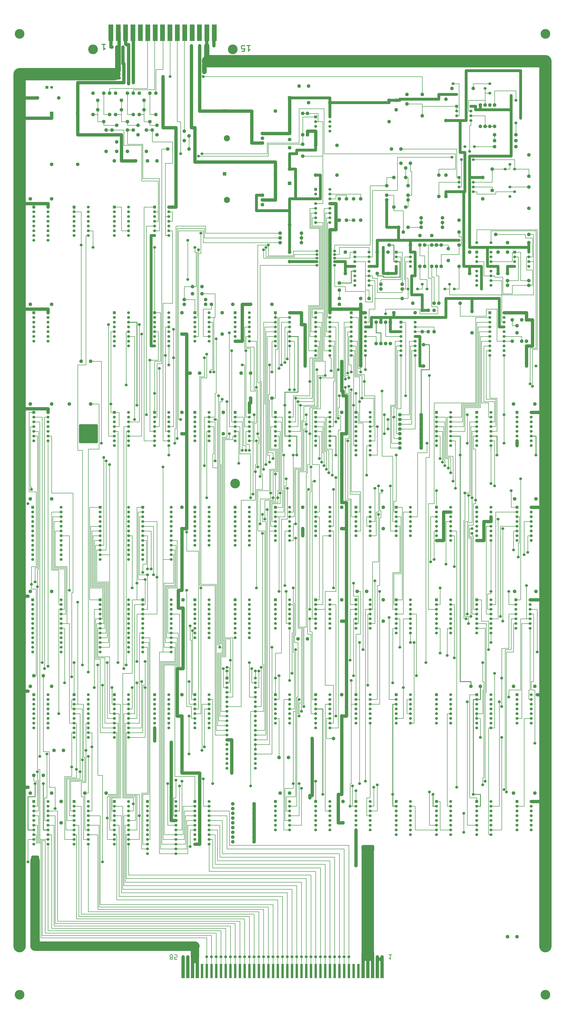
<source format=gbr>
G04 #@! TF.GenerationSoftware,KiCad,Pcbnew,(5.1.5)-3*
G04 #@! TF.CreationDate,2020-11-28T04:10:35-07:00*
G04 #@! TF.ProjectId,Star_Wars_Vector_PCB,53746172-5f57-4617-9273-5f566563746f,rev?*
G04 #@! TF.SameCoordinates,Original*
G04 #@! TF.FileFunction,Copper,L2,Bot*
G04 #@! TF.FilePolarity,Positive*
%FSLAX46Y46*%
G04 Gerber Fmt 4.6, Leading zero omitted, Abs format (unit mm)*
G04 Created by KiCad (PCBNEW (5.1.5)-3) date 2020-11-28 04:10:35*
%MOMM*%
%LPD*%
G04 APERTURE LIST*
%ADD10C,0.508000*%
%ADD11C,0.300000*%
%ADD12C,5.207000*%
%ADD13C,1.524000*%
%ADD14R,1.524000X1.524000*%
%ADD15C,1.905000*%
%ADD16C,0.100000*%
%ADD17R,2.540000X8.890000*%
%ADD18R,1.905000X1.905000*%
%ADD19C,3.302000*%
%ADD20C,0.250000*%
%ADD21C,1.778000*%
%ADD22C,2.540000*%
%ADD23C,6.604000*%
%ADD24C,2.794000*%
%ADD25C,1.524000*%
%ADD26C,0.381000*%
%ADD27C,5.080000*%
%ADD28C,4.445000*%
%ADD29C,0.254000*%
G04 APERTURE END LIST*
D10*
X152345571Y-58946142D02*
X154087285Y-58946142D01*
X153216428Y-58946142D02*
X153216428Y-61994142D01*
X153506714Y-61558714D01*
X153797000Y-61268428D01*
X154087285Y-61123285D01*
X149587857Y-61994142D02*
X151039285Y-61994142D01*
X151184428Y-60542714D01*
X151039285Y-60687857D01*
X150749000Y-60833000D01*
X150023285Y-60833000D01*
X149733000Y-60687857D01*
X149587857Y-60542714D01*
X149442714Y-60252428D01*
X149442714Y-59526714D01*
X149587857Y-59236428D01*
X149733000Y-59091285D01*
X150023285Y-58946142D01*
X150749000Y-58946142D01*
X151039285Y-59091285D01*
X151184428Y-59236428D01*
X74694142Y-58311142D02*
X76435857Y-58311142D01*
X75565000Y-58311142D02*
X75565000Y-61359142D01*
X75855285Y-60923714D01*
X76145571Y-60633428D01*
X76435857Y-60488285D01*
D11*
X111578571Y-547037380D02*
X111336666Y-547158333D01*
X111215714Y-547279285D01*
X111094761Y-547521190D01*
X111094761Y-547642142D01*
X111215714Y-547884047D01*
X111336666Y-548005000D01*
X111578571Y-548125952D01*
X112062380Y-548125952D01*
X112304285Y-548005000D01*
X112425238Y-547884047D01*
X112546190Y-547642142D01*
X112546190Y-547521190D01*
X112425238Y-547279285D01*
X112304285Y-547158333D01*
X112062380Y-547037380D01*
X111578571Y-547037380D01*
X111336666Y-546916428D01*
X111215714Y-546795476D01*
X111094761Y-546553571D01*
X111094761Y-546069761D01*
X111215714Y-545827857D01*
X111336666Y-545706904D01*
X111578571Y-545585952D01*
X112062380Y-545585952D01*
X112304285Y-545706904D01*
X112425238Y-545827857D01*
X112546190Y-546069761D01*
X112546190Y-546553571D01*
X112425238Y-546795476D01*
X112304285Y-546916428D01*
X112062380Y-547037380D01*
X114844285Y-548125952D02*
X113634761Y-548125952D01*
X113513809Y-546916428D01*
X113634761Y-547037380D01*
X113876666Y-547158333D01*
X114481428Y-547158333D01*
X114723333Y-547037380D01*
X114844285Y-546916428D01*
X114965238Y-546674523D01*
X114965238Y-546069761D01*
X114844285Y-545827857D01*
X114723333Y-545706904D01*
X114481428Y-545585952D01*
X113876666Y-545585952D01*
X113634761Y-545706904D01*
X113513809Y-545827857D01*
X229960714Y-545585952D02*
X228509285Y-545585952D01*
X229235000Y-545585952D02*
X229235000Y-548125952D01*
X228993095Y-547763095D01*
X228751190Y-547521190D01*
X228509285Y-547400238D01*
D12*
X30480000Y-567055000D03*
X312420000Y-567055000D03*
X146050000Y-293370000D03*
X30480000Y-52705000D03*
X69850000Y-60960000D03*
X144780000Y-60960000D03*
X312420000Y-52705000D03*
D13*
X34925000Y-304165000D03*
X34925000Y-353695000D03*
X144145000Y-448310000D03*
X102870000Y-431165000D03*
X307975000Y-406400000D03*
X34925000Y-404495000D03*
X40005000Y-493395000D03*
X37465000Y-493395000D03*
X125730000Y-546735000D03*
X123190000Y-546735000D03*
X219710000Y-487680000D03*
X214630000Y-487680000D03*
X217170000Y-487680000D03*
X214630000Y-546735000D03*
X217170000Y-546735000D03*
X146050000Y-546735000D03*
X148590000Y-546735000D03*
X151130000Y-546735000D03*
X153670000Y-546735000D03*
X156210000Y-546735000D03*
X158750000Y-546735000D03*
X161290000Y-546735000D03*
X163830000Y-546735000D03*
X166370000Y-546735000D03*
X168910000Y-546735000D03*
X171450000Y-546735000D03*
X173990000Y-546735000D03*
X176530000Y-546735000D03*
X179070000Y-546735000D03*
X181610000Y-546735000D03*
X184150000Y-546735000D03*
X143510000Y-546735000D03*
X140970000Y-546735000D03*
X138430000Y-546735000D03*
X135890000Y-546735000D03*
X133350000Y-546735000D03*
X130810000Y-546735000D03*
X186690000Y-546735000D03*
X189230000Y-546735000D03*
X191770000Y-546735000D03*
X194310000Y-546735000D03*
X196850000Y-546735000D03*
X199390000Y-546735000D03*
X201930000Y-546735000D03*
X204470000Y-546735000D03*
X207010000Y-546735000D03*
X34925000Y-455930000D03*
X129540000Y-73025000D03*
X129540000Y-69215000D03*
X83820000Y-59690000D03*
X83820000Y-76200000D03*
X83820000Y-72390000D03*
X219710000Y-546735000D03*
X120650000Y-546735000D03*
X118110000Y-546735000D03*
X31750000Y-542925000D03*
X31750000Y-539115000D03*
X222250000Y-546735000D03*
X224790000Y-546735000D03*
X297180000Y-471170000D03*
X297180000Y-468630000D03*
D14*
X297180000Y-463550000D03*
D13*
X297180000Y-466090000D03*
X297180000Y-473710000D03*
X297180000Y-476250000D03*
X297180000Y-478790000D03*
X304800000Y-478790000D03*
X304800000Y-476250000D03*
X304800000Y-473710000D03*
X304800000Y-471170000D03*
X304800000Y-468630000D03*
X304800000Y-466090000D03*
X304800000Y-463550000D03*
X275590000Y-471170000D03*
X275590000Y-468630000D03*
X275590000Y-466090000D03*
D14*
X275590000Y-463550000D03*
D13*
X275590000Y-473710000D03*
X275590000Y-476250000D03*
X275590000Y-478790000D03*
X275590000Y-481330000D03*
X283210000Y-481330000D03*
X283210000Y-478790000D03*
X283210000Y-476250000D03*
X283210000Y-473710000D03*
X283210000Y-471170000D03*
X283210000Y-468630000D03*
X283210000Y-466090000D03*
X283210000Y-463550000D03*
X254000000Y-471170000D03*
X254000000Y-468630000D03*
X254000000Y-466090000D03*
D14*
X254000000Y-463550000D03*
D13*
X254000000Y-473710000D03*
X254000000Y-476250000D03*
X254000000Y-478790000D03*
X254000000Y-481330000D03*
X261620000Y-481330000D03*
X261620000Y-478790000D03*
X261620000Y-476250000D03*
X261620000Y-473710000D03*
X261620000Y-471170000D03*
X261620000Y-468630000D03*
X261620000Y-466090000D03*
X261620000Y-463550000D03*
X232410000Y-471170000D03*
X232410000Y-468630000D03*
X232410000Y-466090000D03*
D14*
X232410000Y-463550000D03*
D13*
X232410000Y-473710000D03*
X232410000Y-476250000D03*
X232410000Y-478790000D03*
X232410000Y-481330000D03*
X240030000Y-481330000D03*
X240030000Y-478790000D03*
X240030000Y-476250000D03*
X240030000Y-473710000D03*
X240030000Y-471170000D03*
X240030000Y-468630000D03*
X240030000Y-466090000D03*
X240030000Y-463550000D03*
X210820000Y-471170000D03*
X210820000Y-468630000D03*
D14*
X210820000Y-463550000D03*
D13*
X210820000Y-466090000D03*
X210820000Y-473710000D03*
X210820000Y-476250000D03*
X210820000Y-478790000D03*
X218440000Y-478790000D03*
X218440000Y-476250000D03*
X218440000Y-473710000D03*
X218440000Y-471170000D03*
X218440000Y-468630000D03*
X218440000Y-466090000D03*
X218440000Y-463550000D03*
X189230000Y-471170000D03*
X189230000Y-468630000D03*
D14*
X189230000Y-463550000D03*
D13*
X189230000Y-466090000D03*
X189230000Y-473710000D03*
X189230000Y-476250000D03*
X189230000Y-478790000D03*
X196850000Y-478790000D03*
X196850000Y-476250000D03*
X196850000Y-473710000D03*
X196850000Y-471170000D03*
X196850000Y-468630000D03*
X196850000Y-466090000D03*
X196850000Y-463550000D03*
D14*
X124460000Y-463550000D03*
D13*
X124460000Y-466090000D03*
X124460000Y-468630000D03*
X124460000Y-471170000D03*
X124460000Y-473710000D03*
X124460000Y-476250000D03*
X124460000Y-478790000D03*
X124460000Y-481330000D03*
X124460000Y-483870000D03*
X124460000Y-486410000D03*
X132080000Y-486410000D03*
X132080000Y-483870000D03*
X132080000Y-481330000D03*
X132080000Y-478790000D03*
X132080000Y-476250000D03*
X132080000Y-473710000D03*
X132080000Y-471170000D03*
X132080000Y-468630000D03*
X132080000Y-466090000D03*
X132080000Y-463550000D03*
D14*
X99060000Y-463550000D03*
D13*
X99060000Y-466090000D03*
X99060000Y-468630000D03*
X99060000Y-471170000D03*
X99060000Y-473710000D03*
X99060000Y-476250000D03*
X99060000Y-478790000D03*
X99060000Y-481330000D03*
X99060000Y-483870000D03*
X99060000Y-486410000D03*
X99060000Y-488950000D03*
X99060000Y-491490000D03*
X114300000Y-491490000D03*
X114300000Y-488950000D03*
X114300000Y-486410000D03*
X114300000Y-483870000D03*
X114300000Y-481330000D03*
X114300000Y-478790000D03*
X114300000Y-476250000D03*
X114300000Y-473710000D03*
X114300000Y-471170000D03*
X114300000Y-468630000D03*
X114300000Y-466090000D03*
X114300000Y-463550000D03*
D14*
X81280000Y-463550000D03*
D13*
X81280000Y-466090000D03*
X81280000Y-468630000D03*
X81280000Y-471170000D03*
X81280000Y-473710000D03*
X81280000Y-476250000D03*
X81280000Y-478790000D03*
X81280000Y-481330000D03*
X81280000Y-483870000D03*
X81280000Y-486410000D03*
X88900000Y-486410000D03*
X88900000Y-483870000D03*
X88900000Y-481330000D03*
X88900000Y-478790000D03*
X88900000Y-476250000D03*
X88900000Y-473710000D03*
X88900000Y-471170000D03*
X88900000Y-468630000D03*
X88900000Y-466090000D03*
X88900000Y-463550000D03*
D14*
X59690000Y-463550000D03*
D13*
X59690000Y-466090000D03*
X59690000Y-468630000D03*
X59690000Y-471170000D03*
X59690000Y-473710000D03*
X59690000Y-476250000D03*
X59690000Y-478790000D03*
X59690000Y-481330000D03*
X59690000Y-483870000D03*
X59690000Y-486410000D03*
X67310000Y-486410000D03*
X67310000Y-483870000D03*
X67310000Y-481330000D03*
X67310000Y-478790000D03*
X67310000Y-476250000D03*
X67310000Y-473710000D03*
X67310000Y-471170000D03*
X67310000Y-468630000D03*
X67310000Y-466090000D03*
X67310000Y-463550000D03*
D14*
X38100000Y-463550000D03*
D13*
X38100000Y-466090000D03*
X38100000Y-468630000D03*
X38100000Y-471170000D03*
X38100000Y-473710000D03*
X38100000Y-476250000D03*
X38100000Y-478790000D03*
X38100000Y-481330000D03*
X38100000Y-483870000D03*
X38100000Y-486410000D03*
X45720000Y-486410000D03*
X45720000Y-483870000D03*
X45720000Y-481330000D03*
X45720000Y-478790000D03*
X45720000Y-476250000D03*
X45720000Y-473710000D03*
X45720000Y-471170000D03*
X45720000Y-468630000D03*
X45720000Y-466090000D03*
X45720000Y-463550000D03*
X297180000Y-414020000D03*
X297180000Y-411480000D03*
D14*
X297180000Y-406400000D03*
D13*
X297180000Y-408940000D03*
X297180000Y-416560000D03*
X297180000Y-419100000D03*
X297180000Y-421640000D03*
X304800000Y-421640000D03*
X304800000Y-419100000D03*
X304800000Y-416560000D03*
X304800000Y-414020000D03*
X304800000Y-411480000D03*
X304800000Y-408940000D03*
X304800000Y-406400000D03*
X275590000Y-414020000D03*
X275590000Y-411480000D03*
X275590000Y-408940000D03*
D14*
X275590000Y-406400000D03*
D13*
X275590000Y-416560000D03*
X275590000Y-419100000D03*
X275590000Y-421640000D03*
X275590000Y-424180000D03*
X283210000Y-424180000D03*
X283210000Y-421640000D03*
X283210000Y-419100000D03*
X283210000Y-416560000D03*
X283210000Y-414020000D03*
X283210000Y-411480000D03*
X283210000Y-408940000D03*
X283210000Y-406400000D03*
X254000000Y-414020000D03*
X254000000Y-411480000D03*
D14*
X254000000Y-406400000D03*
D13*
X254000000Y-408940000D03*
X254000000Y-416560000D03*
X254000000Y-419100000D03*
X254000000Y-421640000D03*
X261620000Y-421640000D03*
X261620000Y-419100000D03*
X261620000Y-416560000D03*
X261620000Y-414020000D03*
X261620000Y-411480000D03*
X261620000Y-408940000D03*
X261620000Y-406400000D03*
X232410000Y-414020000D03*
X232410000Y-411480000D03*
D14*
X232410000Y-406400000D03*
D13*
X232410000Y-408940000D03*
X232410000Y-416560000D03*
X232410000Y-419100000D03*
X232410000Y-421640000D03*
X240030000Y-421640000D03*
X240030000Y-419100000D03*
X240030000Y-416560000D03*
X240030000Y-414020000D03*
X240030000Y-411480000D03*
X240030000Y-408940000D03*
X240030000Y-406400000D03*
X210820000Y-414020000D03*
X210820000Y-411480000D03*
D14*
X210820000Y-406400000D03*
D13*
X210820000Y-408940000D03*
X210820000Y-416560000D03*
X210820000Y-419100000D03*
X210820000Y-421640000D03*
X218440000Y-421640000D03*
X218440000Y-419100000D03*
X218440000Y-416560000D03*
X218440000Y-414020000D03*
X218440000Y-411480000D03*
X218440000Y-408940000D03*
X218440000Y-406400000D03*
X189230000Y-414020000D03*
X189230000Y-411480000D03*
X189230000Y-408940000D03*
D14*
X189230000Y-406400000D03*
D13*
X189230000Y-416560000D03*
X189230000Y-419100000D03*
X189230000Y-421640000D03*
X189230000Y-424180000D03*
X196850000Y-424180000D03*
X196850000Y-421640000D03*
X196850000Y-419100000D03*
X196850000Y-416560000D03*
X196850000Y-414020000D03*
X196850000Y-411480000D03*
X196850000Y-408940000D03*
X196850000Y-406400000D03*
X167640000Y-414020000D03*
X167640000Y-411480000D03*
D14*
X167640000Y-406400000D03*
D13*
X167640000Y-408940000D03*
X167640000Y-416560000D03*
X167640000Y-419100000D03*
X167640000Y-421640000D03*
X175260000Y-421640000D03*
X175260000Y-419100000D03*
X175260000Y-416560000D03*
X175260000Y-414020000D03*
X175260000Y-411480000D03*
X175260000Y-408940000D03*
X175260000Y-406400000D03*
X156845000Y-427990000D03*
X156845000Y-430530000D03*
X156845000Y-433070000D03*
X156845000Y-435610000D03*
X156845000Y-438150000D03*
X156845000Y-440690000D03*
X156845000Y-443230000D03*
X156845000Y-445770000D03*
X141605000Y-445770000D03*
X141605000Y-443230000D03*
X141605000Y-440690000D03*
X141605000Y-438150000D03*
X141605000Y-435610000D03*
X141605000Y-433070000D03*
X141605000Y-430530000D03*
X141605000Y-427990000D03*
D14*
X141605000Y-397510000D03*
D13*
X141605000Y-400050000D03*
X141605000Y-402590000D03*
X141605000Y-405130000D03*
X141605000Y-407670000D03*
X141605000Y-410210000D03*
X141605000Y-412750000D03*
X141605000Y-415290000D03*
X141605000Y-417830000D03*
X141605000Y-420370000D03*
X141605000Y-422910000D03*
X141605000Y-425450000D03*
X156845000Y-425450000D03*
X156845000Y-422910000D03*
X156845000Y-420370000D03*
X156845000Y-417830000D03*
X156845000Y-415290000D03*
X156845000Y-412750000D03*
X156845000Y-410210000D03*
X156845000Y-407670000D03*
X156845000Y-405130000D03*
X156845000Y-402590000D03*
X156845000Y-400050000D03*
X156845000Y-397510000D03*
X124460000Y-414020000D03*
X124460000Y-411480000D03*
X124460000Y-408940000D03*
D14*
X124460000Y-406400000D03*
D13*
X124460000Y-416560000D03*
X124460000Y-419100000D03*
X124460000Y-421640000D03*
X124460000Y-424180000D03*
X132080000Y-424180000D03*
X132080000Y-421640000D03*
X132080000Y-419100000D03*
X132080000Y-416560000D03*
X132080000Y-414020000D03*
X132080000Y-411480000D03*
X132080000Y-408940000D03*
X132080000Y-406400000D03*
X102870000Y-414020000D03*
X102870000Y-411480000D03*
X102870000Y-408940000D03*
D14*
X102870000Y-406400000D03*
D13*
X102870000Y-416560000D03*
X102870000Y-419100000D03*
X102870000Y-421640000D03*
X102870000Y-424180000D03*
X110490000Y-424180000D03*
X110490000Y-421640000D03*
X110490000Y-419100000D03*
X110490000Y-416560000D03*
X110490000Y-414020000D03*
X110490000Y-411480000D03*
X110490000Y-408940000D03*
X110490000Y-406400000D03*
D14*
X81280000Y-406400000D03*
D13*
X81280000Y-408940000D03*
X81280000Y-411480000D03*
X81280000Y-414020000D03*
X81280000Y-416560000D03*
X81280000Y-419100000D03*
X81280000Y-421640000D03*
X81280000Y-424180000D03*
X81280000Y-426720000D03*
X81280000Y-429260000D03*
X88900000Y-429260000D03*
X88900000Y-426720000D03*
X88900000Y-424180000D03*
X88900000Y-421640000D03*
X88900000Y-419100000D03*
X88900000Y-416560000D03*
X88900000Y-414020000D03*
X88900000Y-411480000D03*
X88900000Y-408940000D03*
X88900000Y-406400000D03*
D14*
X59690000Y-406400000D03*
D13*
X59690000Y-408940000D03*
X59690000Y-411480000D03*
X59690000Y-414020000D03*
X59690000Y-416560000D03*
X59690000Y-419100000D03*
X59690000Y-421640000D03*
X59690000Y-424180000D03*
X59690000Y-426720000D03*
X59690000Y-429260000D03*
X67310000Y-429260000D03*
X67310000Y-426720000D03*
X67310000Y-424180000D03*
X67310000Y-421640000D03*
X67310000Y-419100000D03*
X67310000Y-416560000D03*
X67310000Y-414020000D03*
X67310000Y-411480000D03*
X67310000Y-408940000D03*
X67310000Y-406400000D03*
X38100000Y-414020000D03*
X38100000Y-411480000D03*
X38100000Y-408940000D03*
D14*
X38100000Y-406400000D03*
D13*
X38100000Y-416560000D03*
X38100000Y-419100000D03*
X38100000Y-421640000D03*
X38100000Y-424180000D03*
X45720000Y-424180000D03*
X45720000Y-421640000D03*
X45720000Y-419100000D03*
X45720000Y-416560000D03*
X45720000Y-414020000D03*
X45720000Y-411480000D03*
X45720000Y-408940000D03*
X45720000Y-406400000D03*
X296545000Y-363220000D03*
X296545000Y-360680000D03*
D14*
X296545000Y-355600000D03*
D13*
X296545000Y-358140000D03*
X296545000Y-365760000D03*
X296545000Y-368300000D03*
X296545000Y-370840000D03*
X304165000Y-370840000D03*
X304165000Y-368300000D03*
X304165000Y-365760000D03*
X304165000Y-363220000D03*
X304165000Y-360680000D03*
X304165000Y-358140000D03*
X304165000Y-355600000D03*
X275590000Y-363220000D03*
X275590000Y-360680000D03*
X275590000Y-358140000D03*
D14*
X275590000Y-355600000D03*
D13*
X275590000Y-365760000D03*
X275590000Y-368300000D03*
X275590000Y-370840000D03*
X275590000Y-373380000D03*
X283210000Y-373380000D03*
X283210000Y-370840000D03*
X283210000Y-368300000D03*
X283210000Y-365760000D03*
X283210000Y-363220000D03*
X283210000Y-360680000D03*
X283210000Y-358140000D03*
X283210000Y-355600000D03*
X254000000Y-363220000D03*
X254000000Y-360680000D03*
X254000000Y-358140000D03*
D14*
X254000000Y-355600000D03*
D13*
X254000000Y-365760000D03*
X254000000Y-368300000D03*
X254000000Y-370840000D03*
X254000000Y-373380000D03*
X261620000Y-373380000D03*
X261620000Y-370840000D03*
X261620000Y-368300000D03*
X261620000Y-365760000D03*
X261620000Y-363220000D03*
X261620000Y-360680000D03*
X261620000Y-358140000D03*
X261620000Y-355600000D03*
X232410000Y-363220000D03*
X232410000Y-360680000D03*
X232410000Y-358140000D03*
D14*
X232410000Y-355600000D03*
D13*
X232410000Y-365760000D03*
X232410000Y-368300000D03*
X232410000Y-370840000D03*
X232410000Y-373380000D03*
X240030000Y-373380000D03*
X240030000Y-370840000D03*
X240030000Y-368300000D03*
X240030000Y-365760000D03*
X240030000Y-363220000D03*
X240030000Y-360680000D03*
X240030000Y-358140000D03*
X240030000Y-355600000D03*
X210820000Y-363220000D03*
X210820000Y-360680000D03*
D14*
X210820000Y-355600000D03*
D13*
X210820000Y-358140000D03*
X210820000Y-365760000D03*
X210820000Y-368300000D03*
X210820000Y-370840000D03*
X218440000Y-370840000D03*
X218440000Y-368300000D03*
X218440000Y-365760000D03*
X218440000Y-363220000D03*
X218440000Y-360680000D03*
X218440000Y-358140000D03*
X218440000Y-355600000D03*
X189230000Y-363220000D03*
X189230000Y-360680000D03*
D14*
X189230000Y-355600000D03*
D13*
X189230000Y-358140000D03*
X189230000Y-365760000D03*
X189230000Y-368300000D03*
X189230000Y-370840000D03*
X196850000Y-370840000D03*
X196850000Y-368300000D03*
X196850000Y-365760000D03*
X196850000Y-363220000D03*
X196850000Y-360680000D03*
X196850000Y-358140000D03*
X196850000Y-355600000D03*
X167640000Y-363220000D03*
X167640000Y-360680000D03*
D14*
X167640000Y-355600000D03*
D13*
X167640000Y-358140000D03*
X167640000Y-365760000D03*
X167640000Y-368300000D03*
X167640000Y-370840000D03*
X175260000Y-370840000D03*
X175260000Y-368300000D03*
X175260000Y-365760000D03*
X175260000Y-363220000D03*
X175260000Y-360680000D03*
X175260000Y-358140000D03*
X175260000Y-355600000D03*
X146050000Y-365760000D03*
X146050000Y-363220000D03*
X146050000Y-360680000D03*
X146050000Y-358140000D03*
D14*
X146050000Y-355600000D03*
D13*
X146050000Y-368300000D03*
X146050000Y-370840000D03*
X146050000Y-373380000D03*
X146050000Y-375920000D03*
X153670000Y-375920000D03*
X153670000Y-373380000D03*
X153670000Y-370840000D03*
X153670000Y-368300000D03*
X153670000Y-365760000D03*
X153670000Y-363220000D03*
X153670000Y-360680000D03*
X153670000Y-358140000D03*
X153670000Y-355600000D03*
X124460000Y-365760000D03*
X124460000Y-363220000D03*
X124460000Y-360680000D03*
X124460000Y-358140000D03*
D14*
X124460000Y-355600000D03*
D13*
X124460000Y-368300000D03*
X124460000Y-370840000D03*
X124460000Y-373380000D03*
X124460000Y-375920000D03*
X132080000Y-375920000D03*
X132080000Y-373380000D03*
X132080000Y-370840000D03*
X132080000Y-368300000D03*
X132080000Y-365760000D03*
X132080000Y-363220000D03*
X132080000Y-360680000D03*
X132080000Y-358140000D03*
X132080000Y-355600000D03*
D14*
X96520000Y-355600000D03*
D13*
X96520000Y-358140000D03*
X96520000Y-360680000D03*
X96520000Y-363220000D03*
X96520000Y-365760000D03*
X96520000Y-368300000D03*
X96520000Y-370840000D03*
X96520000Y-373380000D03*
X96520000Y-375920000D03*
X96520000Y-378460000D03*
X96520000Y-381000000D03*
X96520000Y-383540000D03*
X111760000Y-383540000D03*
X111760000Y-381000000D03*
X111760000Y-378460000D03*
X111760000Y-375920000D03*
X111760000Y-373380000D03*
X111760000Y-370840000D03*
X111760000Y-368300000D03*
X111760000Y-365760000D03*
X111760000Y-363220000D03*
X111760000Y-360680000D03*
X111760000Y-358140000D03*
X111760000Y-355600000D03*
D14*
X73660000Y-355600000D03*
D13*
X73660000Y-358140000D03*
X73660000Y-360680000D03*
X73660000Y-363220000D03*
X73660000Y-365760000D03*
X73660000Y-368300000D03*
X73660000Y-370840000D03*
X73660000Y-373380000D03*
X73660000Y-375920000D03*
X73660000Y-378460000D03*
X73660000Y-381000000D03*
X73660000Y-383540000D03*
X88900000Y-383540000D03*
X88900000Y-381000000D03*
X88900000Y-378460000D03*
X88900000Y-375920000D03*
X88900000Y-373380000D03*
X88900000Y-370840000D03*
X88900000Y-368300000D03*
X88900000Y-365760000D03*
X88900000Y-363220000D03*
X88900000Y-360680000D03*
X88900000Y-358140000D03*
X88900000Y-355600000D03*
D14*
X37465000Y-355600000D03*
D13*
X37465000Y-358140000D03*
X37465000Y-360680000D03*
X37465000Y-363220000D03*
X37465000Y-365760000D03*
X37465000Y-368300000D03*
X37465000Y-370840000D03*
X37465000Y-373380000D03*
X37465000Y-375920000D03*
X37465000Y-378460000D03*
X37465000Y-381000000D03*
X37465000Y-383540000D03*
X52705000Y-383540000D03*
X52705000Y-381000000D03*
X52705000Y-378460000D03*
X52705000Y-375920000D03*
X52705000Y-373380000D03*
X52705000Y-370840000D03*
X52705000Y-368300000D03*
X52705000Y-365760000D03*
X52705000Y-363220000D03*
X52705000Y-360680000D03*
X52705000Y-358140000D03*
X52705000Y-355600000D03*
X297180000Y-313690000D03*
X297180000Y-311150000D03*
X297180000Y-308610000D03*
D14*
X297180000Y-306070000D03*
D13*
X297180000Y-316230000D03*
X297180000Y-318770000D03*
X297180000Y-321310000D03*
X297180000Y-323850000D03*
X304800000Y-323850000D03*
X304800000Y-321310000D03*
X304800000Y-318770000D03*
X304800000Y-316230000D03*
X304800000Y-313690000D03*
X304800000Y-311150000D03*
X304800000Y-308610000D03*
X304800000Y-306070000D03*
X275590000Y-313690000D03*
X275590000Y-311150000D03*
X275590000Y-308610000D03*
D14*
X275590000Y-306070000D03*
D13*
X275590000Y-316230000D03*
X275590000Y-318770000D03*
X275590000Y-321310000D03*
X275590000Y-323850000D03*
X283210000Y-323850000D03*
X283210000Y-321310000D03*
X283210000Y-318770000D03*
X283210000Y-316230000D03*
X283210000Y-313690000D03*
X283210000Y-311150000D03*
X283210000Y-308610000D03*
X283210000Y-306070000D03*
X254000000Y-313690000D03*
X254000000Y-311150000D03*
X254000000Y-308610000D03*
D14*
X254000000Y-306070000D03*
D13*
X254000000Y-316230000D03*
X254000000Y-318770000D03*
X254000000Y-321310000D03*
X254000000Y-323850000D03*
X261620000Y-323850000D03*
X261620000Y-321310000D03*
X261620000Y-318770000D03*
X261620000Y-316230000D03*
X261620000Y-313690000D03*
X261620000Y-311150000D03*
X261620000Y-308610000D03*
X261620000Y-306070000D03*
X232410000Y-313690000D03*
X232410000Y-311150000D03*
D14*
X232410000Y-306070000D03*
D13*
X232410000Y-308610000D03*
X232410000Y-316230000D03*
X232410000Y-318770000D03*
X232410000Y-321310000D03*
X240030000Y-321310000D03*
X240030000Y-318770000D03*
X240030000Y-316230000D03*
X240030000Y-313690000D03*
X240030000Y-311150000D03*
X240030000Y-308610000D03*
X240030000Y-306070000D03*
X210820000Y-313690000D03*
X210820000Y-311150000D03*
D14*
X210820000Y-306070000D03*
D13*
X210820000Y-308610000D03*
X210820000Y-316230000D03*
X210820000Y-318770000D03*
X210820000Y-321310000D03*
X218440000Y-321310000D03*
X218440000Y-318770000D03*
X218440000Y-316230000D03*
X218440000Y-313690000D03*
X218440000Y-311150000D03*
X218440000Y-308610000D03*
X218440000Y-306070000D03*
X189230000Y-313690000D03*
X189230000Y-311150000D03*
D14*
X189230000Y-306070000D03*
D13*
X189230000Y-308610000D03*
X189230000Y-316230000D03*
X189230000Y-318770000D03*
X189230000Y-321310000D03*
X196850000Y-321310000D03*
X196850000Y-318770000D03*
X196850000Y-316230000D03*
X196850000Y-313690000D03*
X196850000Y-311150000D03*
X196850000Y-308610000D03*
X196850000Y-306070000D03*
X167640000Y-313690000D03*
X167640000Y-311150000D03*
X167640000Y-308610000D03*
D14*
X167640000Y-306070000D03*
D13*
X167640000Y-316230000D03*
X167640000Y-318770000D03*
X167640000Y-321310000D03*
X167640000Y-323850000D03*
X175260000Y-323850000D03*
X175260000Y-321310000D03*
X175260000Y-318770000D03*
X175260000Y-316230000D03*
X175260000Y-313690000D03*
X175260000Y-311150000D03*
X175260000Y-308610000D03*
X175260000Y-306070000D03*
X146050000Y-316230000D03*
X146050000Y-313690000D03*
X146050000Y-311150000D03*
X146050000Y-308610000D03*
D14*
X146050000Y-306070000D03*
D13*
X146050000Y-318770000D03*
X146050000Y-321310000D03*
X146050000Y-323850000D03*
X146050000Y-326390000D03*
X153670000Y-326390000D03*
X153670000Y-323850000D03*
X153670000Y-321310000D03*
X153670000Y-318770000D03*
X153670000Y-316230000D03*
X153670000Y-313690000D03*
X153670000Y-311150000D03*
X153670000Y-308610000D03*
X153670000Y-306070000D03*
X124460000Y-316230000D03*
X124460000Y-313690000D03*
X124460000Y-311150000D03*
X124460000Y-308610000D03*
D14*
X124460000Y-306070000D03*
D13*
X124460000Y-318770000D03*
X124460000Y-321310000D03*
X124460000Y-323850000D03*
X124460000Y-326390000D03*
X132080000Y-326390000D03*
X132080000Y-323850000D03*
X132080000Y-321310000D03*
X132080000Y-318770000D03*
X132080000Y-316230000D03*
X132080000Y-313690000D03*
X132080000Y-311150000D03*
X132080000Y-308610000D03*
X132080000Y-306070000D03*
D14*
X96520000Y-306070000D03*
D13*
X96520000Y-308610000D03*
X96520000Y-311150000D03*
X96520000Y-313690000D03*
X96520000Y-316230000D03*
X96520000Y-318770000D03*
X96520000Y-321310000D03*
X96520000Y-323850000D03*
X96520000Y-326390000D03*
X96520000Y-328930000D03*
X96520000Y-331470000D03*
X96520000Y-334010000D03*
X111760000Y-334010000D03*
X111760000Y-331470000D03*
X111760000Y-328930000D03*
X111760000Y-326390000D03*
X111760000Y-323850000D03*
X111760000Y-321310000D03*
X111760000Y-318770000D03*
X111760000Y-316230000D03*
X111760000Y-313690000D03*
X111760000Y-311150000D03*
X111760000Y-308610000D03*
X111760000Y-306070000D03*
D14*
X73660000Y-306070000D03*
D13*
X73660000Y-308610000D03*
X73660000Y-311150000D03*
X73660000Y-313690000D03*
X73660000Y-316230000D03*
X73660000Y-318770000D03*
X73660000Y-321310000D03*
X73660000Y-323850000D03*
X73660000Y-326390000D03*
X73660000Y-328930000D03*
X73660000Y-331470000D03*
X73660000Y-334010000D03*
X88900000Y-334010000D03*
X88900000Y-331470000D03*
X88900000Y-328930000D03*
X88900000Y-326390000D03*
X88900000Y-323850000D03*
X88900000Y-321310000D03*
X88900000Y-318770000D03*
X88900000Y-316230000D03*
X88900000Y-313690000D03*
X88900000Y-311150000D03*
X88900000Y-308610000D03*
X88900000Y-306070000D03*
D14*
X37465000Y-306070000D03*
D13*
X37465000Y-308610000D03*
X37465000Y-311150000D03*
X37465000Y-313690000D03*
X37465000Y-316230000D03*
X37465000Y-318770000D03*
X37465000Y-321310000D03*
X37465000Y-323850000D03*
X37465000Y-326390000D03*
X37465000Y-328930000D03*
X37465000Y-331470000D03*
X37465000Y-334010000D03*
X52705000Y-334010000D03*
X52705000Y-331470000D03*
X52705000Y-328930000D03*
X52705000Y-326390000D03*
X52705000Y-323850000D03*
X52705000Y-321310000D03*
X52705000Y-318770000D03*
X52705000Y-316230000D03*
X52705000Y-313690000D03*
X52705000Y-311150000D03*
X52705000Y-308610000D03*
X52705000Y-306070000D03*
X297180000Y-262890000D03*
X297180000Y-260350000D03*
X297180000Y-257810000D03*
D14*
X297180000Y-255270000D03*
D13*
X297180000Y-265430000D03*
X297180000Y-267970000D03*
X297180000Y-270510000D03*
X297180000Y-273050000D03*
X304800000Y-273050000D03*
X304800000Y-270510000D03*
X304800000Y-267970000D03*
X304800000Y-265430000D03*
X304800000Y-262890000D03*
X304800000Y-260350000D03*
X304800000Y-257810000D03*
X304800000Y-255270000D03*
X275590000Y-262890000D03*
X275590000Y-260350000D03*
X275590000Y-257810000D03*
D14*
X275590000Y-255270000D03*
D13*
X275590000Y-265430000D03*
X275590000Y-267970000D03*
X275590000Y-270510000D03*
X275590000Y-273050000D03*
X283210000Y-273050000D03*
X283210000Y-270510000D03*
X283210000Y-267970000D03*
X283210000Y-265430000D03*
X283210000Y-262890000D03*
X283210000Y-260350000D03*
X283210000Y-257810000D03*
X283210000Y-255270000D03*
X254000000Y-262890000D03*
X254000000Y-260350000D03*
X254000000Y-257810000D03*
D14*
X254000000Y-255270000D03*
D13*
X254000000Y-265430000D03*
X254000000Y-267970000D03*
X254000000Y-270510000D03*
X254000000Y-273050000D03*
X261620000Y-273050000D03*
X261620000Y-270510000D03*
X261620000Y-267970000D03*
X261620000Y-265430000D03*
X261620000Y-262890000D03*
X261620000Y-260350000D03*
X261620000Y-257810000D03*
X261620000Y-255270000D03*
D14*
X210820000Y-255270000D03*
D13*
X210820000Y-257810000D03*
X210820000Y-260350000D03*
X210820000Y-262890000D03*
X210820000Y-265430000D03*
X210820000Y-267970000D03*
X210820000Y-270510000D03*
X210820000Y-273050000D03*
X210820000Y-275590000D03*
X210820000Y-278130000D03*
X218440000Y-278130000D03*
X218440000Y-275590000D03*
X218440000Y-273050000D03*
X218440000Y-270510000D03*
X218440000Y-267970000D03*
X218440000Y-265430000D03*
X218440000Y-262890000D03*
X218440000Y-260350000D03*
X218440000Y-257810000D03*
X218440000Y-255270000D03*
X189230000Y-262890000D03*
X189230000Y-260350000D03*
X189230000Y-257810000D03*
D14*
X189230000Y-255270000D03*
D13*
X189230000Y-265430000D03*
X189230000Y-267970000D03*
X189230000Y-270510000D03*
X189230000Y-273050000D03*
X196850000Y-273050000D03*
X196850000Y-270510000D03*
X196850000Y-267970000D03*
X196850000Y-265430000D03*
X196850000Y-262890000D03*
X196850000Y-260350000D03*
X196850000Y-257810000D03*
X196850000Y-255270000D03*
X167640000Y-262890000D03*
X167640000Y-260350000D03*
X167640000Y-257810000D03*
D14*
X167640000Y-255270000D03*
D13*
X167640000Y-265430000D03*
X167640000Y-267970000D03*
X167640000Y-270510000D03*
X167640000Y-273050000D03*
X175260000Y-273050000D03*
X175260000Y-270510000D03*
X175260000Y-267970000D03*
X175260000Y-265430000D03*
X175260000Y-262890000D03*
X175260000Y-260350000D03*
X175260000Y-257810000D03*
X175260000Y-255270000D03*
X146050000Y-262890000D03*
X146050000Y-260350000D03*
D14*
X146050000Y-255270000D03*
D13*
X146050000Y-257810000D03*
X146050000Y-265430000D03*
X146050000Y-267970000D03*
X146050000Y-270510000D03*
X153670000Y-270510000D03*
X153670000Y-267970000D03*
X153670000Y-265430000D03*
X153670000Y-262890000D03*
X153670000Y-260350000D03*
X153670000Y-257810000D03*
X153670000Y-255270000D03*
X124460000Y-262890000D03*
X124460000Y-260350000D03*
D14*
X124460000Y-255270000D03*
D13*
X124460000Y-257810000D03*
X124460000Y-265430000D03*
X124460000Y-267970000D03*
X124460000Y-270510000D03*
X132080000Y-270510000D03*
X132080000Y-267970000D03*
X132080000Y-265430000D03*
X132080000Y-262890000D03*
X132080000Y-260350000D03*
X132080000Y-257810000D03*
X132080000Y-255270000D03*
X102870000Y-262890000D03*
X102870000Y-260350000D03*
X102870000Y-257810000D03*
D14*
X102870000Y-255270000D03*
D13*
X102870000Y-265430000D03*
X102870000Y-267970000D03*
X102870000Y-270510000D03*
X102870000Y-273050000D03*
X110490000Y-273050000D03*
X110490000Y-270510000D03*
X110490000Y-267970000D03*
X110490000Y-265430000D03*
X110490000Y-262890000D03*
X110490000Y-260350000D03*
X110490000Y-257810000D03*
X110490000Y-255270000D03*
X81280000Y-262890000D03*
X81280000Y-260350000D03*
X81280000Y-257810000D03*
D14*
X81280000Y-255270000D03*
D13*
X81280000Y-265430000D03*
X81280000Y-267970000D03*
X81280000Y-270510000D03*
X81280000Y-273050000D03*
X88900000Y-273050000D03*
X88900000Y-270510000D03*
X88900000Y-267970000D03*
X88900000Y-265430000D03*
X88900000Y-262890000D03*
X88900000Y-260350000D03*
X88900000Y-257810000D03*
X88900000Y-255270000D03*
X38100000Y-262890000D03*
X38100000Y-260350000D03*
D14*
X38100000Y-255270000D03*
D13*
X38100000Y-257810000D03*
X38100000Y-265430000D03*
X38100000Y-267970000D03*
X38100000Y-270510000D03*
X45720000Y-270510000D03*
X45720000Y-267970000D03*
X45720000Y-265430000D03*
X45720000Y-262890000D03*
X45720000Y-260350000D03*
X45720000Y-257810000D03*
X45720000Y-255270000D03*
D14*
X282575000Y-201930000D03*
D13*
X282575000Y-204470000D03*
X282575000Y-207010000D03*
X282575000Y-209550000D03*
X282575000Y-212090000D03*
X282575000Y-214630000D03*
X282575000Y-217170000D03*
X282575000Y-219710000D03*
X282575000Y-222250000D03*
X282575000Y-224790000D03*
X290195000Y-224790000D03*
X290195000Y-222250000D03*
X290195000Y-219710000D03*
X290195000Y-217170000D03*
X290195000Y-214630000D03*
X290195000Y-212090000D03*
X290195000Y-209550000D03*
X290195000Y-207010000D03*
X290195000Y-204470000D03*
X290195000Y-201930000D03*
X242570000Y-207010000D03*
X242570000Y-209550000D03*
X242570000Y-212090000D03*
X242570000Y-214630000D03*
X242570000Y-217170000D03*
X242570000Y-219710000D03*
X242570000Y-222250000D03*
X242570000Y-224790000D03*
X234950000Y-224790000D03*
X234950000Y-222250000D03*
X234950000Y-219710000D03*
X234950000Y-217170000D03*
D14*
X234950000Y-207010000D03*
D13*
X234950000Y-209550000D03*
X234950000Y-212090000D03*
X234950000Y-214630000D03*
D14*
X208280000Y-201930000D03*
D13*
X208280000Y-204470000D03*
X208280000Y-207010000D03*
X208280000Y-209550000D03*
X208280000Y-212090000D03*
X208280000Y-214630000D03*
X208280000Y-217170000D03*
X208280000Y-219710000D03*
X208280000Y-222250000D03*
X208280000Y-224790000D03*
X215900000Y-224790000D03*
X215900000Y-222250000D03*
X215900000Y-219710000D03*
X215900000Y-217170000D03*
X215900000Y-214630000D03*
X215900000Y-212090000D03*
X215900000Y-209550000D03*
X215900000Y-207010000D03*
X215900000Y-204470000D03*
X215900000Y-201930000D03*
D14*
X189230000Y-201930000D03*
D13*
X189230000Y-204470000D03*
X189230000Y-207010000D03*
X189230000Y-209550000D03*
X189230000Y-212090000D03*
X189230000Y-214630000D03*
X189230000Y-217170000D03*
X189230000Y-219710000D03*
X189230000Y-222250000D03*
X189230000Y-224790000D03*
X196850000Y-224790000D03*
X196850000Y-222250000D03*
X196850000Y-219710000D03*
X196850000Y-217170000D03*
X196850000Y-214630000D03*
X196850000Y-212090000D03*
X196850000Y-209550000D03*
X196850000Y-207010000D03*
X196850000Y-204470000D03*
X196850000Y-201930000D03*
X167640000Y-209550000D03*
X167640000Y-207010000D03*
X167640000Y-204470000D03*
D14*
X167640000Y-201930000D03*
D13*
X167640000Y-212090000D03*
X167640000Y-214630000D03*
X167640000Y-217170000D03*
X167640000Y-219710000D03*
X175260000Y-219710000D03*
X175260000Y-217170000D03*
X175260000Y-214630000D03*
X175260000Y-212090000D03*
X175260000Y-209550000D03*
X175260000Y-207010000D03*
X175260000Y-204470000D03*
X175260000Y-201930000D03*
X146050000Y-209550000D03*
X146050000Y-207010000D03*
D14*
X146050000Y-201930000D03*
D13*
X146050000Y-204470000D03*
X146050000Y-212090000D03*
X146050000Y-214630000D03*
X146050000Y-217170000D03*
X153670000Y-217170000D03*
X153670000Y-214630000D03*
X153670000Y-212090000D03*
X153670000Y-209550000D03*
X153670000Y-207010000D03*
X153670000Y-204470000D03*
X153670000Y-201930000D03*
X124460000Y-209550000D03*
X124460000Y-207010000D03*
D14*
X124460000Y-201930000D03*
D13*
X124460000Y-204470000D03*
X124460000Y-212090000D03*
X124460000Y-214630000D03*
X124460000Y-217170000D03*
X132080000Y-217170000D03*
X132080000Y-214630000D03*
X132080000Y-212090000D03*
X132080000Y-209550000D03*
X132080000Y-207010000D03*
X132080000Y-204470000D03*
X132080000Y-201930000D03*
X102870000Y-209550000D03*
X102870000Y-207010000D03*
X102870000Y-204470000D03*
D14*
X102870000Y-201930000D03*
D13*
X102870000Y-212090000D03*
X102870000Y-214630000D03*
X102870000Y-217170000D03*
X102870000Y-219710000D03*
X110490000Y-219710000D03*
X110490000Y-217170000D03*
X110490000Y-214630000D03*
X110490000Y-212090000D03*
X110490000Y-209550000D03*
X110490000Y-207010000D03*
X110490000Y-204470000D03*
X110490000Y-201930000D03*
X81280000Y-209550000D03*
X81280000Y-207010000D03*
X81280000Y-204470000D03*
D14*
X81280000Y-201930000D03*
D13*
X81280000Y-212090000D03*
X81280000Y-214630000D03*
X81280000Y-217170000D03*
X81280000Y-219710000D03*
X88900000Y-219710000D03*
X88900000Y-217170000D03*
X88900000Y-214630000D03*
X88900000Y-212090000D03*
X88900000Y-209550000D03*
X88900000Y-207010000D03*
X88900000Y-204470000D03*
X88900000Y-201930000D03*
X38100000Y-209550000D03*
X38100000Y-207010000D03*
D14*
X38100000Y-201930000D03*
D13*
X38100000Y-204470000D03*
X38100000Y-212090000D03*
X38100000Y-214630000D03*
X38100000Y-217170000D03*
X45720000Y-217170000D03*
X45720000Y-214630000D03*
X45720000Y-212090000D03*
X45720000Y-209550000D03*
X45720000Y-207010000D03*
X45720000Y-204470000D03*
X45720000Y-201930000D03*
X295910000Y-172085000D03*
D14*
X295910000Y-169545000D03*
D13*
X295910000Y-174625000D03*
X295910000Y-177165000D03*
X303530000Y-177165000D03*
X303530000Y-174625000D03*
X303530000Y-172085000D03*
X303530000Y-169545000D03*
X275590000Y-177165000D03*
X275590000Y-174625000D03*
X275590000Y-172085000D03*
D14*
X275590000Y-169545000D03*
D13*
X275590000Y-179705000D03*
X275590000Y-182245000D03*
X275590000Y-184785000D03*
X275590000Y-187325000D03*
X283210000Y-187325000D03*
X283210000Y-184785000D03*
X283210000Y-182245000D03*
X283210000Y-179705000D03*
X283210000Y-177165000D03*
X283210000Y-174625000D03*
X283210000Y-172085000D03*
X283210000Y-169545000D03*
X232410000Y-172085000D03*
D14*
X232410000Y-169545000D03*
D13*
X232410000Y-174625000D03*
X232410000Y-177165000D03*
X240030000Y-177165000D03*
X240030000Y-174625000D03*
X240030000Y-172085000D03*
X240030000Y-169545000D03*
X210185000Y-177165000D03*
X210185000Y-174625000D03*
X210185000Y-172085000D03*
D14*
X210185000Y-169545000D03*
D13*
X210185000Y-179705000D03*
X210185000Y-182245000D03*
X210185000Y-184785000D03*
X210185000Y-187325000D03*
X217805000Y-187325000D03*
X217805000Y-184785000D03*
X217805000Y-182245000D03*
X217805000Y-179705000D03*
X217805000Y-177165000D03*
X217805000Y-174625000D03*
X217805000Y-172085000D03*
X217805000Y-169545000D03*
X266065000Y-132080000D03*
D14*
X266065000Y-129540000D03*
D13*
X266065000Y-134620000D03*
X266065000Y-137160000D03*
X273685000Y-137160000D03*
X273685000Y-134620000D03*
X273685000Y-132080000D03*
X273685000Y-129540000D03*
X264795000Y-93980000D03*
D14*
X264795000Y-91440000D03*
D13*
X264795000Y-96520000D03*
X264795000Y-99060000D03*
X272415000Y-99060000D03*
X272415000Y-96520000D03*
X272415000Y-93980000D03*
X272415000Y-91440000D03*
X189230000Y-143510000D03*
X189230000Y-140970000D03*
X189230000Y-138430000D03*
D14*
X189230000Y-135890000D03*
D13*
X189230000Y-146050000D03*
X189230000Y-148590000D03*
X189230000Y-151130000D03*
X189230000Y-153670000D03*
X196850000Y-153670000D03*
X196850000Y-151130000D03*
X196850000Y-148590000D03*
X196850000Y-146050000D03*
X196850000Y-143510000D03*
X196850000Y-140970000D03*
X196850000Y-138430000D03*
X196850000Y-135890000D03*
X189230000Y-99695000D03*
D14*
X189230000Y-97155000D03*
D13*
X189230000Y-102235000D03*
X189230000Y-104775000D03*
X196850000Y-104775000D03*
X196850000Y-102235000D03*
X196850000Y-99695000D03*
X196850000Y-97155000D03*
X102870000Y-153035000D03*
X102870000Y-150495000D03*
D14*
X102870000Y-145415000D03*
D13*
X102870000Y-147955000D03*
X102870000Y-155575000D03*
X102870000Y-158115000D03*
X102870000Y-160655000D03*
X110490000Y-160655000D03*
X110490000Y-158115000D03*
X110490000Y-155575000D03*
X110490000Y-153035000D03*
X110490000Y-150495000D03*
X110490000Y-147955000D03*
X110490000Y-145415000D03*
X81280000Y-153035000D03*
X81280000Y-150495000D03*
D14*
X81280000Y-145415000D03*
D13*
X81280000Y-147955000D03*
X81280000Y-155575000D03*
X81280000Y-158115000D03*
X81280000Y-160655000D03*
X88900000Y-160655000D03*
X88900000Y-158115000D03*
X88900000Y-155575000D03*
X88900000Y-153035000D03*
X88900000Y-150495000D03*
X88900000Y-147955000D03*
X88900000Y-145415000D03*
X59690000Y-153035000D03*
X59690000Y-150495000D03*
D14*
X59690000Y-145415000D03*
D13*
X59690000Y-147955000D03*
X59690000Y-155575000D03*
X59690000Y-158115000D03*
X59690000Y-160655000D03*
X67310000Y-160655000D03*
X67310000Y-158115000D03*
X67310000Y-155575000D03*
X67310000Y-153035000D03*
X67310000Y-150495000D03*
X67310000Y-147955000D03*
X67310000Y-145415000D03*
X38100000Y-153035000D03*
X38100000Y-150495000D03*
X38100000Y-147955000D03*
D14*
X38100000Y-145415000D03*
D13*
X38100000Y-155575000D03*
X38100000Y-158115000D03*
X38100000Y-160655000D03*
X38100000Y-163195000D03*
X45720000Y-163195000D03*
X45720000Y-160655000D03*
X45720000Y-158115000D03*
X45720000Y-155575000D03*
X45720000Y-153035000D03*
X45720000Y-150495000D03*
X45720000Y-147955000D03*
X45720000Y-145415000D03*
X311150000Y-539115000D03*
X311150000Y-542925000D03*
D15*
X297180000Y-535940000D03*
X292100000Y-535940000D03*
X215900000Y-497840000D03*
X210820000Y-497840000D03*
X170180000Y-459105000D03*
X175260000Y-459105000D03*
X43180000Y-449580000D03*
X38100000Y-449580000D03*
X53975000Y-436245000D03*
X48895000Y-436245000D03*
X169545000Y-440055000D03*
X174625000Y-440055000D03*
X156210000Y-464820000D03*
X144780000Y-464820000D03*
X144780000Y-467360000D03*
X156210000Y-467360000D03*
X144780000Y-482600000D03*
X156210000Y-482600000D03*
X156210000Y-469900000D03*
X144780000Y-469900000D03*
X144780000Y-472440000D03*
X156210000Y-472440000D03*
X156210000Y-474980000D03*
X144780000Y-474980000D03*
X144780000Y-477520000D03*
X156210000Y-477520000D03*
X156210000Y-480060000D03*
X144780000Y-480060000D03*
X156210000Y-485140000D03*
X144780000Y-485140000D03*
X52705000Y-463550000D03*
X52705000Y-474980000D03*
X36195000Y-459105000D03*
X47625000Y-459105000D03*
X203835000Y-463550000D03*
X203835000Y-474980000D03*
X306705000Y-459105000D03*
X295275000Y-459105000D03*
X76835000Y-459105000D03*
X65405000Y-459105000D03*
X187325000Y-429895000D03*
X198755000Y-429895000D03*
G04 #@! TA.AperFunction,ConnectorPad*
D16*
G36*
X132715000Y-558165000D02*
G01*
X132715000Y-550545000D01*
X133985000Y-550545000D01*
X133985000Y-558165000D01*
X132715000Y-558165000D01*
G37*
G04 #@! TD.AperFunction*
G04 #@! TA.AperFunction,ConnectorPad*
G36*
X130175000Y-558165000D02*
G01*
X130175000Y-550545000D01*
X131445000Y-550545000D01*
X131445000Y-558165000D01*
X130175000Y-558165000D01*
G37*
G04 #@! TD.AperFunction*
G04 #@! TA.AperFunction,ConnectorPad*
G36*
X127635000Y-558165000D02*
G01*
X127635000Y-550545000D01*
X128905000Y-550545000D01*
X128905000Y-558165000D01*
X127635000Y-558165000D01*
G37*
G04 #@! TD.AperFunction*
G04 #@! TA.AperFunction,ConnectorPad*
G36*
X124841000Y-558165000D02*
G01*
X124841000Y-550545000D01*
X126619000Y-550545000D01*
X126619000Y-558165000D01*
X124841000Y-558165000D01*
G37*
G04 #@! TD.AperFunction*
G04 #@! TA.AperFunction,ConnectorPad*
G36*
X122301000Y-558165000D02*
G01*
X122301000Y-550545000D01*
X124079000Y-550545000D01*
X124079000Y-558165000D01*
X122301000Y-558165000D01*
G37*
G04 #@! TD.AperFunction*
G04 #@! TA.AperFunction,ConnectorPad*
G36*
X119761000Y-558165000D02*
G01*
X119761000Y-550545000D01*
X121539000Y-550545000D01*
X121539000Y-558165000D01*
X119761000Y-558165000D01*
G37*
G04 #@! TD.AperFunction*
G04 #@! TA.AperFunction,ConnectorPad*
G36*
X117221000Y-558165000D02*
G01*
X117221000Y-550545000D01*
X118999000Y-550545000D01*
X118999000Y-558165000D01*
X117221000Y-558165000D01*
G37*
G04 #@! TD.AperFunction*
G04 #@! TA.AperFunction,ConnectorPad*
G36*
X135255000Y-558165000D02*
G01*
X135255000Y-550545000D01*
X136525000Y-550545000D01*
X136525000Y-558165000D01*
X135255000Y-558165000D01*
G37*
G04 #@! TD.AperFunction*
G04 #@! TA.AperFunction,ConnectorPad*
G36*
X137795000Y-558165000D02*
G01*
X137795000Y-550545000D01*
X139065000Y-550545000D01*
X139065000Y-558165000D01*
X137795000Y-558165000D01*
G37*
G04 #@! TD.AperFunction*
G04 #@! TA.AperFunction,ConnectorPad*
G36*
X140335000Y-558165000D02*
G01*
X140335000Y-550545000D01*
X141605000Y-550545000D01*
X141605000Y-558165000D01*
X140335000Y-558165000D01*
G37*
G04 #@! TD.AperFunction*
G04 #@! TA.AperFunction,ConnectorPad*
G36*
X142875000Y-558165000D02*
G01*
X142875000Y-550545000D01*
X144145000Y-550545000D01*
X144145000Y-558165000D01*
X142875000Y-558165000D01*
G37*
G04 #@! TD.AperFunction*
G04 #@! TA.AperFunction,ConnectorPad*
G36*
X145415000Y-558165000D02*
G01*
X145415000Y-550545000D01*
X146685000Y-550545000D01*
X146685000Y-558165000D01*
X145415000Y-558165000D01*
G37*
G04 #@! TD.AperFunction*
G04 #@! TA.AperFunction,ConnectorPad*
G36*
X147955000Y-558165000D02*
G01*
X147955000Y-550545000D01*
X149225000Y-550545000D01*
X149225000Y-558165000D01*
X147955000Y-558165000D01*
G37*
G04 #@! TD.AperFunction*
G04 #@! TA.AperFunction,ConnectorPad*
G36*
X150495000Y-558165000D02*
G01*
X150495000Y-550545000D01*
X151765000Y-550545000D01*
X151765000Y-558165000D01*
X150495000Y-558165000D01*
G37*
G04 #@! TD.AperFunction*
G04 #@! TA.AperFunction,ConnectorPad*
G36*
X153035000Y-558165000D02*
G01*
X153035000Y-550545000D01*
X154305000Y-550545000D01*
X154305000Y-558165000D01*
X153035000Y-558165000D01*
G37*
G04 #@! TD.AperFunction*
G04 #@! TA.AperFunction,ConnectorPad*
G36*
X155575000Y-558165000D02*
G01*
X155575000Y-550545000D01*
X156845000Y-550545000D01*
X156845000Y-558165000D01*
X155575000Y-558165000D01*
G37*
G04 #@! TD.AperFunction*
G04 #@! TA.AperFunction,ConnectorPad*
G36*
X158115000Y-558165000D02*
G01*
X158115000Y-550545000D01*
X159385000Y-550545000D01*
X159385000Y-558165000D01*
X158115000Y-558165000D01*
G37*
G04 #@! TD.AperFunction*
G04 #@! TA.AperFunction,ConnectorPad*
G36*
X160655000Y-558165000D02*
G01*
X160655000Y-550545000D01*
X161925000Y-550545000D01*
X161925000Y-558165000D01*
X160655000Y-558165000D01*
G37*
G04 #@! TD.AperFunction*
G04 #@! TA.AperFunction,ConnectorPad*
G36*
X223901000Y-558165000D02*
G01*
X223901000Y-550545000D01*
X225679000Y-550545000D01*
X225679000Y-558165000D01*
X223901000Y-558165000D01*
G37*
G04 #@! TD.AperFunction*
G04 #@! TA.AperFunction,ConnectorPad*
G36*
X221361000Y-558165000D02*
G01*
X221361000Y-550545000D01*
X223139000Y-550545000D01*
X223139000Y-558165000D01*
X221361000Y-558165000D01*
G37*
G04 #@! TD.AperFunction*
G04 #@! TA.AperFunction,ConnectorPad*
G36*
X218821000Y-558165000D02*
G01*
X218821000Y-550545000D01*
X220599000Y-550545000D01*
X220599000Y-558165000D01*
X218821000Y-558165000D01*
G37*
G04 #@! TD.AperFunction*
G04 #@! TA.AperFunction,ConnectorPad*
G36*
X216281000Y-558165000D02*
G01*
X216281000Y-550545000D01*
X218059000Y-550545000D01*
X218059000Y-558165000D01*
X216281000Y-558165000D01*
G37*
G04 #@! TD.AperFunction*
G04 #@! TA.AperFunction,ConnectorPad*
G36*
X213741000Y-558165000D02*
G01*
X213741000Y-550545000D01*
X215519000Y-550545000D01*
X215519000Y-558165000D01*
X213741000Y-558165000D01*
G37*
G04 #@! TD.AperFunction*
G04 #@! TA.AperFunction,ConnectorPad*
G36*
X211455000Y-558165000D02*
G01*
X211455000Y-550545000D01*
X212725000Y-550545000D01*
X212725000Y-558165000D01*
X211455000Y-558165000D01*
G37*
G04 #@! TD.AperFunction*
G04 #@! TA.AperFunction,ConnectorPad*
G36*
X208915000Y-558165000D02*
G01*
X208915000Y-550545000D01*
X210185000Y-550545000D01*
X210185000Y-558165000D01*
X208915000Y-558165000D01*
G37*
G04 #@! TD.AperFunction*
G04 #@! TA.AperFunction,ConnectorPad*
G36*
X206375000Y-558165000D02*
G01*
X206375000Y-550545000D01*
X207645000Y-550545000D01*
X207645000Y-558165000D01*
X206375000Y-558165000D01*
G37*
G04 #@! TD.AperFunction*
G04 #@! TA.AperFunction,ConnectorPad*
G36*
X203835000Y-558165000D02*
G01*
X203835000Y-550545000D01*
X205105000Y-550545000D01*
X205105000Y-558165000D01*
X203835000Y-558165000D01*
G37*
G04 #@! TD.AperFunction*
G04 #@! TA.AperFunction,ConnectorPad*
G36*
X201295000Y-558165000D02*
G01*
X201295000Y-550545000D01*
X202565000Y-550545000D01*
X202565000Y-558165000D01*
X201295000Y-558165000D01*
G37*
G04 #@! TD.AperFunction*
G04 #@! TA.AperFunction,ConnectorPad*
G36*
X198755000Y-558165000D02*
G01*
X198755000Y-550545000D01*
X200025000Y-550545000D01*
X200025000Y-558165000D01*
X198755000Y-558165000D01*
G37*
G04 #@! TD.AperFunction*
G04 #@! TA.AperFunction,ConnectorPad*
G36*
X196215000Y-558165000D02*
G01*
X196215000Y-550545000D01*
X197485000Y-550545000D01*
X197485000Y-558165000D01*
X196215000Y-558165000D01*
G37*
G04 #@! TD.AperFunction*
G04 #@! TA.AperFunction,ConnectorPad*
G36*
X193675000Y-558165000D02*
G01*
X193675000Y-550545000D01*
X194945000Y-550545000D01*
X194945000Y-558165000D01*
X193675000Y-558165000D01*
G37*
G04 #@! TD.AperFunction*
G04 #@! TA.AperFunction,ConnectorPad*
G36*
X191135000Y-558165000D02*
G01*
X191135000Y-550545000D01*
X192405000Y-550545000D01*
X192405000Y-558165000D01*
X191135000Y-558165000D01*
G37*
G04 #@! TD.AperFunction*
G04 #@! TA.AperFunction,ConnectorPad*
G36*
X188595000Y-558165000D02*
G01*
X188595000Y-550545000D01*
X189865000Y-550545000D01*
X189865000Y-558165000D01*
X188595000Y-558165000D01*
G37*
G04 #@! TD.AperFunction*
G04 #@! TA.AperFunction,ConnectorPad*
G36*
X186055000Y-558165000D02*
G01*
X186055000Y-550545000D01*
X187325000Y-550545000D01*
X187325000Y-558165000D01*
X186055000Y-558165000D01*
G37*
G04 #@! TD.AperFunction*
G04 #@! TA.AperFunction,ConnectorPad*
G36*
X183515000Y-558165000D02*
G01*
X183515000Y-550545000D01*
X184785000Y-550545000D01*
X184785000Y-558165000D01*
X183515000Y-558165000D01*
G37*
G04 #@! TD.AperFunction*
G04 #@! TA.AperFunction,ConnectorPad*
G36*
X180975000Y-558165000D02*
G01*
X180975000Y-550545000D01*
X182245000Y-550545000D01*
X182245000Y-558165000D01*
X180975000Y-558165000D01*
G37*
G04 #@! TD.AperFunction*
G04 #@! TA.AperFunction,ConnectorPad*
G36*
X178435000Y-558165000D02*
G01*
X178435000Y-550545000D01*
X179705000Y-550545000D01*
X179705000Y-558165000D01*
X178435000Y-558165000D01*
G37*
G04 #@! TD.AperFunction*
G04 #@! TA.AperFunction,ConnectorPad*
G36*
X175895000Y-558165000D02*
G01*
X175895000Y-550545000D01*
X177165000Y-550545000D01*
X177165000Y-558165000D01*
X175895000Y-558165000D01*
G37*
G04 #@! TD.AperFunction*
G04 #@! TA.AperFunction,ConnectorPad*
G36*
X173355000Y-558165000D02*
G01*
X173355000Y-550545000D01*
X174625000Y-550545000D01*
X174625000Y-558165000D01*
X173355000Y-558165000D01*
G37*
G04 #@! TD.AperFunction*
G04 #@! TA.AperFunction,ConnectorPad*
G36*
X170815000Y-558165000D02*
G01*
X170815000Y-550545000D01*
X172085000Y-550545000D01*
X172085000Y-558165000D01*
X170815000Y-558165000D01*
G37*
G04 #@! TD.AperFunction*
G04 #@! TA.AperFunction,ConnectorPad*
G36*
X168275000Y-558165000D02*
G01*
X168275000Y-550545000D01*
X169545000Y-550545000D01*
X169545000Y-558165000D01*
X168275000Y-558165000D01*
G37*
G04 #@! TD.AperFunction*
G04 #@! TA.AperFunction,ConnectorPad*
G36*
X165735000Y-558165000D02*
G01*
X165735000Y-550545000D01*
X167005000Y-550545000D01*
X167005000Y-558165000D01*
X165735000Y-558165000D01*
G37*
G04 #@! TD.AperFunction*
G04 #@! TA.AperFunction,ConnectorPad*
G36*
X163195000Y-558165000D02*
G01*
X163195000Y-550545000D01*
X164465000Y-550545000D01*
X164465000Y-558165000D01*
X163195000Y-558165000D01*
G37*
G04 #@! TD.AperFunction*
D17*
X134848600Y-52070000D03*
X130886200Y-52070000D03*
X126923800Y-52070000D03*
X122961400Y-52070000D03*
X118999000Y-52070000D03*
X115036600Y-52070000D03*
X111074200Y-52070000D03*
X107111800Y-52070000D03*
X103149400Y-52070000D03*
X99187000Y-52070000D03*
X95224600Y-52070000D03*
X91262200Y-52070000D03*
X87299800Y-52070000D03*
X83337400Y-52070000D03*
X79375000Y-52070000D03*
D15*
X277495000Y-401955000D03*
X272415000Y-401955000D03*
X225425000Y-355600000D03*
X225425000Y-367030000D03*
X203200000Y-306070000D03*
X203200000Y-317500000D03*
X225425000Y-317500000D03*
X225425000Y-306070000D03*
X47625000Y-401955000D03*
X36195000Y-401955000D03*
X117475000Y-406400000D03*
X117475000Y-417830000D03*
X203200000Y-417830000D03*
X203200000Y-406400000D03*
X295275000Y-401955000D03*
X306705000Y-401955000D03*
X36195000Y-351155000D03*
X47625000Y-351155000D03*
X118110000Y-367030000D03*
X118110000Y-355600000D03*
X203200000Y-355600000D03*
X203200000Y-367030000D03*
X307340000Y-351155000D03*
X295910000Y-351155000D03*
X47625000Y-301625000D03*
X36195000Y-301625000D03*
X117475000Y-317500000D03*
X117475000Y-306070000D03*
X182245000Y-306070000D03*
X182245000Y-317500000D03*
X307340000Y-301625000D03*
X295910000Y-301625000D03*
X179705000Y-376555000D03*
X184785000Y-376555000D03*
X216535000Y-351155000D03*
X211455000Y-351155000D03*
X38100000Y-396240000D03*
X43180000Y-396240000D03*
X139700000Y-266700000D03*
X139700000Y-255270000D03*
X47625000Y-250825000D03*
X36195000Y-250825000D03*
X117475000Y-255270000D03*
X117475000Y-266700000D03*
X203200000Y-255270000D03*
X203200000Y-266700000D03*
X306705000Y-250825000D03*
X295275000Y-250825000D03*
X245745000Y-274320000D03*
X234315000Y-274320000D03*
X234315000Y-271780000D03*
X245745000Y-271780000D03*
X245745000Y-269240000D03*
X234315000Y-269240000D03*
X234315000Y-266700000D03*
X245745000Y-266700000D03*
X234315000Y-264160000D03*
X245745000Y-264160000D03*
X245745000Y-261620000D03*
X234315000Y-261620000D03*
X234315000Y-259080000D03*
X245745000Y-259080000D03*
X245745000Y-256540000D03*
X234315000Y-256540000D03*
X139065000Y-201930000D03*
X139065000Y-213360000D03*
X47625000Y-197485000D03*
X36195000Y-197485000D03*
X117475000Y-213360000D03*
X117475000Y-201930000D03*
X154305000Y-197485000D03*
X165735000Y-197485000D03*
X121920000Y-234315000D03*
X127000000Y-234315000D03*
X133350000Y-197485000D03*
X144780000Y-197485000D03*
X165735000Y-247650000D03*
X154305000Y-247650000D03*
X57150000Y-250825000D03*
X68580000Y-250825000D03*
X118745000Y-197485000D03*
X130175000Y-197485000D03*
X130175000Y-194945000D03*
X118745000Y-194945000D03*
X68580000Y-227965000D03*
X63500000Y-227965000D03*
X123190000Y-191770000D03*
X128270000Y-191770000D03*
X128270000Y-187960000D03*
X123190000Y-187960000D03*
X154305000Y-234315000D03*
X149225000Y-234315000D03*
X99060000Y-120650000D03*
X104140000Y-120650000D03*
X97155000Y-93345000D03*
X97155000Y-88265000D03*
X47625000Y-140970000D03*
X36195000Y-140970000D03*
X92710000Y-120650000D03*
X81280000Y-120650000D03*
X85090000Y-88265000D03*
X85090000Y-93345000D03*
X69850000Y-84455000D03*
X69850000Y-95885000D03*
X81915000Y-95885000D03*
X81915000Y-84455000D03*
X94615000Y-84455000D03*
X94615000Y-95885000D03*
X76835000Y-115570000D03*
X76835000Y-104140000D03*
X88265000Y-104140000D03*
X88265000Y-115570000D03*
X98425000Y-115570000D03*
X98425000Y-104140000D03*
X51435000Y-86995000D03*
X40005000Y-86995000D03*
X78740000Y-84455000D03*
X78740000Y-95885000D03*
X91440000Y-95885000D03*
X91440000Y-84455000D03*
X103505000Y-84455000D03*
X103505000Y-95885000D03*
X121285000Y-114300000D03*
X109855000Y-114300000D03*
X72390000Y-93345000D03*
X72390000Y-88265000D03*
X82550000Y-115570000D03*
X82550000Y-110490000D03*
X118745000Y-109855000D03*
X121285000Y-107315000D03*
X118745000Y-104775000D03*
X82550000Y-106680000D03*
X80010000Y-104140000D03*
X82550000Y-101600000D03*
X93980000Y-101600000D03*
X91440000Y-104140000D03*
X93980000Y-106680000D03*
X104140000Y-106680000D03*
X101600000Y-104140000D03*
X104140000Y-101600000D03*
X234950000Y-121920000D03*
X237490000Y-124460000D03*
X240030000Y-121920000D03*
X238760000Y-156210000D03*
X236220000Y-158750000D03*
X233680000Y-156210000D03*
D14*
X45085000Y-81280000D03*
D13*
X47625000Y-81280000D03*
D15*
X75565000Y-84455000D03*
X75565000Y-99695000D03*
X88265000Y-99695000D03*
X88265000Y-84455000D03*
X100330000Y-84455000D03*
X100330000Y-99695000D03*
D18*
X47625000Y-95250000D03*
D15*
X47625000Y-122555000D03*
X61595000Y-122555000D03*
D18*
X61595000Y-95250000D03*
D15*
X181610000Y-208280000D03*
X181610000Y-203200000D03*
D13*
X167640000Y-471170000D03*
X167640000Y-468630000D03*
D14*
X167640000Y-463550000D03*
D13*
X167640000Y-466090000D03*
X167640000Y-473710000D03*
X167640000Y-476250000D03*
X167640000Y-478790000D03*
X175260000Y-478790000D03*
X175260000Y-476250000D03*
X175260000Y-473710000D03*
X175260000Y-471170000D03*
X175260000Y-468630000D03*
X175260000Y-466090000D03*
X175260000Y-463550000D03*
D15*
X302260000Y-217170000D03*
X302260000Y-205740000D03*
X273050000Y-201295000D03*
X273050000Y-212725000D03*
X224155000Y-207010000D03*
X224155000Y-218440000D03*
X247015000Y-219075000D03*
X247015000Y-230505000D03*
X229235000Y-207010000D03*
X229235000Y-218440000D03*
X226695000Y-207010000D03*
X226695000Y-218440000D03*
X294640000Y-217170000D03*
X294640000Y-205740000D03*
X299720000Y-205740000D03*
X299720000Y-217170000D03*
X221615000Y-207010000D03*
X221615000Y-218440000D03*
X246380000Y-200660000D03*
X246380000Y-212090000D03*
X249555000Y-212090000D03*
X249555000Y-200660000D03*
X252730000Y-212090000D03*
X252730000Y-200660000D03*
X297180000Y-212725000D03*
X297180000Y-208915000D03*
X217805000Y-194310000D03*
X235585000Y-194310000D03*
X201930000Y-140970000D03*
X201930000Y-152400000D03*
X205740000Y-140970000D03*
X205740000Y-152400000D03*
X201930000Y-197485000D03*
X213360000Y-197485000D03*
X201930000Y-186055000D03*
X201930000Y-189865000D03*
X209550000Y-140970000D03*
X209550000Y-152400000D03*
X213360000Y-152400000D03*
X213360000Y-140970000D03*
X303530000Y-187325000D03*
X292100000Y-187325000D03*
X303530000Y-184785000D03*
X292100000Y-184785000D03*
X213360000Y-194310000D03*
X201930000Y-194310000D03*
X224155000Y-189230000D03*
X235585000Y-189230000D03*
X252730000Y-196850000D03*
X241300000Y-196850000D03*
X266700000Y-196850000D03*
X255270000Y-196850000D03*
X224155000Y-186690000D03*
X235585000Y-186690000D03*
X231140000Y-201930000D03*
X242570000Y-201930000D03*
X303530000Y-164465000D03*
X292100000Y-164465000D03*
X292100000Y-169545000D03*
X292100000Y-180975000D03*
X271780000Y-180975000D03*
X271780000Y-169545000D03*
X287020000Y-169545000D03*
X287020000Y-180975000D03*
X228600000Y-165735000D03*
X240030000Y-165735000D03*
X227965000Y-180975000D03*
X227965000Y-169545000D03*
X205105000Y-180975000D03*
X205105000Y-169545000D03*
X222250000Y-180975000D03*
X222250000Y-169545000D03*
X260350000Y-173990000D03*
X260350000Y-167640000D03*
X245110000Y-177165000D03*
X245110000Y-165735000D03*
X266065000Y-165735000D03*
X266065000Y-177165000D03*
X247650000Y-165735000D03*
X247650000Y-177165000D03*
X251460000Y-165735000D03*
X251460000Y-177165000D03*
X256540000Y-177165000D03*
X256540000Y-165735000D03*
X254000000Y-177165000D03*
X254000000Y-165735000D03*
D18*
X140335000Y-93980000D03*
D15*
X167640000Y-93980000D03*
X167640000Y-127635000D03*
D18*
X140335000Y-127635000D03*
D19*
X141605000Y-108585000D03*
D15*
X160655000Y-106045000D03*
X160655000Y-108585000D03*
X160655000Y-111125000D03*
X160655000Y-144145000D03*
X160655000Y-141605000D03*
X160655000Y-139065000D03*
D19*
X141605000Y-141605000D03*
D15*
X175260000Y-174625000D03*
X175260000Y-169545000D03*
X200660000Y-128270000D03*
X189230000Y-128270000D03*
X196850000Y-89535000D03*
X185420000Y-89535000D03*
X200660000Y-112395000D03*
X189230000Y-112395000D03*
D18*
X175260000Y-86995000D03*
D15*
X175260000Y-109220000D03*
X175260000Y-154940000D03*
D18*
X175260000Y-132715000D03*
D15*
X175260000Y-113665000D03*
X175260000Y-125095000D03*
X180340000Y-80645000D03*
X185420000Y-80645000D03*
X181610000Y-159385000D03*
X170180000Y-159385000D03*
X170180000Y-161925000D03*
X181610000Y-161925000D03*
X181610000Y-164465000D03*
X170180000Y-164465000D03*
X184785000Y-95250000D03*
X184785000Y-106680000D03*
X182245000Y-95250000D03*
X182245000Y-106680000D03*
X182245000Y-111760000D03*
X182245000Y-118110000D03*
X277495000Y-102235000D03*
X277495000Y-90805000D03*
X259080000Y-99060000D03*
X259080000Y-87630000D03*
X296545000Y-106680000D03*
X285115000Y-106680000D03*
X285115000Y-109855000D03*
X296545000Y-109855000D03*
D13*
X294005000Y-85725000D03*
X296545000Y-88265000D03*
X299085000Y-85725000D03*
D15*
X285115000Y-102235000D03*
X285115000Y-90805000D03*
X282575000Y-90805000D03*
X282575000Y-102235000D03*
X296545000Y-113030000D03*
X285115000Y-113030000D03*
X280035000Y-90805000D03*
X280035000Y-102235000D03*
X303530000Y-117475000D03*
X303530000Y-128905000D03*
X262255000Y-81915000D03*
X273685000Y-81915000D03*
X232410000Y-93345000D03*
X232410000Y-88265000D03*
X285750000Y-160020000D03*
X303530000Y-160020000D03*
X278765000Y-140970000D03*
X278765000Y-129540000D03*
X259080000Y-139700000D03*
X259080000Y-128270000D03*
X237490000Y-129540000D03*
X231140000Y-129540000D03*
X237490000Y-145415000D03*
X231140000Y-145415000D03*
X245110000Y-160655000D03*
X251460000Y-160655000D03*
X266065000Y-152400000D03*
X266065000Y-158750000D03*
X228600000Y-99695000D03*
X228600000Y-88265000D03*
D13*
X294005000Y-97790000D03*
X296545000Y-100330000D03*
X299085000Y-97790000D03*
X293370000Y-134620000D03*
X295910000Y-137160000D03*
X293370000Y-139700000D03*
D15*
X303530000Y-146050000D03*
X303530000Y-134620000D03*
X283845000Y-125095000D03*
X283845000Y-136525000D03*
X255270000Y-139700000D03*
X255270000Y-128270000D03*
D13*
X269240000Y-113030000D03*
X271780000Y-115570000D03*
X274320000Y-113030000D03*
D15*
X246380000Y-85090000D03*
X246380000Y-96520000D03*
X238760000Y-133985000D03*
X227330000Y-133985000D03*
X227330000Y-141605000D03*
X238760000Y-141605000D03*
X227330000Y-139065000D03*
X238760000Y-139065000D03*
X245745000Y-151130000D03*
X257175000Y-151130000D03*
X257175000Y-156210000D03*
X245745000Y-156210000D03*
X245745000Y-153670000D03*
X257175000Y-153670000D03*
X234950000Y-114300000D03*
X229870000Y-114300000D03*
X238125000Y-85090000D03*
X238125000Y-90170000D03*
D13*
X295910000Y-125095000D03*
X293370000Y-122555000D03*
X290830000Y-125095000D03*
X282575000Y-84455000D03*
X280035000Y-81915000D03*
X282575000Y-79375000D03*
X258445000Y-189230000D03*
X260985000Y-186690000D03*
X263525000Y-189230000D03*
X243840000Y-189230000D03*
X246380000Y-186690000D03*
X248920000Y-189230000D03*
X268605000Y-469900000D03*
X268605000Y-480060000D03*
X130810000Y-59055000D03*
X186055000Y-461645000D03*
X107315000Y-75565000D03*
X307340000Y-230505000D03*
X183515000Y-230505000D03*
X213360000Y-230505000D03*
X302260000Y-230505000D03*
X93345000Y-251460000D03*
X179070000Y-278130000D03*
X266700000Y-278130000D03*
X286385000Y-278130000D03*
X307340000Y-278130000D03*
X230505000Y-459740000D03*
X252095000Y-459740000D03*
X273685000Y-459740000D03*
X43180000Y-454025000D03*
X200025000Y-278130000D03*
X193040000Y-459740000D03*
X172720000Y-251460000D03*
X172720000Y-347980000D03*
X292735000Y-407670000D03*
X302260000Y-347980000D03*
X270510000Y-410210000D03*
X176530000Y-394970000D03*
X285115000Y-394970000D03*
X194310000Y-235585000D03*
X79375000Y-250825000D03*
X278765000Y-389255000D03*
X277495000Y-429260000D03*
X288925000Y-429260000D03*
X248285000Y-389255000D03*
X250190000Y-235585000D03*
X67310000Y-394335000D03*
X287655000Y-410210000D03*
X291465000Y-458470000D03*
X250190000Y-458470000D03*
X210820000Y-457835000D03*
X290195000Y-457200000D03*
X160655000Y-320040000D03*
X154305000Y-455295000D03*
X208915000Y-455295000D03*
X222250000Y-454660000D03*
X278765000Y-454660000D03*
X220345000Y-455930000D03*
X264795000Y-455930000D03*
X172085000Y-278130000D03*
X153670000Y-275590000D03*
X222885000Y-309880000D03*
X189230000Y-452755000D03*
X215900000Y-452755000D03*
X178435000Y-322580000D03*
X175260000Y-398780000D03*
X207645000Y-466090000D03*
X208280000Y-398780000D03*
X102870000Y-245110000D03*
X210820000Y-245110000D03*
X102870000Y-167005000D03*
X69850000Y-167005000D03*
X40005000Y-447675000D03*
X178435000Y-382270000D03*
X177165000Y-454025000D03*
X281940000Y-382270000D03*
X214630000Y-382270000D03*
X212725000Y-378460000D03*
X240030000Y-378460000D03*
X212725000Y-454025000D03*
X180340000Y-454025000D03*
X121285000Y-417830000D03*
X121285000Y-438150000D03*
X45085000Y-438150000D03*
X180340000Y-408940000D03*
X181610000Y-456565000D03*
X280035000Y-452755000D03*
X269240000Y-298450000D03*
X170180000Y-298450000D03*
X269875000Y-365760000D03*
X271145000Y-299720000D03*
X165100000Y-298450000D03*
X159385000Y-314960000D03*
X271145000Y-368300000D03*
X273050000Y-300990000D03*
X168910000Y-300990000D03*
X270510000Y-363220000D03*
X274955000Y-302260000D03*
X161925000Y-312420000D03*
X166370000Y-300990000D03*
X272415000Y-364490000D03*
X194945000Y-285750000D03*
X107315000Y-284480000D03*
X161290000Y-285750000D03*
X260350000Y-285115000D03*
X193675000Y-283845000D03*
X78740000Y-283210000D03*
X162560000Y-283210000D03*
X258445000Y-283845000D03*
X121920000Y-487680000D03*
X192405000Y-281940000D03*
X76835000Y-281305000D03*
X257175000Y-281940000D03*
X164465000Y-281940000D03*
X191135000Y-280035000D03*
X166370000Y-280035000D03*
X255905000Y-280035000D03*
X75565000Y-279400000D03*
X306705000Y-432435000D03*
X128905000Y-451485000D03*
X93345000Y-346710000D03*
X263525000Y-337820000D03*
X91440000Y-464820000D03*
X259080000Y-336550000D03*
X97790000Y-344805000D03*
X99060000Y-342265000D03*
X250825000Y-335280000D03*
X70485000Y-402590000D03*
X80010000Y-402590000D03*
X104140000Y-343535000D03*
X252730000Y-334010000D03*
X97790000Y-388620000D03*
X93345000Y-388620000D03*
X94615000Y-471170000D03*
X102235000Y-342265000D03*
X297815000Y-332740000D03*
X77470000Y-472440000D03*
X100965000Y-339090000D03*
X295275000Y-328930000D03*
X99060000Y-339090000D03*
X302895000Y-330200000D03*
X96520000Y-340995000D03*
X300990000Y-331470000D03*
X117475000Y-452755000D03*
X60960000Y-446405000D03*
X109855000Y-454025000D03*
X114300000Y-452120000D03*
X58420000Y-445135000D03*
X133985000Y-454025000D03*
X51435000Y-416560000D03*
X116205000Y-455295000D03*
X62865000Y-447675000D03*
X61595000Y-356870000D03*
X209550000Y-346710000D03*
X49530000Y-467360000D03*
X36830000Y-347345000D03*
X64135000Y-441325000D03*
X130810000Y-300990000D03*
X185420000Y-296545000D03*
X66040000Y-436245000D03*
X128270000Y-436245000D03*
X67310000Y-439420000D03*
X41275000Y-439420000D03*
X69215000Y-434340000D03*
X129540000Y-434340000D03*
X38735000Y-454025000D03*
X64135000Y-390525000D03*
X34925000Y-495935000D03*
X74930000Y-495935000D03*
X72390000Y-390525000D03*
X292735000Y-351155000D03*
X40005000Y-348615000D03*
X85798010Y-59690000D03*
X266065000Y-163195000D03*
X271780000Y-163195000D03*
X264795000Y-85090000D03*
X155575000Y-299085000D03*
X167640000Y-397510000D03*
X173990000Y-295910000D03*
X288925000Y-412750000D03*
X288925000Y-397510000D03*
X228600000Y-365125000D03*
X236220000Y-402590000D03*
X158750000Y-393700000D03*
X241935000Y-378460000D03*
X283210000Y-378460000D03*
X199390000Y-168910000D03*
X189865000Y-168910000D03*
X200025000Y-290195000D03*
X159385000Y-289560000D03*
X163830000Y-165735000D03*
X74295000Y-271780000D03*
X63500000Y-165735000D03*
X200025000Y-417830000D03*
X223520000Y-351155000D03*
X283210000Y-351155000D03*
X154305000Y-300990000D03*
X224790000Y-297180000D03*
X254000000Y-297180000D03*
X142875000Y-212725000D03*
X294005000Y-297180000D03*
X186055000Y-365760000D03*
X201930000Y-246380000D03*
X237490000Y-246380000D03*
X273050000Y-320040000D03*
X209550000Y-396240000D03*
X243205000Y-396240000D03*
X169545000Y-396240000D03*
X199390000Y-176530000D03*
X189865000Y-176530000D03*
X177165000Y-349250000D03*
X157480000Y-349250000D03*
X105410000Y-231775000D03*
X191770000Y-236855000D03*
X169545000Y-231775000D03*
X205105000Y-237490000D03*
X160655000Y-309880000D03*
X177165000Y-278130000D03*
X151765000Y-275590000D03*
X163195000Y-307340000D03*
X167640000Y-288290000D03*
X135255000Y-281305000D03*
X234315000Y-381000000D03*
X165735000Y-381000000D03*
X137795000Y-381000000D03*
X129540000Y-226060000D03*
X113030000Y-226060000D03*
X172720000Y-228600000D03*
X206375000Y-234315000D03*
X113030000Y-210820000D03*
X97790000Y-402590000D03*
X141605000Y-393700000D03*
X74930000Y-401320000D03*
X141605000Y-391795000D03*
X90805000Y-402590000D03*
X139700000Y-392430000D03*
X142875000Y-266700000D03*
X143510000Y-387985000D03*
X230505000Y-400050000D03*
X201295000Y-232410000D03*
X215900000Y-232410000D03*
X198120000Y-288925000D03*
X156845000Y-287020000D03*
X201295000Y-258445000D03*
X157480000Y-270510000D03*
X216535000Y-288925000D03*
X209550000Y-251460000D03*
X180975000Y-251460000D03*
X141605000Y-249555000D03*
X212725000Y-249555000D03*
X179705000Y-249555000D03*
X139065000Y-248285000D03*
X178435000Y-247650000D03*
X213995000Y-247650000D03*
X137160000Y-246380000D03*
X165735000Y-233680000D03*
X215265000Y-238760000D03*
X186055000Y-238760000D03*
X135255000Y-259080000D03*
X130810000Y-224155000D03*
X108585000Y-224790000D03*
X173990000Y-226695000D03*
X208280000Y-233680000D03*
X100330000Y-227330000D03*
X164465000Y-229870000D03*
X170815000Y-229870000D03*
X207010000Y-236855000D03*
X200025000Y-260350000D03*
X184150000Y-261620000D03*
X180340000Y-417830000D03*
X184150000Y-265430000D03*
X181610000Y-415290000D03*
X186055000Y-266700000D03*
X182880000Y-412750000D03*
X217170000Y-401320000D03*
X160020000Y-391795000D03*
X58420000Y-396875000D03*
X153670000Y-389255000D03*
X93345000Y-400050000D03*
X154940000Y-392430000D03*
X95885000Y-399415000D03*
X156845000Y-393700000D03*
X120015000Y-319405000D03*
X54610000Y-400050000D03*
X121285000Y-399415000D03*
X121920000Y-369570000D03*
X123190000Y-372110000D03*
X90805000Y-349250000D03*
X127635000Y-349250000D03*
X57150000Y-350520000D03*
X120015000Y-350520000D03*
X42545000Y-389255000D03*
X59690000Y-389255000D03*
X307975000Y-383540000D03*
X77470000Y-389255000D03*
X45720000Y-391160000D03*
X273050000Y-317500000D03*
X288290000Y-364490000D03*
X289560000Y-317500000D03*
X289560000Y-367030000D03*
X287020000Y-312420000D03*
X255905000Y-349250000D03*
X198755000Y-349250000D03*
X184150000Y-256540000D03*
X178435000Y-314960000D03*
X83185000Y-389255000D03*
X255905000Y-384175000D03*
X87630000Y-390525000D03*
X259715000Y-385445000D03*
X86360000Y-392430000D03*
X263525000Y-386715000D03*
X43815000Y-392430000D03*
X207645000Y-387985000D03*
X87630000Y-240665000D03*
X205105000Y-241935000D03*
X220980000Y-345440000D03*
X38735000Y-346075000D03*
X188595000Y-292100000D03*
X129540000Y-283845000D03*
X135890000Y-215900000D03*
X173355000Y-290830000D03*
X147955000Y-282575000D03*
X173355000Y-351155000D03*
X169545000Y-351155000D03*
X158115000Y-284480000D03*
X186690000Y-284480000D03*
X158115000Y-266700000D03*
X186055000Y-360680000D03*
X224790000Y-243840000D03*
X175260000Y-243205000D03*
X232410000Y-278130000D03*
X283210000Y-293370000D03*
X229235000Y-294640000D03*
X248920000Y-271780000D03*
X206375000Y-270510000D03*
X207010000Y-241300000D03*
X157480000Y-241935000D03*
X208280000Y-243205000D03*
X177800000Y-243205000D03*
X285115000Y-294640000D03*
X222885000Y-294640000D03*
X264160000Y-295910000D03*
X220980000Y-295910000D03*
X262890000Y-292100000D03*
X198755000Y-296545000D03*
X196215000Y-287655000D03*
X261620000Y-287655000D03*
X213360000Y-233680000D03*
X189865000Y-232410000D03*
X151765000Y-222250000D03*
X290195000Y-256540000D03*
X290195000Y-271780000D03*
X270510000Y-256540000D03*
X270510000Y-271780000D03*
X227965000Y-264160000D03*
X227965000Y-259080000D03*
X226060000Y-266700000D03*
X226060000Y-256540000D03*
X149860000Y-229870000D03*
X110490000Y-229870000D03*
X222250000Y-262890000D03*
X231140000Y-257810000D03*
X144145000Y-222250000D03*
X197485000Y-233045000D03*
X110490000Y-278130000D03*
X149860000Y-275590000D03*
X156210000Y-256540000D03*
X98425000Y-256540000D03*
X78105000Y-208280000D03*
X114935000Y-269240000D03*
X113665000Y-271780000D03*
X95885000Y-213360000D03*
X94615000Y-208280000D03*
X116840000Y-259080000D03*
X92075000Y-259080000D03*
X199390000Y-174625000D03*
X189865000Y-174625000D03*
X225425000Y-167005000D03*
X278130000Y-194310000D03*
X278130000Y-189230000D03*
X226695000Y-202565000D03*
X238760000Y-189230000D03*
X199390000Y-170815000D03*
X189865000Y-170815000D03*
X162560000Y-167005000D03*
X124460000Y-167005000D03*
X199390000Y-172720000D03*
X189865000Y-172720000D03*
X161290000Y-168275000D03*
X126365000Y-168275000D03*
X127635000Y-159385000D03*
X132715000Y-233680000D03*
X305435000Y-241300000D03*
X275590000Y-164465000D03*
X304165000Y-240030000D03*
X134620000Y-233680000D03*
X283210000Y-164465000D03*
X262255000Y-118745000D03*
X273685000Y-120015000D03*
X267335000Y-120015000D03*
X262890000Y-79375000D03*
X126365000Y-118110000D03*
X128270000Y-116840000D03*
X116840000Y-116840000D03*
X128905000Y-75565000D03*
X111125000Y-75565000D03*
X122555000Y-78740000D03*
X122555000Y-59055000D03*
X91440000Y-78740000D03*
X127000000Y-59055000D03*
X127000000Y-81280000D03*
X88900000Y-79375000D03*
X134620000Y-59055000D03*
X117475000Y-326390000D03*
X118110000Y-375920000D03*
X67310000Y-266700000D03*
X117475000Y-431800000D03*
X203200000Y-424180000D03*
X203200000Y-275590000D03*
X203200000Y-227965000D03*
X120650000Y-184150000D03*
X120650000Y-163195000D03*
X80010000Y-59690000D03*
X111760000Y-431800000D03*
X182245000Y-321310000D03*
X36830000Y-296545000D03*
X299085000Y-290830000D03*
D20*
X261620000Y-466090000D02*
X259715000Y-466090000D01*
X259715000Y-466090000D02*
X259715000Y-416560000D01*
X259715000Y-416560000D02*
X261620000Y-416560000D01*
X254000000Y-478790000D02*
X242570000Y-478790000D01*
X242570000Y-478790000D02*
X242570000Y-466090000D01*
X242570000Y-466090000D02*
X240030000Y-466090000D01*
X268605000Y-469900000D02*
X268605000Y-480060000D01*
X300990000Y-419100000D02*
X304800000Y-419100000D01*
X297180000Y-466090000D02*
X300990000Y-466090000D01*
X300990000Y-466090000D02*
X300990000Y-419100000D01*
D21*
X34925000Y-353695000D02*
X30480000Y-353695000D01*
X307975000Y-406400000D02*
X312420000Y-406400000D01*
X34925000Y-404495000D02*
X30480000Y-404495000D01*
X30480000Y-404495000D02*
X31115000Y-404495000D01*
X31115000Y-404495000D02*
X30480000Y-404495000D01*
X34925000Y-455930000D02*
X30480000Y-455930000D01*
X30480000Y-455930000D02*
X31115000Y-455930000D01*
X31115000Y-455930000D02*
X30480000Y-455930000D01*
D22*
X129540000Y-73025000D02*
X129540000Y-69215000D01*
X129540000Y-69215000D02*
X131445000Y-67310000D01*
D21*
X304800000Y-255270000D02*
X312420000Y-255270000D01*
X312420000Y-255270000D02*
X313055000Y-255270000D01*
X313055000Y-255270000D02*
X312420000Y-255270000D01*
X304800000Y-306070000D02*
X312420000Y-306070000D01*
X304800000Y-463550000D02*
X312420000Y-463550000D01*
D23*
X312420000Y-255270000D02*
X312420000Y-306070000D01*
X312420000Y-306070000D02*
X312420000Y-355600000D01*
X312420000Y-355600000D02*
X312420000Y-406400000D01*
X312420000Y-406400000D02*
X312420000Y-463550000D01*
X312420000Y-463550000D02*
X312420000Y-541020000D01*
D21*
X311150000Y-542290000D02*
X312420000Y-541020000D01*
X311150000Y-539750000D02*
X312420000Y-541020000D01*
X45720000Y-255270000D02*
X45720000Y-253365000D01*
X45720000Y-253365000D02*
X30480000Y-253365000D01*
X30480000Y-253365000D02*
X31115000Y-252730000D01*
X31115000Y-252730000D02*
X31750000Y-252730000D01*
X31750000Y-252730000D02*
X30480000Y-252730000D01*
X45720000Y-201930000D02*
X45720000Y-200025000D01*
X45720000Y-200025000D02*
X30480000Y-200025000D01*
X30480000Y-200025000D02*
X29845000Y-200025000D01*
X29845000Y-200025000D02*
X30480000Y-200025000D01*
X45720000Y-145415000D02*
X45720000Y-143510000D01*
X45720000Y-143510000D02*
X30480000Y-143510000D01*
X30480000Y-143510000D02*
X33020000Y-143510000D01*
X33020000Y-143510000D02*
X30480000Y-143510000D01*
X83820000Y-72390000D02*
X83185000Y-72390000D01*
X83185000Y-72390000D02*
X82550000Y-71755000D01*
X82550000Y-59690000D02*
X83820000Y-59690000D01*
X82550000Y-71755000D02*
X82550000Y-59690000D01*
X83820000Y-72390000D02*
X83820000Y-59690000D01*
X83820000Y-59690000D02*
X83820000Y-52298600D01*
X83820000Y-52298600D02*
X83591400Y-52070000D01*
X83820000Y-76200000D02*
X83185000Y-76200000D01*
X83185000Y-76200000D02*
X81280000Y-74295000D01*
X83185000Y-72390000D02*
X81280000Y-74295000D01*
D23*
X81280000Y-74295000D02*
X30480000Y-74295000D01*
X30480000Y-143510000D02*
X30480000Y-200025000D01*
X30480000Y-200025000D02*
X30480000Y-252730000D01*
X30480000Y-252730000D02*
X30480000Y-353695000D01*
X30480000Y-353695000D02*
X30480000Y-404495000D01*
X30480000Y-404495000D02*
X30480000Y-455930000D01*
X30480000Y-455930000D02*
X30480000Y-541020000D01*
D21*
X31750000Y-542925000D02*
X31750000Y-542290000D01*
X31750000Y-542290000D02*
X30480000Y-541020000D01*
X31750000Y-539750000D02*
X30480000Y-541020000D01*
X31750000Y-539115000D02*
X31750000Y-539750000D01*
X118110000Y-554355000D02*
X118110000Y-546735000D01*
X120650000Y-554355000D02*
X120650000Y-546735000D01*
X224790000Y-548005000D02*
X222250000Y-548005000D01*
X222250000Y-554355000D02*
X222250000Y-548005000D01*
X222250000Y-548005000D02*
X222250000Y-546735000D01*
X224790000Y-554355000D02*
X224790000Y-548005000D01*
X224790000Y-548005000D02*
X224790000Y-546735000D01*
X156210000Y-464820000D02*
X156210000Y-467360000D01*
X156210000Y-482600000D02*
X156210000Y-485140000D01*
X156210000Y-467360000D02*
X156210000Y-482600000D01*
X187325000Y-460375000D02*
X187325000Y-429895000D01*
X186055000Y-461645000D02*
X186055000Y-460375000D01*
X186055000Y-460375000D02*
X187325000Y-460375000D01*
X154305000Y-247650000D02*
X154305000Y-250190000D01*
X153670000Y-250190000D02*
X153670000Y-255270000D01*
X154305000Y-250190000D02*
X153670000Y-250190000D01*
X31115000Y-86995000D02*
X30480000Y-87630000D01*
X40005000Y-86995000D02*
X31115000Y-86995000D01*
D23*
X30480000Y-74295000D02*
X30480000Y-87630000D01*
X30480000Y-87630000D02*
X30480000Y-93980000D01*
D21*
X47625000Y-95250000D02*
X47625000Y-97790000D01*
X47625000Y-97790000D02*
X30480000Y-97790000D01*
D23*
X30480000Y-93980000D02*
X30480000Y-97790000D01*
X30480000Y-97790000D02*
X30480000Y-143510000D01*
D21*
X175260000Y-201930000D02*
X181610000Y-201930000D01*
X181610000Y-201930000D02*
X181610000Y-203200000D01*
X181610000Y-203200000D02*
X181610000Y-208280000D01*
D23*
X312420000Y-67310000D02*
X312420000Y-255270000D01*
X131445000Y-67310000D02*
X312420000Y-67310000D01*
D21*
X130810000Y-52146200D02*
X130886200Y-52070000D01*
X130810000Y-59055000D02*
X130810000Y-52146200D01*
D24*
X130810000Y-66675000D02*
X130810000Y-59055000D01*
X131445000Y-67310000D02*
X130810000Y-66675000D01*
D21*
X114300000Y-145415000D02*
X110490000Y-145415000D01*
X114300000Y-102870000D02*
X114300000Y-145415000D01*
X107315000Y-75565000D02*
X107315000Y-102870000D01*
X107315000Y-102870000D02*
X114300000Y-102870000D01*
X181610000Y-208280000D02*
X183515000Y-208280000D01*
X183515000Y-208280000D02*
X183515000Y-230505000D01*
X196850000Y-200025000D02*
X196850000Y-201930000D01*
X213360000Y-197485000D02*
X213360000Y-200025000D01*
X213360000Y-200025000D02*
X196850000Y-200025000D01*
X213360000Y-201930000D02*
X215900000Y-201930000D01*
X213360000Y-201930000D02*
X213360000Y-230505000D01*
X213360000Y-200025000D02*
X213360000Y-201930000D01*
X302260000Y-205740000D02*
X302260000Y-201930000D01*
X302260000Y-201930000D02*
X290195000Y-201930000D01*
X201930000Y-152400000D02*
X200025000Y-152400000D01*
X200025000Y-157480000D02*
X200025000Y-152400000D01*
X196850000Y-200025000D02*
X196850000Y-157480000D01*
X196850000Y-157480000D02*
X200025000Y-157480000D01*
X200025000Y-143510000D02*
X196850000Y-143510000D01*
X200025000Y-152400000D02*
X200025000Y-143510000D01*
X305435000Y-205740000D02*
X302260000Y-205740000D01*
X305435000Y-219710000D02*
X305435000Y-205740000D01*
X302260000Y-230505000D02*
X302260000Y-219710000D01*
X302260000Y-219710000D02*
X305435000Y-219710000D01*
D25*
X242570000Y-214630000D02*
X245110000Y-214630000D01*
X245100499Y-218156039D02*
X245100499Y-230495499D01*
X245110000Y-214630000D02*
X245110000Y-218146538D01*
X245110000Y-218146538D02*
X245100499Y-218156039D01*
X245110000Y-230505000D02*
X247015000Y-230505000D01*
X245100499Y-230495499D02*
X245110000Y-230505000D01*
D21*
X304165000Y-355600000D02*
X312420000Y-355600000D01*
D26*
X43180000Y-454660000D02*
X43815000Y-454025000D01*
X45720000Y-478790000D02*
X43180000Y-478790000D01*
X43180000Y-478790000D02*
X43180000Y-454660000D01*
X254000000Y-466090000D02*
X252095000Y-466090000D01*
X252095000Y-466090000D02*
X252095000Y-459740000D01*
X232410000Y-466090000D02*
X230505000Y-466090000D01*
X230505000Y-466090000D02*
X230505000Y-459740000D01*
X273685000Y-459740000D02*
X277495000Y-459740000D01*
X277495000Y-459740000D02*
X277495000Y-466090000D01*
X277495000Y-466090000D02*
X275590000Y-466090000D01*
X307340000Y-278130000D02*
X307340000Y-267970000D01*
X307340000Y-267970000D02*
X304800000Y-267970000D01*
X286385000Y-267970000D02*
X283210000Y-267970000D01*
X286385000Y-278130000D02*
X286385000Y-267970000D01*
X266700000Y-278130000D02*
X266700000Y-267970000D01*
X266700000Y-267970000D02*
X261620000Y-267970000D01*
X179070000Y-278130000D02*
X179070000Y-267970000D01*
X179070000Y-267970000D02*
X175260000Y-267970000D01*
X93345000Y-251460000D02*
X93345000Y-207010000D01*
X93345000Y-207010000D02*
X88900000Y-207010000D01*
X200025000Y-267970000D02*
X196850000Y-267970000D01*
X200025000Y-278130000D02*
X200025000Y-267970000D01*
X230505000Y-459740000D02*
X230505000Y-411480000D01*
X230505000Y-411480000D02*
X232410000Y-411480000D01*
X193040000Y-414020000D02*
X189230000Y-414020000D01*
X193040000Y-459740000D02*
X193040000Y-414020000D01*
X273685000Y-459740000D02*
X273685000Y-408940000D01*
X273685000Y-408940000D02*
X275590000Y-408940000D01*
X275590000Y-408940000D02*
X277495000Y-408940000D01*
X277495000Y-408940000D02*
X277495000Y-401955000D01*
X272415000Y-401955000D02*
X272415000Y-399415000D01*
X272415000Y-399415000D02*
X266700000Y-399415000D01*
X266700000Y-399415000D02*
X266700000Y-278130000D01*
X172720000Y-251460000D02*
X172720000Y-267970000D01*
X172720000Y-267970000D02*
X175260000Y-267970000D01*
X179705000Y-214630000D02*
X175260000Y-214630000D01*
X172720000Y-251460000D02*
X172720000Y-244475000D01*
X179705000Y-244475000D02*
X179705000Y-214630000D01*
X172720000Y-244475000D02*
X179705000Y-244475000D01*
D20*
X172720000Y-347980000D02*
X172720000Y-318770000D01*
X172720000Y-318770000D02*
X175260000Y-318770000D01*
X275590000Y-463550000D02*
X275590000Y-461645000D01*
X275590000Y-461645000D02*
X271780000Y-461645000D01*
X271780000Y-461645000D02*
X271780000Y-406400000D01*
X271780000Y-406400000D02*
X275590000Y-406400000D01*
X292735000Y-403860000D02*
X292735000Y-407670000D01*
X299085000Y-403860000D02*
X292735000Y-403860000D01*
X302260000Y-365760000D02*
X299085000Y-365760000D01*
X299085000Y-365760000D02*
X299085000Y-403860000D01*
X302260000Y-365760000D02*
X304165000Y-365760000D01*
X302260000Y-347980000D02*
X302260000Y-365760000D01*
X270510000Y-476250000D02*
X275590000Y-476250000D01*
X270510000Y-410210000D02*
X270510000Y-476250000D01*
X285115000Y-424180000D02*
X283210000Y-424180000D01*
X285115000Y-394970000D02*
X285115000Y-424180000D01*
X176530000Y-394970000D02*
X176530000Y-373380000D01*
X176530000Y-373380000D02*
X177165000Y-373380000D01*
X177165000Y-373380000D02*
X177165000Y-358140000D01*
X177165000Y-358140000D02*
X175260000Y-358140000D01*
X283210000Y-481330000D02*
X281940000Y-481330000D01*
X281940000Y-481330000D02*
X281940000Y-424180000D01*
X281940000Y-424180000D02*
X283210000Y-424180000D01*
X288925000Y-429260000D02*
X288925000Y-478790000D01*
X288925000Y-478790000D02*
X283210000Y-478790000D01*
X275590000Y-417637630D02*
X275590000Y-419100000D01*
X275590000Y-416560000D02*
X275590000Y-417637630D01*
X277495000Y-429260000D02*
X277495000Y-419100000D01*
X277495000Y-419100000D02*
X275590000Y-419100000D01*
X275590000Y-416560000D02*
X278765000Y-416560000D01*
X278765000Y-403860000D02*
X279400000Y-403860000D01*
X279400000Y-399415000D02*
X278765000Y-399415000D01*
X278765000Y-399415000D02*
X278765000Y-389255000D01*
X278765000Y-416560000D02*
X278765000Y-403860000D01*
X279400000Y-403860000D02*
X279400000Y-399415000D01*
X79375000Y-250825000D02*
X79375000Y-255270000D01*
X79375000Y-255270000D02*
X81280000Y-255270000D01*
X79375000Y-250825000D02*
X79375000Y-212090000D01*
X79375000Y-212090000D02*
X81280000Y-212090000D01*
X81280000Y-255270000D02*
X83820000Y-255270000D01*
X83820000Y-255270000D02*
X83820000Y-262890000D01*
X83820000Y-262890000D02*
X81280000Y-262890000D01*
X248285000Y-279400000D02*
X248285000Y-389255000D01*
X250190000Y-235585000D02*
X250190000Y-279400000D01*
X250190000Y-279400000D02*
X248285000Y-279400000D01*
X254000000Y-463550000D02*
X255905000Y-463550000D01*
X255905000Y-463550000D02*
X255905000Y-478790000D01*
X255905000Y-478790000D02*
X261620000Y-478790000D01*
X194310000Y-227965000D02*
X194310000Y-235585000D01*
X189230000Y-201930000D02*
X193040000Y-201930000D01*
X193040000Y-227965000D02*
X194310000Y-227965000D01*
X193040000Y-201930000D02*
X193040000Y-227965000D01*
X73025000Y-274955000D02*
X67310000Y-274955000D01*
X67310000Y-274955000D02*
X67310000Y-394335000D01*
X68580000Y-250825000D02*
X73025000Y-250825000D01*
X73025000Y-250825000D02*
X73025000Y-274955000D01*
X283210000Y-466090000D02*
X287655000Y-466090000D01*
X287655000Y-466090000D02*
X287655000Y-410210000D01*
X250190000Y-476250000D02*
X254000000Y-476250000D01*
X250190000Y-458470000D02*
X250190000Y-476250000D01*
X295275000Y-368300000D02*
X296545000Y-368300000D01*
X295275000Y-383540000D02*
X295275000Y-368300000D01*
X291465000Y-458470000D02*
X291465000Y-383540000D01*
X291465000Y-383540000D02*
X295275000Y-383540000D01*
X218440000Y-471170000D02*
X216535000Y-471170000D01*
X216535000Y-461645000D02*
X218440000Y-461645000D01*
X216535000Y-471170000D02*
X216535000Y-461645000D01*
X218440000Y-461645000D02*
X218440000Y-421640000D01*
X210820000Y-457835000D02*
X210820000Y-463550000D01*
X294005000Y-365760000D02*
X296545000Y-365760000D01*
X294005000Y-382270000D02*
X294005000Y-365760000D01*
X290830000Y-382270000D02*
X294005000Y-382270000D01*
X290195000Y-457200000D02*
X290830000Y-457200000D01*
X290830000Y-457200000D02*
X290830000Y-382270000D01*
X154305000Y-455295000D02*
X154305000Y-415290000D01*
X154305000Y-415290000D02*
X156845000Y-415290000D01*
X208915000Y-466090000D02*
X210820000Y-466090000D01*
X208915000Y-455295000D02*
X208915000Y-466090000D01*
X156845000Y-415290000D02*
X161290000Y-415290000D01*
X160655000Y-320040000D02*
X160655000Y-390525000D01*
X160655000Y-390525000D02*
X161290000Y-390525000D01*
X161290000Y-390525000D02*
X161290000Y-415290000D01*
X222250000Y-468630000D02*
X218440000Y-468630000D01*
X222250000Y-454660000D02*
X222250000Y-468630000D01*
X278765000Y-454660000D02*
X278765000Y-450850000D01*
X280035000Y-370840000D02*
X275590000Y-370840000D01*
X278765000Y-450850000D02*
X279400000Y-450850000D01*
X279400000Y-450850000D02*
X279400000Y-404495000D01*
X279400000Y-404495000D02*
X280035000Y-404495000D01*
X280035000Y-404495000D02*
X280035000Y-370840000D01*
X220345000Y-466090000D02*
X218440000Y-466090000D01*
X220345000Y-455930000D02*
X220345000Y-466090000D01*
X264795000Y-318770000D02*
X261620000Y-318770000D01*
X264795000Y-455930000D02*
X264795000Y-318770000D01*
X189230000Y-452755000D02*
X189230000Y-463550000D01*
X151765000Y-265430000D02*
X153670000Y-265430000D01*
X151765000Y-272415000D02*
X151765000Y-265430000D01*
X153670000Y-275590000D02*
X153670000Y-272415000D01*
X153670000Y-272415000D02*
X151765000Y-272415000D01*
X215900000Y-452755000D02*
X215900000Y-360680000D01*
X215900000Y-360680000D02*
X218440000Y-360680000D01*
X218440000Y-360680000D02*
X219710000Y-360680000D01*
X219710000Y-360680000D02*
X219710000Y-335280000D01*
X219710000Y-335280000D02*
X222885000Y-335280000D01*
X222885000Y-314325000D02*
X222885000Y-309880000D01*
X222885000Y-335280000D02*
X222885000Y-314325000D01*
X167640000Y-308610000D02*
X172085000Y-308610000D01*
X172085000Y-308610000D02*
X172085000Y-278130000D01*
X178435000Y-374650000D02*
X178435000Y-322580000D01*
X178435000Y-415925000D02*
X179070000Y-415925000D01*
X177800000Y-378460000D02*
X177800000Y-374650000D01*
X173355000Y-461010000D02*
X178435000Y-461010000D01*
X179705000Y-378460000D02*
X177800000Y-378460000D01*
X175260000Y-468630000D02*
X173355000Y-468630000D01*
X173355000Y-468630000D02*
X173355000Y-461010000D01*
X179070000Y-415925000D02*
X179070000Y-407670000D01*
X179070000Y-407670000D02*
X179705000Y-407670000D01*
X178435000Y-461010000D02*
X178435000Y-415925000D01*
X177800000Y-374650000D02*
X178435000Y-374650000D01*
X179705000Y-407670000D02*
X179705000Y-378460000D01*
X194310000Y-411480000D02*
X196850000Y-411480000D01*
X196850000Y-468630000D02*
X194310000Y-468630000D01*
X194310000Y-468630000D02*
X194310000Y-411480000D01*
X208280000Y-411480000D02*
X210820000Y-411480000D01*
X208280000Y-398780000D02*
X208280000Y-411480000D01*
X208280000Y-411480000D02*
X208280000Y-453390000D01*
X207645000Y-466090000D02*
X207645000Y-454025000D01*
X207645000Y-454025000D02*
X208280000Y-454025000D01*
X208280000Y-454025000D02*
X208280000Y-453390000D01*
X175260000Y-398780000D02*
X175260000Y-370840000D01*
X38100000Y-468630000D02*
X40640000Y-468630000D01*
X40640000Y-468630000D02*
X40640000Y-452120000D01*
X40640000Y-452120000D02*
X40005000Y-452120000D01*
X40005000Y-452120000D02*
X40005000Y-447675000D01*
X69850000Y-167005000D02*
X69850000Y-158115000D01*
X69850000Y-158115000D02*
X67310000Y-158115000D01*
X102870000Y-168082630D02*
X102870000Y-201930000D01*
X102870000Y-167005000D02*
X102870000Y-168082630D01*
X210820000Y-245110000D02*
X210820000Y-255270000D01*
X102870000Y-245110000D02*
X102870000Y-255270000D01*
X172720000Y-473710000D02*
X175260000Y-473710000D01*
X172720000Y-456565000D02*
X172720000Y-473710000D01*
X177165000Y-454025000D02*
X177165000Y-456565000D01*
X177165000Y-456565000D02*
X172720000Y-456565000D01*
X178435000Y-415290000D02*
X178435000Y-382270000D01*
X177165000Y-454025000D02*
X177165000Y-415290000D01*
X177165000Y-415290000D02*
X178435000Y-415290000D01*
X278130000Y-355600000D02*
X275590000Y-355600000D01*
X278130000Y-367030000D02*
X278130000Y-355600000D01*
X281940000Y-382270000D02*
X281940000Y-367030000D01*
X281940000Y-367030000D02*
X278130000Y-367030000D01*
X102870000Y-201930000D02*
X106045000Y-201930000D01*
X106045000Y-201930000D02*
X106045000Y-227965000D01*
X106045000Y-227965000D02*
X102870000Y-227965000D01*
X102870000Y-227965000D02*
X102870000Y-245110000D01*
X214630000Y-382270000D02*
X214630000Y-260985000D01*
X214630000Y-260985000D02*
X212090000Y-260985000D01*
X212090000Y-260985000D02*
X212090000Y-255270000D01*
X212090000Y-255270000D02*
X210820000Y-255270000D01*
X240030000Y-378460000D02*
X240030000Y-373380000D01*
X212725000Y-378460000D02*
X212725000Y-408940000D01*
X212725000Y-408940000D02*
X210820000Y-408940000D01*
X212725000Y-454025000D02*
X212725000Y-408940000D01*
X180340000Y-471170000D02*
X175260000Y-471170000D01*
X180340000Y-454025000D02*
X180340000Y-471170000D01*
X43815000Y-473710000D02*
X45720000Y-473710000D01*
X43815000Y-461645000D02*
X43815000Y-473710000D01*
X45085000Y-461645000D02*
X43815000Y-461645000D01*
X45092501Y-445777501D02*
X45092501Y-450193201D01*
X45085000Y-438150000D02*
X45085000Y-445770000D01*
X45085000Y-445770000D02*
X45092501Y-445777501D01*
X45092501Y-450193201D02*
X45085000Y-450200702D01*
X45085000Y-450200702D02*
X45085000Y-461645000D01*
X121285000Y-438150000D02*
X121285000Y-417830000D01*
X179070000Y-466090000D02*
X175260000Y-466090000D01*
X179070000Y-416560000D02*
X179070000Y-466090000D01*
X179705000Y-409575000D02*
X179705000Y-416560000D01*
X179705000Y-416560000D02*
X179070000Y-416560000D01*
X179705000Y-409575000D02*
X180340000Y-409575000D01*
X180340000Y-409575000D02*
X180340000Y-408940000D01*
X38100000Y-466090000D02*
X40005000Y-466090000D01*
X40005000Y-466090000D02*
X40005000Y-452755000D01*
X40005000Y-452755000D02*
X38100000Y-452755000D01*
X38100000Y-452755000D02*
X38100000Y-449580000D01*
X181610000Y-476250000D02*
X175260000Y-476250000D01*
X181610000Y-456565000D02*
X181610000Y-476250000D01*
X280035000Y-452755000D02*
X280035000Y-451677370D01*
X280035000Y-451677370D02*
X280035000Y-405130000D01*
X280035000Y-405130000D02*
X280670000Y-405130000D01*
X280670000Y-405130000D02*
X280670000Y-383540000D01*
X275590000Y-368300000D02*
X280670000Y-368300000D01*
X280670000Y-368300000D02*
X280670000Y-383540000D01*
X175260000Y-478790000D02*
X172085000Y-478790000D01*
X172085000Y-478790000D02*
X172085000Y-408940000D01*
X172085000Y-408940000D02*
X175260000Y-408940000D01*
X116205000Y-363220000D02*
X111760000Y-363220000D01*
X124460000Y-450215000D02*
X113665000Y-450215000D01*
X113665000Y-391160000D02*
X116205000Y-391160000D01*
X124460000Y-463550000D02*
X124460000Y-450215000D01*
X113665000Y-450215000D02*
X113665000Y-391160000D01*
X116205000Y-391160000D02*
X116205000Y-363220000D01*
X48895000Y-313690000D02*
X52705000Y-313690000D01*
X55245000Y-338455000D02*
X48895000Y-338455000D01*
X52705000Y-363220000D02*
X55245000Y-363220000D01*
X48895000Y-338455000D02*
X48895000Y-313690000D01*
X55245000Y-363220000D02*
X55245000Y-338455000D01*
X271780000Y-298450000D02*
X269240000Y-298450000D01*
X275590000Y-260350000D02*
X271780000Y-260350000D01*
X271780000Y-260350000D02*
X271780000Y-298450000D01*
X115570000Y-373380000D02*
X111760000Y-373380000D01*
X115570000Y-390525000D02*
X115570000Y-373380000D01*
X107950000Y-390525000D02*
X115570000Y-390525000D01*
X114300000Y-481330000D02*
X107950000Y-481330000D01*
X107950000Y-481330000D02*
X107950000Y-390525000D01*
X114300000Y-481330000D02*
X118110000Y-481330000D01*
X118110000Y-481330000D02*
X118110000Y-466090000D01*
X118110000Y-466090000D02*
X124460000Y-466090000D01*
X269240000Y-313055000D02*
X269240000Y-298450000D01*
X268605000Y-313055000D02*
X269240000Y-313055000D01*
X269875000Y-365760000D02*
X268605000Y-365760000D01*
X268605000Y-365760000D02*
X268605000Y-313055000D01*
X111760000Y-373380000D02*
X109855000Y-373380000D01*
X109855000Y-373380000D02*
X109855000Y-349250000D01*
X109855000Y-349250000D02*
X114935000Y-349250000D01*
X114935000Y-349250000D02*
X114935000Y-323850000D01*
X114935000Y-323850000D02*
X111760000Y-323850000D01*
X170180000Y-298450000D02*
X170180000Y-276225000D01*
X170180000Y-276225000D02*
X170815000Y-276225000D01*
X170815000Y-276225000D02*
X170815000Y-260350000D01*
X170815000Y-260350000D02*
X167640000Y-260350000D01*
X170180000Y-298450000D02*
X170180000Y-304165000D01*
X170180000Y-304165000D02*
X165735000Y-304165000D01*
X165735000Y-304165000D02*
X165735000Y-313690000D01*
X165735000Y-313690000D02*
X167640000Y-313690000D01*
X271145000Y-299720000D02*
X272415000Y-299720000D01*
X272415000Y-299720000D02*
X272415000Y-262890000D01*
X272415000Y-262890000D02*
X275590000Y-262890000D01*
X165100000Y-298450000D02*
X165100000Y-301625000D01*
X159385000Y-301625000D02*
X159385000Y-314960000D01*
X165100000Y-301625000D02*
X159385000Y-301625000D01*
X118745000Y-468630000D02*
X124460000Y-468630000D01*
X114300000Y-483870000D02*
X118745000Y-483870000D01*
X118745000Y-483870000D02*
X118745000Y-468630000D01*
X114935000Y-375920000D02*
X111760000Y-375920000D01*
X114935000Y-389890000D02*
X114935000Y-375920000D01*
X114300000Y-483870000D02*
X107315000Y-483870000D01*
X107315000Y-389890000D02*
X114935000Y-389890000D01*
X107315000Y-483870000D02*
X107315000Y-389890000D01*
X271145000Y-368300000D02*
X271145000Y-364490000D01*
X271145000Y-364490000D02*
X269240000Y-364490000D01*
X269240000Y-364490000D02*
X269240000Y-313690000D01*
X269240000Y-313690000D02*
X271145000Y-313690000D01*
X271145000Y-313690000D02*
X271145000Y-299720000D01*
X111760000Y-375920000D02*
X109220000Y-375920000D01*
X109220000Y-375920000D02*
X109220000Y-348615000D01*
X109220000Y-348615000D02*
X114300000Y-348615000D01*
X114300000Y-348615000D02*
X114300000Y-326390000D01*
X114300000Y-326390000D02*
X111760000Y-326390000D01*
X167640000Y-262890000D02*
X165100000Y-262890000D01*
X165100000Y-262890000D02*
X165100000Y-274955000D01*
X165100000Y-274955000D02*
X168275000Y-274955000D01*
X168275000Y-274955000D02*
X168275000Y-286385000D01*
X168275000Y-286385000D02*
X165100000Y-286385000D01*
X165100000Y-286385000D02*
X165100000Y-298450000D01*
X273050000Y-300990000D02*
X273050000Y-265430000D01*
X273050000Y-265430000D02*
X275590000Y-265430000D01*
X119380000Y-471170000D02*
X124460000Y-471170000D01*
X114300000Y-486410000D02*
X119380000Y-486410000D01*
X119380000Y-486410000D02*
X119380000Y-471170000D01*
X114300000Y-378460000D02*
X111760000Y-378460000D01*
X114300000Y-389255000D02*
X114300000Y-378460000D01*
X106680000Y-389255000D02*
X114300000Y-389255000D01*
X114300000Y-486410000D02*
X106680000Y-486410000D01*
X106680000Y-486410000D02*
X106680000Y-389255000D01*
X273050000Y-314325000D02*
X273050000Y-300990000D01*
X270510000Y-363220000D02*
X270510000Y-314325000D01*
X270510000Y-314325000D02*
X273050000Y-314325000D01*
X111760000Y-328930000D02*
X113665000Y-328930000D01*
X113665000Y-328930000D02*
X113665000Y-347980000D01*
X113665000Y-347980000D02*
X108585000Y-347980000D01*
X108585000Y-347980000D02*
X108585000Y-378460000D01*
X108585000Y-378460000D02*
X111760000Y-378460000D01*
X167640000Y-316230000D02*
X165100000Y-316230000D01*
X165100000Y-316230000D02*
X165100000Y-303530000D01*
X165100000Y-303530000D02*
X168910000Y-303530000D01*
X168910000Y-303530000D02*
X168910000Y-300990000D01*
X168910000Y-300990000D02*
X168910000Y-297180000D01*
X168910000Y-297180000D02*
X169545000Y-297180000D01*
X169545000Y-297180000D02*
X169545000Y-275590000D01*
X169545000Y-275590000D02*
X170180000Y-275590000D01*
X170180000Y-275590000D02*
X170180000Y-265430000D01*
X170180000Y-265430000D02*
X167640000Y-265430000D01*
X273685000Y-274955000D02*
X273685000Y-267970000D01*
X274955000Y-302260000D02*
X274955000Y-274955000D01*
X273685000Y-267970000D02*
X275590000Y-267970000D01*
X274955000Y-274955000D02*
X273685000Y-274955000D01*
X166370000Y-300990000D02*
X166370000Y-302260000D01*
X166370000Y-302260000D02*
X161925000Y-302260000D01*
X161925000Y-302260000D02*
X161925000Y-312420000D01*
X120015000Y-473710000D02*
X124460000Y-473710000D01*
X114300000Y-488950000D02*
X120015000Y-488950000D01*
X120015000Y-488950000D02*
X120015000Y-473710000D01*
X113665000Y-381000000D02*
X111760000Y-381000000D01*
X113665000Y-388620000D02*
X113665000Y-381000000D01*
X106045000Y-388620000D02*
X113665000Y-388620000D01*
X114300000Y-488950000D02*
X106045000Y-488950000D01*
X106045000Y-488950000D02*
X106045000Y-388620000D01*
X272415000Y-364490000D02*
X272415000Y-322580000D01*
X272415000Y-322580000D02*
X271145000Y-322580000D01*
X271145000Y-322580000D02*
X271145000Y-315595000D01*
X271145000Y-315595000D02*
X273685000Y-315595000D01*
X273685000Y-315595000D02*
X273685000Y-304165000D01*
X273685000Y-304165000D02*
X274955000Y-304165000D01*
X274955000Y-304165000D02*
X274955000Y-302260000D01*
X111760000Y-381000000D02*
X107950000Y-381000000D01*
X107950000Y-381000000D02*
X107950000Y-346710000D01*
X107950000Y-346710000D02*
X113030000Y-346710000D01*
X113030000Y-346710000D02*
X113030000Y-331470000D01*
X113030000Y-331470000D02*
X111760000Y-331470000D01*
X167640000Y-267970000D02*
X169545000Y-267970000D01*
X169545000Y-267970000D02*
X169545000Y-274955000D01*
X169545000Y-274955000D02*
X168910000Y-274955000D01*
X168910000Y-274955000D02*
X168910000Y-287020000D01*
X168910000Y-287020000D02*
X166370000Y-287020000D01*
X166370000Y-287020000D02*
X166370000Y-300990000D01*
X260350000Y-285115000D02*
X260350000Y-280035000D01*
X260350000Y-280035000D02*
X258445000Y-280035000D01*
X258445000Y-280035000D02*
X258445000Y-260350000D01*
X258445000Y-260350000D02*
X254000000Y-260350000D01*
X161290000Y-285750000D02*
X161290000Y-207010000D01*
X161290000Y-207010000D02*
X167640000Y-207010000D01*
X107315000Y-334010000D02*
X111760000Y-334010000D01*
X107315000Y-284480000D02*
X107315000Y-334010000D01*
X107315000Y-334010000D02*
X107315000Y-383540000D01*
X107315000Y-383540000D02*
X111760000Y-383540000D01*
X114300000Y-491490000D02*
X120650000Y-491490000D01*
X120650000Y-491490000D02*
X120650000Y-476250000D01*
X120650000Y-476250000D02*
X124460000Y-476250000D01*
X114300000Y-491490000D02*
X105410000Y-491490000D01*
X105410000Y-491490000D02*
X105410000Y-486410000D01*
X105410000Y-486410000D02*
X105410000Y-383540000D01*
X105410000Y-383540000D02*
X107315000Y-383540000D01*
X194945000Y-285750000D02*
X194945000Y-276225000D01*
X194945000Y-276225000D02*
X193675000Y-276225000D01*
X193675000Y-276225000D02*
X193675000Y-260350000D01*
X193675000Y-260350000D02*
X189230000Y-260350000D01*
X257810000Y-262890000D02*
X254000000Y-262890000D01*
X258445000Y-283845000D02*
X258445000Y-280670000D01*
X257810000Y-280670000D02*
X257810000Y-262890000D01*
X258445000Y-280670000D02*
X257810000Y-280670000D01*
X78740000Y-283210000D02*
X78740000Y-331470000D01*
X78740000Y-331470000D02*
X73660000Y-331470000D01*
X78740000Y-381000000D02*
X73660000Y-381000000D01*
X78740000Y-331470000D02*
X78740000Y-381000000D01*
X99060000Y-488950000D02*
X95885000Y-488950000D01*
X95885000Y-488950000D02*
X95885000Y-459105000D01*
X95885000Y-459105000D02*
X99060000Y-459105000D01*
X99060000Y-459105000D02*
X99060000Y-381000000D01*
X99060000Y-381000000D02*
X96520000Y-381000000D01*
X121920000Y-478790000D02*
X124460000Y-478790000D01*
X121920000Y-487680000D02*
X121920000Y-478790000D01*
X161925000Y-250825000D02*
X162560000Y-250825000D01*
X162560000Y-250825000D02*
X162560000Y-283210000D01*
X167640000Y-209550000D02*
X161925000Y-209550000D01*
X161925000Y-209550000D02*
X161925000Y-250825000D01*
X193675000Y-283845000D02*
X193675000Y-276860000D01*
X193675000Y-276860000D02*
X193040000Y-276860000D01*
X193040000Y-276860000D02*
X193040000Y-262890000D01*
X193040000Y-262890000D02*
X189230000Y-262890000D01*
X78105000Y-378460000D02*
X73660000Y-378460000D01*
X78105000Y-346075000D02*
X78105000Y-378460000D01*
X71755000Y-346075000D02*
X78105000Y-346075000D01*
X73660000Y-328930000D02*
X71755000Y-328930000D01*
X71755000Y-328930000D02*
X71755000Y-346075000D01*
X257175000Y-281940000D02*
X257175000Y-265430000D01*
X257175000Y-265430000D02*
X254000000Y-265430000D01*
X76835000Y-281305000D02*
X76835000Y-328930000D01*
X76835000Y-328930000D02*
X73660000Y-328930000D01*
X99060000Y-486410000D02*
X96520000Y-486410000D01*
X96520000Y-486410000D02*
X96520000Y-459740000D01*
X96520000Y-459740000D02*
X99695000Y-459740000D01*
X99695000Y-459740000D02*
X99695000Y-378460000D01*
X99695000Y-378460000D02*
X96520000Y-378460000D01*
X192405000Y-265430000D02*
X189230000Y-265430000D01*
X192405000Y-281940000D02*
X192405000Y-265430000D01*
X164465000Y-278130000D02*
X164465000Y-281940000D01*
X162560000Y-212090000D02*
X162560000Y-250190000D01*
X163195000Y-250190000D02*
X163195000Y-278130000D01*
X167640000Y-212090000D02*
X162560000Y-212090000D01*
X162560000Y-250190000D02*
X163195000Y-250190000D01*
X163195000Y-278130000D02*
X164465000Y-278130000D01*
X77470000Y-346710000D02*
X77470000Y-375920000D01*
X71120000Y-346710000D02*
X77470000Y-346710000D01*
X77470000Y-375920000D02*
X73660000Y-375920000D01*
X73660000Y-326390000D02*
X71120000Y-326390000D01*
X71120000Y-326390000D02*
X71120000Y-346710000D01*
X255905000Y-280035000D02*
X255905000Y-267970000D01*
X255905000Y-267970000D02*
X254000000Y-267970000D01*
X75565000Y-279400000D02*
X75565000Y-326390000D01*
X75565000Y-326390000D02*
X73660000Y-326390000D01*
X99060000Y-483870000D02*
X100330000Y-483870000D01*
X100330000Y-483870000D02*
X100330000Y-375920000D01*
X100330000Y-375920000D02*
X96520000Y-375920000D01*
X191135000Y-280035000D02*
X191135000Y-267970000D01*
X191135000Y-267970000D02*
X189230000Y-267970000D01*
X166370000Y-276860000D02*
X166370000Y-280035000D01*
X163195000Y-214630000D02*
X163195000Y-249555000D01*
X163195000Y-249555000D02*
X163830000Y-249555000D01*
X167640000Y-214630000D02*
X163195000Y-214630000D01*
X163830000Y-249555000D02*
X163830000Y-276860000D01*
X163830000Y-276860000D02*
X166370000Y-276860000D01*
X189230000Y-546735000D02*
X189230000Y-501015000D01*
X132080000Y-501015000D02*
X132080000Y-486410000D01*
X189230000Y-501015000D02*
X132080000Y-501015000D01*
X189230000Y-546735000D02*
X189230000Y-554355000D01*
X191770000Y-546735000D02*
X191770000Y-499110000D01*
X133985000Y-483870000D02*
X132080000Y-483870000D01*
X133985000Y-499110000D02*
X133985000Y-483870000D01*
X191770000Y-499110000D02*
X133985000Y-499110000D01*
X191770000Y-546735000D02*
X191770000Y-554355000D01*
X194310000Y-546735000D02*
X194310000Y-497205000D01*
X135255000Y-481330000D02*
X132080000Y-481330000D01*
X135255000Y-497205000D02*
X135255000Y-481330000D01*
X194310000Y-497205000D02*
X135255000Y-497205000D01*
X194310000Y-546735000D02*
X194310000Y-554355000D01*
X196850000Y-546735000D02*
X196850000Y-495300000D01*
X136525000Y-478790000D02*
X132080000Y-478790000D01*
X136525000Y-495300000D02*
X136525000Y-478790000D01*
X196850000Y-495300000D02*
X136525000Y-495300000D01*
X196850000Y-546735000D02*
X196850000Y-554355000D01*
X199390000Y-546735000D02*
X199390000Y-493395000D01*
X137795000Y-476250000D02*
X132080000Y-476250000D01*
X137795000Y-493395000D02*
X137795000Y-476250000D01*
X199390000Y-493395000D02*
X137795000Y-493395000D01*
X199390000Y-546735000D02*
X199390000Y-554355000D01*
X201930000Y-546735000D02*
X201930000Y-491490000D01*
X139065000Y-473710000D02*
X132080000Y-473710000D01*
X139065000Y-491490000D02*
X139065000Y-473710000D01*
X201930000Y-491490000D02*
X139065000Y-491490000D01*
X201930000Y-546735000D02*
X201930000Y-554355000D01*
X204470000Y-546735000D02*
X204470000Y-488950000D01*
X141605000Y-471170000D02*
X132080000Y-471170000D01*
X141605000Y-488950000D02*
X141605000Y-471170000D01*
X204470000Y-488950000D02*
X141605000Y-488950000D01*
X204470000Y-546735000D02*
X204470000Y-554355000D01*
X207010000Y-546735000D02*
X207010000Y-554355000D01*
X142875000Y-468630000D02*
X132080000Y-468630000D01*
X142875000Y-487045000D02*
X142875000Y-468630000D01*
X207010000Y-546735000D02*
X207010000Y-487045000D01*
X207010000Y-487045000D02*
X142875000Y-487045000D01*
X128905000Y-466090000D02*
X132080000Y-466090000D01*
X128905000Y-451485000D02*
X128905000Y-466090000D01*
X306705000Y-403860000D02*
X304800000Y-403860000D01*
X306070000Y-363220000D02*
X304165000Y-363220000D01*
X306070000Y-399415000D02*
X306070000Y-363220000D01*
X306705000Y-432435000D02*
X306705000Y-403860000D01*
X304800000Y-403860000D02*
X304800000Y-399415000D01*
X304800000Y-399415000D02*
X306070000Y-399415000D01*
X73660000Y-306070000D02*
X67945000Y-306070000D01*
X67945000Y-355600000D02*
X73660000Y-355600000D01*
X67945000Y-306070000D02*
X67945000Y-355600000D01*
X263525000Y-337820000D02*
X263525000Y-321310000D01*
X263525000Y-321310000D02*
X261620000Y-321310000D01*
X93345000Y-346710000D02*
X93345000Y-355600000D01*
X93345000Y-355600000D02*
X96520000Y-355600000D01*
X93345000Y-317500000D02*
X93345000Y-346710000D01*
X96520000Y-306070000D02*
X93345000Y-306070000D01*
X93345000Y-306070000D02*
X93345000Y-317500000D01*
X91440000Y-468630000D02*
X91440000Y-464820000D01*
X88900000Y-468630000D02*
X91440000Y-468630000D01*
X91440000Y-464820000D02*
X91440000Y-461645000D01*
X91440000Y-461645000D02*
X85725000Y-461645000D01*
X85725000Y-461645000D02*
X85725000Y-411480000D01*
X85725000Y-411480000D02*
X88900000Y-411480000D01*
X85725000Y-411480000D02*
X85725000Y-394970000D01*
X85725000Y-394970000D02*
X90805000Y-394970000D01*
X90805000Y-394970000D02*
X90805000Y-355600000D01*
X90805000Y-355600000D02*
X93345000Y-355600000D01*
X259080000Y-313690000D02*
X261620000Y-313690000D01*
X259080000Y-336550000D02*
X259080000Y-313690000D01*
X97790000Y-358140000D02*
X96520000Y-358140000D01*
X97790000Y-344805000D02*
X97790000Y-358140000D01*
X97790000Y-344805000D02*
X93980000Y-344805000D01*
X93980000Y-344805000D02*
X93980000Y-308610000D01*
X93980000Y-308610000D02*
X96520000Y-308610000D01*
X88900000Y-473710000D02*
X92710000Y-473710000D01*
X92710000Y-473710000D02*
X92710000Y-461010000D01*
X92710000Y-461010000D02*
X86360000Y-461010000D01*
X86360000Y-461010000D02*
X86360000Y-416560000D01*
X86360000Y-416560000D02*
X88900000Y-416560000D01*
X88900000Y-416560000D02*
X92075000Y-416560000D01*
X92075000Y-416560000D02*
X92075000Y-358140000D01*
X92075000Y-358140000D02*
X96520000Y-358140000D01*
X70485000Y-360680000D02*
X73660000Y-360680000D01*
X70485000Y-402590000D02*
X70485000Y-360680000D01*
X250825000Y-335280000D02*
X250825000Y-311150000D01*
X250825000Y-311150000D02*
X254000000Y-311150000D01*
X99060000Y-342265000D02*
X94615000Y-342265000D01*
X94615000Y-342265000D02*
X94615000Y-311150000D01*
X94615000Y-311150000D02*
X96520000Y-311150000D01*
X99060000Y-342265000D02*
X99060000Y-360680000D01*
X99060000Y-360680000D02*
X96520000Y-360680000D01*
X81280000Y-468630000D02*
X80010000Y-468630000D01*
X80010000Y-468630000D02*
X80010000Y-461645000D01*
X80010000Y-461645000D02*
X84455000Y-461645000D01*
X84455000Y-461645000D02*
X84455000Y-411480000D01*
X84455000Y-411480000D02*
X81280000Y-411480000D01*
X80010000Y-411480000D02*
X81280000Y-411480000D01*
X80010000Y-402590000D02*
X80010000Y-411480000D01*
X93345000Y-388620000D02*
X93345000Y-363220000D01*
X93345000Y-363220000D02*
X96520000Y-363220000D01*
X97790000Y-388620000D02*
X97790000Y-401320000D01*
X252730000Y-334010000D02*
X252730000Y-318770000D01*
X252730000Y-318770000D02*
X254000000Y-318770000D01*
X104140000Y-343535000D02*
X104140000Y-313690000D01*
X104140000Y-313690000D02*
X96520000Y-313690000D01*
X104140000Y-343535000D02*
X104140000Y-363220000D01*
X104140000Y-363220000D02*
X96520000Y-363220000D01*
X94615000Y-483870000D02*
X94615000Y-471170000D01*
X88900000Y-483870000D02*
X94615000Y-483870000D01*
X94615000Y-471170000D02*
X94615000Y-459740000D01*
X94615000Y-459740000D02*
X87630000Y-459740000D01*
X87630000Y-459740000D02*
X87630000Y-426720000D01*
X87630000Y-426720000D02*
X88900000Y-426720000D01*
X88900000Y-426720000D02*
X96520000Y-426720000D01*
X96520000Y-426720000D02*
X96520000Y-401320000D01*
X96520000Y-401320000D02*
X97790000Y-401320000D01*
X74930000Y-365760000D02*
X73660000Y-365760000D01*
X74930000Y-349250000D02*
X74930000Y-365760000D01*
X68580000Y-349250000D02*
X74930000Y-349250000D01*
X73660000Y-316230000D02*
X68580000Y-316230000D01*
X68580000Y-316230000D02*
X68580000Y-349250000D01*
X297815000Y-332740000D02*
X297815000Y-325120000D01*
X297815000Y-325120000D02*
X298450000Y-325120000D01*
X298450000Y-325120000D02*
X298450000Y-311150000D01*
X298450000Y-311150000D02*
X297180000Y-311150000D01*
X102235000Y-342265000D02*
X102235000Y-316230000D01*
X102235000Y-316230000D02*
X96520000Y-316230000D01*
X77470000Y-483870000D02*
X77470000Y-472440000D01*
X81280000Y-483870000D02*
X77470000Y-483870000D01*
X77470000Y-472440000D02*
X77470000Y-461010000D01*
X77470000Y-461010000D02*
X78105000Y-461010000D01*
X78105000Y-461010000D02*
X78105000Y-459740000D01*
X78105000Y-459740000D02*
X82550000Y-459740000D01*
X82550000Y-459740000D02*
X82550000Y-426720000D01*
X82550000Y-426720000D02*
X81280000Y-426720000D01*
X81280000Y-426720000D02*
X73660000Y-426720000D01*
X73660000Y-426720000D02*
X73660000Y-387350000D01*
X73660000Y-387350000D02*
X71120000Y-387350000D01*
X71120000Y-387350000D02*
X71120000Y-365760000D01*
X71120000Y-365760000D02*
X73660000Y-365760000D01*
X75565000Y-368300000D02*
X73660000Y-368300000D01*
X75565000Y-348615000D02*
X75565000Y-368300000D01*
X69215000Y-348615000D02*
X75565000Y-348615000D01*
X73660000Y-318770000D02*
X69215000Y-318770000D01*
X69215000Y-318770000D02*
X69215000Y-348615000D01*
X295275000Y-328930000D02*
X295275000Y-318770000D01*
X295275000Y-318770000D02*
X297180000Y-318770000D01*
X100965000Y-318770000D02*
X96520000Y-318770000D01*
X100965000Y-339090000D02*
X100965000Y-318770000D01*
X81280000Y-478790000D02*
X78740000Y-478790000D01*
X78740000Y-478790000D02*
X78740000Y-460375000D01*
X78740000Y-460375000D02*
X83185000Y-460375000D01*
X83185000Y-460375000D02*
X83185000Y-421640000D01*
X83185000Y-421640000D02*
X81280000Y-421640000D01*
X81280000Y-421640000D02*
X76200000Y-421640000D01*
X76200000Y-421640000D02*
X76200000Y-386715000D01*
X76200000Y-386715000D02*
X71755000Y-386715000D01*
X71755000Y-386715000D02*
X71755000Y-368300000D01*
X71755000Y-368300000D02*
X73660000Y-368300000D01*
X76200000Y-370840000D02*
X73660000Y-370840000D01*
X69850000Y-347980000D02*
X76200000Y-347980000D01*
X73660000Y-321310000D02*
X69850000Y-321310000D01*
X76200000Y-347980000D02*
X76200000Y-370840000D01*
X69850000Y-321310000D02*
X69850000Y-347980000D01*
X302895000Y-330200000D02*
X302895000Y-321310000D01*
X302895000Y-321310000D02*
X304800000Y-321310000D01*
X99060000Y-339090000D02*
X99060000Y-321310000D01*
X99060000Y-321310000D02*
X96520000Y-321310000D01*
X83820000Y-416560000D02*
X81280000Y-416560000D01*
X83820000Y-461010000D02*
X83820000Y-416560000D01*
X79375000Y-461010000D02*
X83820000Y-461010000D01*
X81280000Y-473710000D02*
X79375000Y-473710000D01*
X79375000Y-473710000D02*
X79375000Y-461010000D01*
X81280000Y-416560000D02*
X78740000Y-416560000D01*
X78740000Y-416560000D02*
X78740000Y-386080000D01*
X78740000Y-386080000D02*
X72390000Y-386080000D01*
X72390000Y-386080000D02*
X72390000Y-370840000D01*
X72390000Y-370840000D02*
X73660000Y-370840000D01*
X76835000Y-347345000D02*
X76835000Y-373380000D01*
X76835000Y-373380000D02*
X73660000Y-373380000D01*
X70485000Y-347345000D02*
X76835000Y-347345000D01*
X73660000Y-323850000D02*
X70485000Y-323850000D01*
X70485000Y-323850000D02*
X70485000Y-347345000D01*
X300990000Y-331470000D02*
X300990000Y-313690000D01*
X300990000Y-313690000D02*
X304800000Y-313690000D01*
X98425000Y-323850000D02*
X96520000Y-323850000D01*
X96520000Y-340995000D02*
X96520000Y-336550000D01*
X98425000Y-336550000D02*
X98425000Y-323850000D01*
X96520000Y-336550000D02*
X98425000Y-336550000D01*
X86995000Y-460375000D02*
X86995000Y-421640000D01*
X93345000Y-460375000D02*
X86995000Y-460375000D01*
X88900000Y-478790000D02*
X93345000Y-478790000D01*
X86995000Y-421640000D02*
X88900000Y-421640000D01*
X93345000Y-478790000D02*
X93345000Y-460375000D01*
X88900000Y-421640000D02*
X94615000Y-421640000D01*
X94615000Y-421640000D02*
X94615000Y-373380000D01*
X94615000Y-373380000D02*
X96520000Y-373380000D01*
X117475000Y-478790000D02*
X117475000Y-452755000D01*
X114300000Y-478790000D02*
X117475000Y-478790000D01*
X169545000Y-440055000D02*
X169545000Y-419100000D01*
X169545000Y-419100000D02*
X167640000Y-419100000D01*
X60960000Y-421640000D02*
X59690000Y-421640000D01*
X60960000Y-446405000D02*
X60960000Y-421640000D01*
X60960000Y-450850000D02*
X60960000Y-446405000D01*
X55245000Y-450850000D02*
X60960000Y-450850000D01*
X59690000Y-478790000D02*
X55245000Y-478790000D01*
X55245000Y-478790000D02*
X55245000Y-450850000D01*
X109855000Y-476250000D02*
X114300000Y-476250000D01*
X109855000Y-454025000D02*
X109855000Y-476250000D01*
X59690000Y-421640000D02*
X57150000Y-421640000D01*
X57150000Y-421640000D02*
X57150000Y-368300000D01*
X55880000Y-368300000D02*
X55880000Y-337820000D01*
X55880000Y-368300000D02*
X52705000Y-368300000D01*
X57150000Y-368300000D02*
X55880000Y-368300000D01*
X55880000Y-337820000D02*
X49530000Y-337820000D01*
X49530000Y-337820000D02*
X49530000Y-318770000D01*
X49530000Y-318770000D02*
X52705000Y-318770000D01*
X58420000Y-426720000D02*
X59690000Y-426720000D01*
X58420000Y-445135000D02*
X58420000Y-426720000D01*
X58420000Y-450215000D02*
X58420000Y-445135000D01*
X54610000Y-450215000D02*
X58420000Y-450215000D01*
X59690000Y-483870000D02*
X54610000Y-483870000D01*
X54610000Y-483870000D02*
X54610000Y-450215000D01*
X114300000Y-459740000D02*
X114300000Y-452120000D01*
X114300000Y-471170000D02*
X113030000Y-471170000D01*
X114300000Y-461645000D02*
X114300000Y-459740000D01*
X113030000Y-461645000D02*
X114300000Y-461645000D01*
X113030000Y-471170000D02*
X113030000Y-461645000D01*
X133985000Y-408940000D02*
X132080000Y-408940000D01*
X133985000Y-454025000D02*
X133985000Y-408940000D01*
X62865000Y-416560000D02*
X59690000Y-416560000D01*
X62865000Y-447675000D02*
X62865000Y-416560000D01*
X59690000Y-473710000D02*
X55880000Y-473710000D01*
X55880000Y-473710000D02*
X55880000Y-451485000D01*
X55880000Y-451485000D02*
X62865000Y-451485000D01*
X62865000Y-451485000D02*
X62865000Y-447675000D01*
X114300000Y-468630000D02*
X116205000Y-468630000D01*
X116205000Y-468630000D02*
X116205000Y-455295000D01*
X51435000Y-416560000D02*
X51435000Y-360680000D01*
X51435000Y-360680000D02*
X52705000Y-360680000D01*
X54610000Y-339090000D02*
X54610000Y-360680000D01*
X54610000Y-360680000D02*
X52705000Y-360680000D01*
X48260000Y-339090000D02*
X54610000Y-339090000D01*
X52705000Y-311150000D02*
X48260000Y-311150000D01*
X48260000Y-311150000D02*
X48260000Y-339090000D01*
X61595000Y-356870000D02*
X61595000Y-411480000D01*
X61595000Y-411480000D02*
X59690000Y-411480000D01*
X57785000Y-468630000D02*
X59690000Y-468630000D01*
X57785000Y-452755000D02*
X57785000Y-468630000D01*
X64770000Y-411480000D02*
X64770000Y-440055000D01*
X64770000Y-440055000D02*
X65405000Y-440055000D01*
X61595000Y-411480000D02*
X64770000Y-411480000D01*
X65405000Y-440055000D02*
X65405000Y-452755000D01*
X65405000Y-452755000D02*
X57785000Y-452755000D01*
X51435000Y-339725000D02*
X47625000Y-339725000D01*
X52705000Y-358140000D02*
X51435000Y-358140000D01*
X47625000Y-308610000D02*
X52705000Y-308610000D01*
X47625000Y-339725000D02*
X47625000Y-308610000D01*
X51435000Y-358140000D02*
X51435000Y-339725000D01*
X46355000Y-436880000D02*
X43180000Y-436880000D01*
X46355000Y-455930000D02*
X46355000Y-436880000D01*
X49530000Y-467360000D02*
X49530000Y-455930000D01*
X49530000Y-455930000D02*
X46355000Y-455930000D01*
X43180000Y-436880000D02*
X43180000Y-396240000D01*
X209550000Y-346710000D02*
X209550000Y-353695000D01*
X209550000Y-353695000D02*
X212090000Y-353695000D01*
X212090000Y-353695000D02*
X212090000Y-368300000D01*
X212090000Y-368300000D02*
X210820000Y-368300000D01*
X38100000Y-396240000D02*
X39370000Y-396240000D01*
X39370000Y-396240000D02*
X39370000Y-349885000D01*
X39370000Y-349885000D02*
X36830000Y-349885000D01*
X36830000Y-349885000D02*
X36830000Y-347345000D01*
X36830000Y-347345000D02*
X36830000Y-337820000D01*
X36830000Y-337820000D02*
X39370000Y-337820000D01*
X39370000Y-337820000D02*
X39370000Y-297815000D01*
X39370000Y-297815000D02*
X35560000Y-297815000D01*
X35560000Y-297815000D02*
X35560000Y-255270000D01*
X35560000Y-255270000D02*
X38100000Y-255270000D01*
X176530000Y-546735000D02*
X176530000Y-510540000D01*
X85725000Y-466090000D02*
X81280000Y-466090000D01*
X85725000Y-510540000D02*
X85725000Y-466090000D01*
X176530000Y-510540000D02*
X85725000Y-510540000D01*
X176530000Y-546735000D02*
X176530000Y-554355000D01*
X173990000Y-546735000D02*
X173990000Y-512445000D01*
X85090000Y-471170000D02*
X81280000Y-471170000D01*
X85090000Y-512445000D02*
X85090000Y-471170000D01*
X173990000Y-512445000D02*
X85090000Y-512445000D01*
X173990000Y-546735000D02*
X173990000Y-554355000D01*
X171450000Y-546735000D02*
X171450000Y-514350000D01*
X83820000Y-476250000D02*
X81280000Y-476250000D01*
X83820000Y-514350000D02*
X83820000Y-476250000D01*
X171450000Y-514350000D02*
X83820000Y-514350000D01*
X171450000Y-546735000D02*
X171450000Y-554355000D01*
X168910000Y-546735000D02*
X168910000Y-516255000D01*
X82550000Y-481330000D02*
X81280000Y-481330000D01*
X82550000Y-516255000D02*
X82550000Y-481330000D01*
X168910000Y-516255000D02*
X82550000Y-516255000D01*
X168910000Y-546735000D02*
X168910000Y-554355000D01*
X186690000Y-546735000D02*
X186690000Y-502920000D01*
X88900000Y-502920000D02*
X88900000Y-486410000D01*
X186690000Y-502920000D02*
X88900000Y-502920000D01*
X186690000Y-546735000D02*
X186690000Y-554355000D01*
X184150000Y-546735000D02*
X184150000Y-504825000D01*
X87630000Y-481330000D02*
X88900000Y-481330000D01*
X87630000Y-504825000D02*
X87630000Y-481330000D01*
X184150000Y-504825000D02*
X87630000Y-504825000D01*
X184150000Y-546735000D02*
X184150000Y-554355000D01*
X181610000Y-546735000D02*
X181610000Y-506730000D01*
X86995000Y-476250000D02*
X88900000Y-476250000D01*
X86995000Y-506730000D02*
X86995000Y-476250000D01*
X181610000Y-506730000D02*
X86995000Y-506730000D01*
X181610000Y-546735000D02*
X181610000Y-554355000D01*
X179070000Y-546735000D02*
X179070000Y-508635000D01*
X86360000Y-471170000D02*
X88900000Y-471170000D01*
X86360000Y-508635000D02*
X86360000Y-471170000D01*
X179070000Y-508635000D02*
X86360000Y-508635000D01*
X179070000Y-546735000D02*
X179070000Y-554355000D01*
X156210000Y-546735000D02*
X156210000Y-523875000D01*
X63500000Y-466090000D02*
X59690000Y-466090000D01*
X63500000Y-523875000D02*
X63500000Y-466090000D01*
X156210000Y-523875000D02*
X63500000Y-523875000D01*
X156210000Y-546735000D02*
X156210000Y-554355000D01*
X64135000Y-414020000D02*
X59690000Y-414020000D01*
X64135000Y-441325000D02*
X64135000Y-414020000D01*
X59690000Y-414020000D02*
X58420000Y-414020000D01*
X58420000Y-414020000D02*
X58420000Y-408940000D01*
X58420000Y-408940000D02*
X59690000Y-408940000D01*
X130810000Y-300990000D02*
X130810000Y-265430000D01*
X130810000Y-265430000D02*
X132080000Y-265430000D01*
X64135000Y-452120000D02*
X64135000Y-441325000D01*
X57150000Y-452120000D02*
X64135000Y-452120000D01*
X59690000Y-471170000D02*
X57150000Y-471170000D01*
X57150000Y-471170000D02*
X57150000Y-452120000D01*
X198755000Y-429895000D02*
X194945000Y-429895000D01*
X194945000Y-429895000D02*
X194945000Y-419100000D01*
X194945000Y-419100000D02*
X196850000Y-419100000D01*
X240030000Y-416560000D02*
X238125000Y-416560000D01*
X238125000Y-416560000D02*
X238125000Y-408940000D01*
X238125000Y-408940000D02*
X240030000Y-408940000D01*
X184785000Y-296545000D02*
X185420000Y-296545000D01*
X186690000Y-374015000D02*
X184785000Y-374015000D01*
X184785000Y-374015000D02*
X184785000Y-296545000D01*
X189230000Y-416560000D02*
X186690000Y-416560000D01*
X186690000Y-416560000D02*
X186690000Y-374015000D01*
X153670000Y-546735000D02*
X153670000Y-525145000D01*
X62230000Y-476250000D02*
X59690000Y-476250000D01*
X62230000Y-525145000D02*
X62230000Y-476250000D01*
X153670000Y-525145000D02*
X62230000Y-525145000D01*
X153670000Y-546735000D02*
X153670000Y-554355000D01*
X151130000Y-546735000D02*
X151130000Y-526415000D01*
X60960000Y-481330000D02*
X59690000Y-481330000D01*
X60960000Y-526415000D02*
X60960000Y-481330000D01*
X151130000Y-526415000D02*
X60960000Y-526415000D01*
X151130000Y-546735000D02*
X151130000Y-554355000D01*
X158750000Y-546735000D02*
X158750000Y-522605000D01*
X67310000Y-522605000D02*
X67310000Y-486410000D01*
X158750000Y-522605000D02*
X67310000Y-522605000D01*
X158750000Y-546735000D02*
X158750000Y-554355000D01*
X66040000Y-453390000D02*
X66040000Y-436245000D01*
X64770000Y-483870000D02*
X64770000Y-461010000D01*
X67310000Y-483870000D02*
X64770000Y-483870000D01*
X64770000Y-461010000D02*
X63500000Y-461010000D01*
X63500000Y-461010000D02*
X63500000Y-453390000D01*
X63500000Y-453390000D02*
X66040000Y-453390000D01*
X66040000Y-436245000D02*
X66040000Y-421640000D01*
X66040000Y-421640000D02*
X67310000Y-421640000D01*
X128270000Y-411480000D02*
X132080000Y-411480000D01*
X128270000Y-436245000D02*
X128270000Y-411480000D01*
X161290000Y-546735000D02*
X161290000Y-521335000D01*
X72390000Y-481330000D02*
X67310000Y-481330000D01*
X72390000Y-521335000D02*
X72390000Y-481330000D01*
X161290000Y-521335000D02*
X72390000Y-521335000D01*
X161290000Y-546735000D02*
X161290000Y-554355000D01*
X38100000Y-260350000D02*
X40513001Y-260350000D01*
X41275000Y-439420000D02*
X41275000Y-260350000D01*
X41275000Y-260350000D02*
X40513001Y-260350000D01*
X67310000Y-478790000D02*
X65405000Y-478790000D01*
X65405000Y-478790000D02*
X65405000Y-459105000D01*
X65405000Y-459105000D02*
X67310000Y-459105000D01*
X67310000Y-459105000D02*
X67310000Y-439420000D01*
X163830000Y-546735000D02*
X163830000Y-520065000D01*
X73025000Y-476250000D02*
X67310000Y-476250000D01*
X73025000Y-520065000D02*
X73025000Y-476250000D01*
X163830000Y-520065000D02*
X73025000Y-520065000D01*
X163830000Y-546735000D02*
X163830000Y-554355000D01*
X166370000Y-546735000D02*
X166370000Y-518795000D01*
X73660000Y-471170000D02*
X67310000Y-471170000D01*
X73660000Y-518795000D02*
X73660000Y-471170000D01*
X166370000Y-518795000D02*
X73660000Y-518795000D01*
X166370000Y-546735000D02*
X166370000Y-554355000D01*
X129540000Y-434340000D02*
X129540000Y-414020000D01*
X129540000Y-414020000D02*
X132080000Y-414020000D01*
X67310000Y-468630000D02*
X69215000Y-468630000D01*
X69215000Y-468630000D02*
X69215000Y-434340000D01*
X69215000Y-434340000D02*
X69215000Y-426720000D01*
X69215000Y-426720000D02*
X67310000Y-426720000D01*
X135890000Y-546735000D02*
X135890000Y-534035000D01*
X40640000Y-471170000D02*
X38100000Y-471170000D01*
X40640000Y-484505000D02*
X40640000Y-471170000D01*
X44196000Y-484505000D02*
X40640000Y-484505000D01*
X44196000Y-534035000D02*
X44196000Y-484505000D01*
X135890000Y-534035000D02*
X44196000Y-534035000D01*
X135890000Y-546735000D02*
X135890000Y-554355000D01*
X133350000Y-546735000D02*
X133350000Y-535305000D01*
X40005000Y-476250000D02*
X38100000Y-476250000D01*
X40005000Y-485140000D02*
X40005000Y-476250000D01*
X42545000Y-485140000D02*
X40005000Y-485140000D01*
X42545000Y-535305000D02*
X42545000Y-485140000D01*
X133350000Y-535305000D02*
X42545000Y-535305000D01*
X133350000Y-546735000D02*
X133350000Y-554355000D01*
D26*
X38100000Y-478790000D02*
X37022370Y-478790000D01*
X37022370Y-478790000D02*
X34925000Y-478790000D01*
X34925000Y-478790000D02*
X34925000Y-461010000D01*
X34925000Y-461010000D02*
X38735000Y-461010000D01*
X38735000Y-454025000D02*
X38735000Y-461010000D01*
D20*
X39370000Y-481330000D02*
X38100000Y-481330000D01*
X39370000Y-485775000D02*
X39370000Y-481330000D01*
X41910000Y-485775000D02*
X39370000Y-485775000D01*
X41910000Y-536575000D02*
X41910000Y-485775000D01*
X130810000Y-536575000D02*
X41910000Y-536575000D01*
X130810000Y-546735000D02*
X130810000Y-536575000D01*
X130810000Y-546735000D02*
X130810000Y-554355000D01*
X38100000Y-483870000D02*
X34925000Y-483870000D01*
X34925000Y-483870000D02*
X34925000Y-495935000D01*
X74930000Y-449580000D02*
X74930000Y-495935000D01*
X72390000Y-390525000D02*
X72390000Y-449580000D01*
X72390000Y-449580000D02*
X74930000Y-449580000D01*
X64135000Y-275590000D02*
X64135000Y-389447370D01*
X66040000Y-160655000D02*
X66040000Y-229870000D01*
X64135000Y-389447370D02*
X64135000Y-390525000D01*
X61595000Y-275590000D02*
X64135000Y-275590000D01*
X67310000Y-160655000D02*
X66040000Y-160655000D01*
X66040000Y-229870000D02*
X61595000Y-229870000D01*
X61595000Y-229870000D02*
X61595000Y-275590000D01*
X138430000Y-546735000D02*
X138430000Y-532765000D01*
X45720000Y-532130000D02*
X45720000Y-486410000D01*
X45720000Y-532765000D02*
X45720000Y-532130000D01*
X138430000Y-532765000D02*
X45720000Y-532765000D01*
X138430000Y-546735000D02*
X138430000Y-554355000D01*
X40005000Y-348615000D02*
X40005000Y-446405000D01*
X40005000Y-446405000D02*
X41275000Y-446405000D01*
X41275000Y-446405000D02*
X41275000Y-483870000D01*
X41275000Y-483870000D02*
X45720000Y-483870000D01*
X210820000Y-406400000D02*
X210820000Y-374015000D01*
X210820000Y-374015000D02*
X213360000Y-374015000D01*
X213360000Y-374015000D02*
X213360000Y-351155000D01*
X213360000Y-351155000D02*
X211455000Y-351155000D01*
X40640000Y-265430000D02*
X38100000Y-265430000D01*
X40640000Y-339090000D02*
X40640000Y-265430000D01*
X40005000Y-348615000D02*
X40005000Y-339090000D01*
X40005000Y-339090000D02*
X40640000Y-339090000D01*
X292735000Y-358140000D02*
X296545000Y-358140000D01*
X292735000Y-351155000D02*
X292735000Y-358140000D01*
X140970000Y-546735000D02*
X140970000Y-531495000D01*
X47625000Y-481330000D02*
X45720000Y-481330000D01*
X47625000Y-530860000D02*
X47625000Y-481330000D01*
X47625000Y-531495000D02*
X47625000Y-530860000D01*
X140970000Y-531495000D02*
X47625000Y-531495000D01*
X140970000Y-546735000D02*
X140970000Y-554355000D01*
X143510000Y-546735000D02*
X143510000Y-530225000D01*
X48895000Y-476250000D02*
X45720000Y-476250000D01*
X48895000Y-530225000D02*
X48895000Y-476250000D01*
X49530000Y-530225000D02*
X48895000Y-530225000D01*
X143510000Y-530225000D02*
X49530000Y-530225000D01*
X143510000Y-546735000D02*
X143510000Y-554355000D01*
X146050000Y-546735000D02*
X146050000Y-528955000D01*
X49530000Y-471170000D02*
X45720000Y-471170000D01*
X49530000Y-528955000D02*
X49530000Y-471170000D01*
X146050000Y-528955000D02*
X49530000Y-528955000D01*
X146050000Y-546735000D02*
X146050000Y-554355000D01*
X148590000Y-546735000D02*
X148590000Y-527685000D01*
X50800000Y-468630000D02*
X45720000Y-468630000D01*
X50800000Y-527685000D02*
X50800000Y-468630000D01*
X148590000Y-527685000D02*
X50800000Y-527685000D01*
X148590000Y-546735000D02*
X148590000Y-554355000D01*
X118745000Y-52324000D02*
X118999000Y-52070000D01*
X118745000Y-104775000D02*
X118745000Y-52324000D01*
X80010000Y-104140000D02*
X76835000Y-104140000D01*
X104775000Y-153035000D02*
X102870000Y-153035000D01*
X86360000Y-104140000D02*
X86360000Y-112395000D01*
X80010000Y-104140000D02*
X86360000Y-104140000D01*
X95885000Y-131445000D02*
X104775000Y-131445000D01*
X86360000Y-112395000D02*
X95885000Y-112395000D01*
X95885000Y-112395000D02*
X95885000Y-131445000D01*
X102870000Y-147955000D02*
X104775000Y-147955000D01*
X104775000Y-131445000D02*
X104775000Y-147955000D01*
X104775000Y-147955000D02*
X104775000Y-153035000D01*
D21*
X82550000Y-106680000D02*
X61595000Y-106680000D01*
X61595000Y-106680000D02*
X61595000Y-95250000D01*
X85798010Y-68580000D02*
X85798010Y-59690000D01*
X86360000Y-78740000D02*
X86360000Y-68580000D01*
X61595000Y-95250000D02*
X61595000Y-78740000D01*
X86360000Y-68580000D02*
X85798010Y-68580000D01*
X61595000Y-78740000D02*
X86360000Y-78740000D01*
X85798010Y-59690000D02*
X85798010Y-59690000D01*
X85090000Y-120650000D02*
X92710000Y-120650000D01*
X82550000Y-106680000D02*
X85090000Y-106680000D01*
X85090000Y-106680000D02*
X85090000Y-120650000D01*
D20*
X91440000Y-104140000D02*
X88265000Y-104140000D01*
X88265000Y-111760000D02*
X88265000Y-104140000D01*
X105410000Y-158115000D02*
X105410000Y-130175000D01*
X105410000Y-130175000D02*
X96520000Y-130175000D01*
X102870000Y-158115000D02*
X105410000Y-158115000D01*
X96520000Y-130175000D02*
X96520000Y-111760000D01*
X96520000Y-111760000D02*
X88265000Y-111760000D01*
X101600000Y-104140000D02*
X98425000Y-104140000D01*
X101600000Y-104140000D02*
X101600000Y-110490000D01*
X101600000Y-110490000D02*
X112395000Y-110490000D01*
X112395000Y-110490000D02*
X112395000Y-121920000D01*
X112395000Y-121920000D02*
X108585000Y-121920000D01*
X108585000Y-121920000D02*
X108585000Y-150495000D01*
X108585000Y-150495000D02*
X110490000Y-150495000D01*
X108585000Y-150495000D02*
X108585000Y-160655000D01*
X108585000Y-160655000D02*
X110490000Y-160655000D01*
D21*
X160655000Y-106045000D02*
X175260000Y-106045000D01*
X175260000Y-106045000D02*
X175260000Y-86995000D01*
D25*
X227330000Y-141605000D02*
X227330000Y-156210000D01*
X227330000Y-156210000D02*
X233680000Y-156210000D01*
X233680000Y-156210000D02*
X233680000Y-163195000D01*
X233680000Y-163195000D02*
X240030000Y-163195000D01*
X240030000Y-163195000D02*
X240030000Y-165735000D01*
X240030000Y-165735000D02*
X240030000Y-169545000D01*
X233680000Y-163195000D02*
X222250000Y-163195000D01*
X222250000Y-163195000D02*
X222250000Y-169545000D01*
X222250000Y-169545000D02*
X222250000Y-177165000D01*
X222250000Y-177165000D02*
X217805000Y-177165000D01*
X240030000Y-163195000D02*
X266065000Y-163195000D01*
X266065000Y-163195000D02*
X266065000Y-163195000D01*
X303530000Y-167005000D02*
X303530000Y-164465000D01*
X303530000Y-169545000D02*
X303530000Y-167005000D01*
X281305000Y-177165000D02*
X281305000Y-167005000D01*
X283210000Y-177165000D02*
X281305000Y-177165000D01*
X281305000Y-167005000D02*
X303530000Y-167005000D01*
X271780000Y-167005000D02*
X281305000Y-167005000D01*
X271780000Y-163195000D02*
X271780000Y-167005000D01*
X271780000Y-163195000D02*
X271780000Y-129540000D01*
X271780000Y-129540000D02*
X273685000Y-129540000D01*
X273685000Y-129540000D02*
X278765000Y-129540000D01*
X271780000Y-129540000D02*
X271780000Y-118110000D01*
X271780000Y-118110000D02*
X294005000Y-118110000D01*
X294005000Y-107315000D02*
X294005000Y-97790000D01*
X294005000Y-118110000D02*
X294005000Y-107315000D01*
X272415000Y-91440000D02*
X274955000Y-91440000D01*
X274955000Y-91440000D02*
X274955000Y-93345000D01*
X294005000Y-97790000D02*
X294005000Y-93345000D01*
X294005000Y-93345000D02*
X294005000Y-85725000D01*
X277495000Y-90805000D02*
X277495000Y-93345000D01*
X274955000Y-93345000D02*
X277495000Y-93345000D01*
X277495000Y-93345000D02*
X294005000Y-93345000D01*
X196850000Y-86995000D02*
X196850000Y-89535000D01*
X175260000Y-86995000D02*
X196850000Y-86995000D01*
X196850000Y-89535000D02*
X196850000Y-97155000D01*
X196850000Y-89535000D02*
X228600000Y-89535000D01*
X228600000Y-89535000D02*
X228600000Y-88265000D01*
X228600000Y-88265000D02*
X232410000Y-88265000D01*
X232410000Y-88265000D02*
X234315000Y-88265000D01*
X234315000Y-88265000D02*
X234315000Y-87630000D01*
X234315000Y-87630000D02*
X255270000Y-87630000D01*
X255270000Y-87630000D02*
X255270000Y-85090000D01*
X255270000Y-85090000D02*
X255544460Y-85090000D01*
X255544460Y-85090000D02*
X264795000Y-85090000D01*
X264795000Y-85090000D02*
X264795000Y-85090000D01*
X283210000Y-177165000D02*
X287020000Y-177165000D01*
X287020000Y-177165000D02*
X287020000Y-180975000D01*
X249555000Y-200660000D02*
X246380000Y-200660000D01*
X246380000Y-192405000D02*
X240665000Y-192405000D01*
X242570000Y-169545000D02*
X240030000Y-169545000D01*
X246380000Y-200660000D02*
X246380000Y-192405000D01*
X240665000Y-182245000D02*
X242570000Y-182245000D01*
X240665000Y-192405000D02*
X240665000Y-182245000D01*
X242570000Y-182245000D02*
X242570000Y-169545000D01*
D20*
X299720000Y-368300000D02*
X304165000Y-368300000D01*
X297180000Y-419100000D02*
X299720000Y-419100000D01*
X299720000Y-419100000D02*
X299720000Y-368300000D01*
X167640000Y-397510000D02*
X167640000Y-406400000D01*
X128905000Y-214630000D02*
X132080000Y-214630000D01*
X128905000Y-200025000D02*
X128905000Y-214630000D01*
X133350000Y-197485000D02*
X133350000Y-200025000D01*
X133350000Y-200025000D02*
X128905000Y-200025000D01*
X151130000Y-209550000D02*
X153670000Y-209550000D01*
X151130000Y-220980000D02*
X151130000Y-209550000D01*
X154305000Y-234315000D02*
X154305000Y-220980000D01*
X154305000Y-220980000D02*
X151130000Y-220980000D01*
X154305000Y-234315000D02*
X154305000Y-243840000D01*
X154305000Y-243840000D02*
X157480000Y-243840000D01*
X157480000Y-243840000D02*
X157480000Y-260985000D01*
X157480000Y-260985000D02*
X156210000Y-260985000D01*
X156210000Y-260985000D02*
X156210000Y-271145000D01*
X156210000Y-271145000D02*
X155575000Y-271145000D01*
X155575000Y-271145000D02*
X155575000Y-299085000D01*
X288925000Y-412750000D02*
X288925000Y-397510000D01*
X170815000Y-312420000D02*
X173990000Y-312420000D01*
X173990000Y-312420000D02*
X173990000Y-295910000D01*
X170815000Y-384175000D02*
X170815000Y-312420000D01*
X167640000Y-397510000D02*
X167640000Y-384175000D01*
X167640000Y-384175000D02*
X170815000Y-384175000D01*
X292735000Y-363220000D02*
X296545000Y-363220000D01*
X292735000Y-381635000D02*
X292735000Y-363220000D01*
X288925000Y-397510000D02*
X288925000Y-381635000D01*
X288925000Y-381635000D02*
X292735000Y-381635000D01*
X303530000Y-403860000D02*
X304165000Y-403860000D01*
X304800000Y-408940000D02*
X303530000Y-408940000D01*
X304165000Y-403860000D02*
X304165000Y-370840000D01*
X303530000Y-408940000D02*
X303530000Y-403860000D01*
X232410000Y-408940000D02*
X228600000Y-408940000D01*
X228600000Y-373380000D02*
X228600000Y-365125000D01*
X228600000Y-408940000D02*
X228600000Y-373380000D01*
X158750000Y-402590000D02*
X156845000Y-402590000D01*
X158750000Y-393700000D02*
X158750000Y-402590000D01*
X236220000Y-402590000D02*
X236220000Y-419100000D01*
X236220000Y-419100000D02*
X232410000Y-419100000D01*
X236220000Y-402590000D02*
X236220000Y-365760000D01*
X236220000Y-365760000D02*
X240030000Y-365760000D01*
X283210000Y-378460000D02*
X283210000Y-373380000D01*
X241935000Y-378460000D02*
X241935000Y-421640000D01*
X241935000Y-421640000D02*
X240030000Y-421640000D01*
X59690000Y-147955000D02*
X59690000Y-145415000D01*
X63500000Y-147955000D02*
X59690000Y-147955000D01*
X63500000Y-227965000D02*
X63500000Y-165735000D01*
X63500000Y-165735000D02*
X63500000Y-147955000D01*
X200025000Y-290195000D02*
X200025000Y-351155000D01*
X200025000Y-351155000D02*
X194310000Y-351155000D01*
X194310000Y-351155000D02*
X194310000Y-360680000D01*
X194310000Y-360680000D02*
X189230000Y-360680000D01*
X194310000Y-360680000D02*
X194310000Y-401320000D01*
X194310000Y-401320000D02*
X198755000Y-401320000D01*
X198755000Y-401320000D02*
X198755000Y-421640000D01*
X198755000Y-421640000D02*
X196850000Y-421640000D01*
X177165000Y-171450000D02*
X163830000Y-171450000D01*
X163830000Y-171450000D02*
X163830000Y-165735000D01*
X189865000Y-168910000D02*
X177165000Y-168910000D01*
X177165000Y-168910000D02*
X177165000Y-171450000D01*
X231140000Y-129540000D02*
X227330000Y-129540000D01*
X227330000Y-129540000D02*
X227330000Y-133985000D01*
X218440000Y-133985000D02*
X227330000Y-133985000D01*
X218440000Y-165735000D02*
X218440000Y-133985000D01*
X199390000Y-168910000D02*
X199390000Y-165735000D01*
X199390000Y-165735000D02*
X218440000Y-165735000D01*
X68580000Y-227965000D02*
X74295000Y-227965000D01*
X74295000Y-227965000D02*
X74295000Y-271780000D01*
X159385000Y-289560000D02*
X159385000Y-239395000D01*
X159385000Y-239395000D02*
X158115000Y-239395000D01*
X158115000Y-239395000D02*
X158115000Y-165735000D01*
X158115000Y-165735000D02*
X163830000Y-165735000D01*
X200025000Y-417830000D02*
X200025000Y-358140000D01*
X200025000Y-358140000D02*
X196850000Y-358140000D01*
X223266002Y-411480000D02*
X218440000Y-411480000D01*
X223520000Y-351155000D02*
X223520000Y-411480000D01*
X223520000Y-411480000D02*
X223266002Y-411480000D01*
X281305000Y-360680000D02*
X283210000Y-360680000D01*
X281305000Y-352425000D02*
X281305000Y-360680000D01*
X283210000Y-351155000D02*
X283210000Y-352425000D01*
X283210000Y-352425000D02*
X281305000Y-352425000D01*
X283210000Y-351155000D02*
X283210000Y-323850000D01*
X294005000Y-306070000D02*
X297180000Y-306070000D01*
X294005000Y-297180000D02*
X294005000Y-306070000D01*
X254000000Y-297180000D02*
X254000000Y-306070000D01*
X142875000Y-212725000D02*
X142875000Y-262890000D01*
X142875000Y-262890000D02*
X146050000Y-262890000D01*
X224790000Y-298450000D02*
X224790000Y-297180000D01*
X223520000Y-298450000D02*
X224790000Y-298450000D01*
X223520000Y-307975000D02*
X223520000Y-298450000D01*
X224155000Y-311785000D02*
X224155000Y-307975000D01*
X222250000Y-408940000D02*
X222250000Y-347980000D01*
X224155000Y-307975000D02*
X223520000Y-307975000D01*
X223520000Y-311785000D02*
X224155000Y-311785000D01*
X218440000Y-408940000D02*
X222250000Y-408940000D01*
X223520000Y-347980000D02*
X223520000Y-311785000D01*
X222250000Y-347980000D02*
X223520000Y-347980000D01*
X154305000Y-300990000D02*
X154305000Y-277495000D01*
X154305000Y-277495000D02*
X148590000Y-277495000D01*
X148590000Y-277495000D02*
X148590000Y-262890000D01*
X148590000Y-262890000D02*
X146050000Y-262890000D01*
X187325000Y-372745000D02*
X186055000Y-372745000D01*
X186055000Y-372745000D02*
X186055000Y-365760000D01*
X189230000Y-408940000D02*
X187325000Y-408940000D01*
X187325000Y-408940000D02*
X187325000Y-372745000D01*
X237490000Y-246380000D02*
X237490000Y-207010000D01*
X237490000Y-207010000D02*
X234950000Y-207010000D01*
X196850000Y-424180000D02*
X201295000Y-424180000D01*
X201295000Y-424180000D02*
X201295000Y-279400000D01*
X201930000Y-246380000D02*
X201930000Y-247457630D01*
X201930000Y-247457630D02*
X201930000Y-252730000D01*
X201930000Y-252730000D02*
X201295000Y-252730000D01*
X201295000Y-252730000D02*
X201295000Y-257175000D01*
X201295000Y-257175000D02*
X202565000Y-257175000D01*
X202565000Y-257175000D02*
X202565000Y-264795000D01*
X202565000Y-264795000D02*
X201295000Y-264795000D01*
X201295000Y-264795000D02*
X201295000Y-279400000D01*
X243205000Y-396240000D02*
X243205000Y-363220000D01*
X243205000Y-363220000D02*
X240030000Y-363220000D01*
X169545000Y-396240000D02*
X169545000Y-408940000D01*
X169545000Y-408940000D02*
X167640000Y-408940000D01*
X209550000Y-365760000D02*
X210820000Y-365760000D01*
X209550000Y-396240000D02*
X209550000Y-365760000D01*
X273050000Y-320040000D02*
X273050000Y-321310000D01*
X273050000Y-321310000D02*
X273685000Y-321310000D01*
X273685000Y-321310000D02*
X273685000Y-360680000D01*
X273685000Y-360680000D02*
X275590000Y-360680000D01*
X177165000Y-374015000D02*
X177165000Y-383540000D01*
X177800000Y-383540000D02*
X177800000Y-414020000D01*
X177800000Y-357505000D02*
X177800000Y-374015000D01*
X177800000Y-374015000D02*
X177165000Y-374015000D01*
X177165000Y-349250000D02*
X177165000Y-357505000D01*
X177165000Y-357505000D02*
X177800000Y-357505000D01*
X177165000Y-383540000D02*
X177800000Y-383540000D01*
X177800000Y-414020000D02*
X175260000Y-414020000D01*
X199390000Y-176530000D02*
X199390000Y-187960000D01*
X199390000Y-187960000D02*
X205105000Y-187960000D01*
X205105000Y-187960000D02*
X205105000Y-190500000D01*
X205105000Y-190500000D02*
X215900000Y-190500000D01*
X215900000Y-190500000D02*
X215900000Y-196215000D01*
X215900000Y-196215000D02*
X219710000Y-196215000D01*
X219710000Y-196215000D02*
X219710000Y-187325000D01*
X219710000Y-187325000D02*
X217805000Y-187325000D01*
X159385000Y-176530000D02*
X159385000Y-238760000D01*
X157480000Y-296545000D02*
X157480000Y-318771410D01*
X189865000Y-176530000D02*
X159385000Y-176530000D01*
X160655000Y-288290000D02*
X160655000Y-296545000D01*
X159385000Y-238760000D02*
X160020000Y-238760000D01*
X160655000Y-296545000D02*
X157480000Y-296545000D01*
X160020000Y-238760000D02*
X160020000Y-288290000D01*
X157480000Y-318771410D02*
X157480000Y-349250000D01*
X160020000Y-288290000D02*
X160655000Y-288290000D01*
X205105000Y-237490000D02*
X205105000Y-236220000D01*
X205105000Y-236220000D02*
X204470000Y-236220000D01*
X204470000Y-236220000D02*
X204470000Y-207010000D01*
X204470000Y-207010000D02*
X208280000Y-207010000D01*
X105410000Y-231775000D02*
X105410000Y-262890000D01*
X105410000Y-262890000D02*
X102870000Y-262890000D01*
X175260000Y-204470000D02*
X169545000Y-204470000D01*
X169545000Y-207010000D02*
X169545000Y-231775000D01*
X169545000Y-204470000D02*
X169545000Y-207010000D01*
X156845000Y-427990000D02*
X162560000Y-427990000D01*
X162560000Y-427990000D02*
X162560000Y-313690000D01*
X162560000Y-313690000D02*
X160655000Y-313690000D01*
X160655000Y-313690000D02*
X160655000Y-309880000D01*
X191135000Y-308610000D02*
X189230000Y-308610000D01*
X191770000Y-253365000D02*
X187325000Y-253365000D01*
X187325000Y-283210000D02*
X191135000Y-283210000D01*
X191135000Y-283210000D02*
X191135000Y-308610000D01*
X191770000Y-236855000D02*
X191770000Y-253365000D01*
X187325000Y-253365000D02*
X187325000Y-283210000D01*
X151765000Y-275590000D02*
X151765000Y-273050000D01*
X151765000Y-273050000D02*
X150495000Y-273050000D01*
X150495000Y-273050000D02*
X150495000Y-257810000D01*
X150495000Y-257810000D02*
X146050000Y-257810000D01*
X177165000Y-278130000D02*
X177165000Y-308610000D01*
X177165000Y-308610000D02*
X175260000Y-308610000D01*
X156845000Y-430530000D02*
X163195000Y-430530000D01*
X163195000Y-430530000D02*
X163195000Y-307340000D01*
X156845000Y-435610000D02*
X156845000Y-433070000D01*
X156845000Y-433070000D02*
X164465000Y-433070000D01*
X164465000Y-433070000D02*
X164465000Y-318770000D01*
X164465000Y-318770000D02*
X167640000Y-318770000D01*
X164465000Y-318770000D02*
X164465000Y-302895000D01*
X164465000Y-302895000D02*
X167640000Y-302895000D01*
X167640000Y-302895000D02*
X167640000Y-288290000D01*
X135255000Y-260350000D02*
X132080000Y-260350000D01*
X135255000Y-281305000D02*
X135255000Y-260350000D01*
X165735000Y-381000000D02*
X165735000Y-438150000D01*
X165735000Y-438150000D02*
X156845000Y-438150000D01*
X234315000Y-381000000D02*
X234315000Y-365760000D01*
X234315000Y-365760000D02*
X232410000Y-365760000D01*
X133985000Y-277495000D02*
X134620000Y-277495000D01*
X137795000Y-381000000D02*
X137795000Y-379730000D01*
X134620000Y-262890000D02*
X132080000Y-262890000D01*
X137795000Y-379730000D02*
X136525000Y-379730000D01*
X136525000Y-379730000D02*
X136525000Y-284930010D01*
X134620000Y-277495000D02*
X134620000Y-262890000D01*
X136525000Y-284930010D02*
X133985000Y-284930010D01*
X133985000Y-284930010D02*
X133985000Y-277495000D01*
X206375000Y-234315000D02*
X206375000Y-212090000D01*
X206375000Y-212090000D02*
X208280000Y-212090000D01*
X172720000Y-209550000D02*
X175260000Y-209550000D01*
X172720000Y-228600000D02*
X172720000Y-209550000D01*
X113030000Y-226060000D02*
X113030000Y-210820000D01*
X113030000Y-226060000D02*
X113030000Y-262890000D01*
X113030000Y-262890000D02*
X110490000Y-262890000D01*
X129540000Y-236220000D02*
X127000000Y-236220000D01*
X129540000Y-226060000D02*
X129540000Y-236220000D01*
X127000000Y-236220000D02*
X127000000Y-347980000D01*
X135255000Y-427990000D02*
X141605000Y-427990000D01*
X127000000Y-347980000D02*
X135255000Y-347980000D01*
X135255000Y-347980000D02*
X135255000Y-427990000D01*
X141605000Y-397510000D02*
X141605000Y-393700000D01*
X88900000Y-429260000D02*
X97790000Y-429260000D01*
X97790000Y-429260000D02*
X97790000Y-402590000D01*
X141605000Y-391795000D02*
X142875000Y-391795000D01*
X142875000Y-391795000D02*
X142875000Y-400050000D01*
X142875000Y-400050000D02*
X141605000Y-400050000D01*
X74930000Y-401320000D02*
X74930000Y-424180000D01*
X74930000Y-424180000D02*
X81280000Y-424180000D01*
X90805000Y-402590000D02*
X90805000Y-414020000D01*
X90805000Y-414020000D02*
X88900000Y-414020000D01*
X141605000Y-402590000D02*
X139700000Y-402590000D01*
X139700000Y-402590000D02*
X139700000Y-392430000D01*
X143510000Y-405130000D02*
X141605000Y-405130000D01*
X143510000Y-387985000D02*
X143510000Y-405130000D01*
X230505000Y-400050000D02*
X230505000Y-370840000D01*
X230505000Y-370840000D02*
X232410000Y-370840000D01*
X142875000Y-269240000D02*
X142875000Y-266700000D01*
X139700000Y-269240000D02*
X142875000Y-269240000D01*
X143510000Y-387985000D02*
X143510000Y-376555000D01*
X139700000Y-376555000D02*
X139700000Y-269240000D01*
X143510000Y-376555000D02*
X139700000Y-376555000D01*
X144780000Y-267970000D02*
X146050000Y-267970000D01*
X140335000Y-269875000D02*
X144780000Y-269875000D01*
X141605000Y-407670000D02*
X144780000Y-407670000D01*
X144780000Y-269875000D02*
X144780000Y-267970000D01*
X144780000Y-407670000D02*
X144780000Y-375920000D01*
X144780000Y-375920000D02*
X140335000Y-375920000D01*
X140335000Y-375920000D02*
X140335000Y-269875000D01*
X156845000Y-287020000D02*
X156845000Y-283210000D01*
X156845000Y-283210000D02*
X157480000Y-283210000D01*
X157480000Y-283210000D02*
X157480000Y-270510000D01*
X156845000Y-287020000D02*
X156845000Y-302260000D01*
X156845000Y-302260000D02*
X149225000Y-302260000D01*
X149225000Y-302260000D02*
X149225000Y-412750000D01*
X149225000Y-412750000D02*
X141605000Y-412750000D01*
X215900000Y-232410000D02*
X215900000Y-224790000D01*
X201295000Y-232410000D02*
X201295000Y-207010000D01*
X201295000Y-207010000D02*
X196850000Y-207010000D01*
X200660000Y-258445000D02*
X201295000Y-258445000D01*
X201295000Y-232410000D02*
X201295000Y-233045000D01*
X200660000Y-233045000D02*
X200660000Y-258445000D01*
X201295000Y-233045000D02*
X200660000Y-233045000D01*
X216535000Y-273050000D02*
X218440000Y-273050000D01*
X216535000Y-288925000D02*
X216535000Y-273050000D01*
X198120000Y-288925000D02*
X198120000Y-274955000D01*
X198120000Y-274955000D02*
X194945000Y-274955000D01*
X194945000Y-274955000D02*
X194945000Y-257810000D01*
X194945000Y-257810000D02*
X196850000Y-257810000D01*
X180975000Y-265430000D02*
X175260000Y-265430000D01*
X180975000Y-251460000D02*
X180975000Y-265430000D01*
X209550000Y-251460000D02*
X209550000Y-273050000D01*
X209550000Y-273050000D02*
X210820000Y-273050000D01*
X209550000Y-251460000D02*
X209550000Y-224790000D01*
X209550000Y-224790000D02*
X208280000Y-224790000D01*
X188595000Y-251460000D02*
X180975000Y-251460000D01*
X192405000Y-227965000D02*
X188595000Y-227965000D01*
X189230000Y-207010000D02*
X192405000Y-207010000D01*
X188595000Y-227965000D02*
X188595000Y-251460000D01*
X192405000Y-207010000D02*
X192405000Y-227965000D01*
X138430000Y-415290000D02*
X141605000Y-415290000D01*
X140970000Y-386080000D02*
X138430000Y-386080000D01*
X141605000Y-268605000D02*
X139065000Y-268605000D01*
X141605000Y-249555000D02*
X141605000Y-268605000D01*
X138430000Y-386080000D02*
X138430000Y-415290000D01*
X139065000Y-268605000D02*
X139065000Y-377190000D01*
X139065000Y-377190000D02*
X140970000Y-377190000D01*
X140970000Y-377190000D02*
X140970000Y-386080000D01*
X212725000Y-249555000D02*
X212725000Y-260350000D01*
X212725000Y-260350000D02*
X218440000Y-260350000D01*
X179705000Y-262890000D02*
X175260000Y-262890000D01*
X179705000Y-249555000D02*
X179705000Y-262890000D01*
X191770000Y-209550000D02*
X189230000Y-209550000D01*
X191770000Y-227330000D02*
X191770000Y-209550000D01*
X187960000Y-227330000D02*
X191770000Y-227330000D01*
X179705000Y-249555000D02*
X187960000Y-249555000D01*
X187960000Y-249555000D02*
X187960000Y-227330000D01*
X208280000Y-222250000D02*
X210185000Y-222250000D01*
X210185000Y-222250000D02*
X210185000Y-236220000D01*
X210185000Y-236220000D02*
X212725000Y-236220000D01*
X212725000Y-236220000D02*
X212725000Y-249555000D01*
X137795000Y-249555000D02*
X139065000Y-249555000D01*
X137795000Y-283210000D02*
X137795000Y-249555000D01*
X138430000Y-283210000D02*
X137795000Y-283210000D01*
X138430000Y-377825000D02*
X138430000Y-283210000D01*
X137795000Y-417830000D02*
X137795000Y-385445000D01*
X140335000Y-377825000D02*
X138430000Y-377825000D01*
X140335000Y-385445000D02*
X140335000Y-377825000D01*
X139065000Y-249555000D02*
X139065000Y-248285000D01*
X141605000Y-417830000D02*
X137795000Y-417830000D01*
X137795000Y-385445000D02*
X140335000Y-385445000D01*
X213995000Y-247650000D02*
X220345000Y-247650000D01*
X220345000Y-247650000D02*
X220345000Y-262890000D01*
X220345000Y-262890000D02*
X218440000Y-262890000D01*
X178435000Y-247650000D02*
X178435000Y-260350000D01*
X178435000Y-260350000D02*
X175260000Y-260350000D01*
X189230000Y-217170000D02*
X191135000Y-217170000D01*
X191135000Y-217170000D02*
X191135000Y-226695000D01*
X191135000Y-226695000D02*
X187325000Y-226695000D01*
X187325000Y-226695000D02*
X187325000Y-247650000D01*
X187325000Y-247650000D02*
X178435000Y-247650000D01*
X208280000Y-219710000D02*
X210820000Y-219710000D01*
X213995000Y-235585000D02*
X213995000Y-247650000D01*
X210820000Y-235585000D02*
X213995000Y-235585000D01*
X210820000Y-219710000D02*
X210820000Y-235585000D01*
X137795000Y-378460000D02*
X137795000Y-283845000D01*
X137160000Y-420370000D02*
X137160000Y-384810000D01*
X141605000Y-420370000D02*
X137160000Y-420370000D01*
X137795000Y-283845000D02*
X137160000Y-283845000D01*
X139700000Y-378460000D02*
X137795000Y-378460000D01*
X137160000Y-384810000D02*
X139700000Y-384810000D01*
X137160000Y-283845000D02*
X137160000Y-246380000D01*
X139700000Y-384810000D02*
X139700000Y-378460000D01*
X186055000Y-238760000D02*
X186055000Y-226060000D01*
X186055000Y-226060000D02*
X190500000Y-226060000D01*
X190500000Y-226060000D02*
X190500000Y-219710000D01*
X190500000Y-219710000D02*
X189230000Y-219710000D01*
X211455000Y-217170000D02*
X208280000Y-217170000D01*
X211455000Y-234950000D02*
X211455000Y-217170000D01*
X215265000Y-238760000D02*
X215265000Y-234950000D01*
X215265000Y-234950000D02*
X211455000Y-234950000D01*
X220980000Y-270510000D02*
X218440000Y-270510000D01*
X220980000Y-246380000D02*
X220980000Y-270510000D01*
X215265000Y-238760000D02*
X215265000Y-246380000D01*
X215265000Y-246380000D02*
X220980000Y-246380000D01*
X165735000Y-233680000D02*
X165735000Y-217170000D01*
X165735000Y-217170000D02*
X167640000Y-217170000D01*
X186055000Y-238760000D02*
X186055000Y-246380000D01*
X186055000Y-246380000D02*
X177165000Y-246380000D01*
X177165000Y-246380000D02*
X177165000Y-257810000D01*
X177165000Y-257810000D02*
X175260000Y-257810000D01*
X139065000Y-379095000D02*
X139065000Y-384175000D01*
X136525000Y-259080000D02*
X136525000Y-284480000D01*
X136525000Y-384175000D02*
X136525000Y-422910000D01*
X137160000Y-284480000D02*
X137160000Y-379095000D01*
X136525000Y-422910000D02*
X141605000Y-422910000D01*
X139065000Y-384175000D02*
X136525000Y-384175000D01*
X137160000Y-379095000D02*
X139065000Y-379095000D01*
X135255000Y-259080000D02*
X136525000Y-259080000D01*
X136525000Y-284480000D02*
X137160000Y-284480000D01*
X208280000Y-233680000D02*
X208280000Y-229870000D01*
X208280000Y-229870000D02*
X207010000Y-229870000D01*
X207010000Y-229870000D02*
X207010000Y-214630000D01*
X207010000Y-214630000D02*
X208280000Y-214630000D01*
X173990000Y-226695000D02*
X173990000Y-212090000D01*
X173990000Y-212090000D02*
X175260000Y-212090000D01*
X108585000Y-224790000D02*
X108585000Y-209550000D01*
X108585000Y-209550000D02*
X110490000Y-209550000D01*
X108585000Y-224790000D02*
X108585000Y-265430000D01*
X108585000Y-265430000D02*
X110490000Y-265430000D01*
X130810000Y-236855000D02*
X130810000Y-224155000D01*
X141605000Y-425450000D02*
X135890000Y-425450000D01*
X135890000Y-425450000D02*
X135890000Y-347345000D01*
X135890000Y-347345000D02*
X127635000Y-347345000D01*
X127635000Y-347345000D02*
X127635000Y-236855000D01*
X127635000Y-236855000D02*
X130810000Y-236855000D01*
X207010000Y-236855000D02*
X207010000Y-235585000D01*
X207010000Y-235585000D02*
X205105000Y-235585000D01*
X205105000Y-235585000D02*
X205105000Y-209550000D01*
X205105000Y-209550000D02*
X208280000Y-209550000D01*
X100330000Y-227330000D02*
X100330000Y-265430000D01*
X100330000Y-265430000D02*
X102870000Y-265430000D01*
X100330000Y-227330000D02*
X104775000Y-227330000D01*
X104775000Y-227330000D02*
X104775000Y-212090000D01*
X104775000Y-212090000D02*
X102870000Y-212090000D01*
X175260000Y-207010000D02*
X170815000Y-207010000D01*
X170815000Y-207010000D02*
X170815000Y-229870000D01*
X161925000Y-318770000D02*
X161925000Y-425450000D01*
X158115000Y-318770000D02*
X161925000Y-318770000D01*
X163830000Y-248920000D02*
X164465000Y-248920000D01*
X161925000Y-425450000D02*
X156845000Y-425450000D01*
X164465000Y-229870000D02*
X164465000Y-245745000D01*
X164465000Y-248920000D02*
X164465000Y-275590000D01*
X163830000Y-245745000D02*
X163830000Y-248920000D01*
X164465000Y-245745000D02*
X163830000Y-245745000D01*
X164465000Y-275590000D02*
X167640000Y-275590000D01*
X167640000Y-275590000D02*
X167640000Y-285750000D01*
X164465000Y-285750000D02*
X164465000Y-297180000D01*
X167640000Y-285750000D02*
X164465000Y-285750000D01*
X158115000Y-297180000D02*
X158115000Y-318770000D01*
X164465000Y-297180000D02*
X158115000Y-297180000D01*
X200025000Y-209550000D02*
X200025000Y-260350000D01*
X196850000Y-209550000D02*
X200025000Y-209550000D01*
X184150000Y-264160000D02*
X184150000Y-261620000D01*
X182880000Y-264160000D02*
X184150000Y-264160000D01*
X179705000Y-286385000D02*
X182880000Y-286385000D01*
X180340000Y-417830000D02*
X180340000Y-410845000D01*
X179705000Y-370840000D02*
X179705000Y-286385000D01*
X181610000Y-410845000D02*
X181610000Y-370840000D01*
X182880000Y-286385000D02*
X182880000Y-264160000D01*
X180340000Y-410845000D02*
X181610000Y-410845000D01*
X181610000Y-370840000D02*
X179705000Y-370840000D01*
X198755000Y-262890000D02*
X196850000Y-262890000D01*
X198755000Y-238760000D02*
X198755000Y-262890000D01*
X199390000Y-238760000D02*
X198755000Y-238760000D01*
X196850000Y-217170000D02*
X199390000Y-217170000D01*
X199390000Y-217170000D02*
X199390000Y-238760000D01*
X180340000Y-287020000D02*
X184150000Y-287020000D01*
X182245000Y-411480000D02*
X182245000Y-370205000D01*
X181610000Y-415290000D02*
X181610000Y-411480000D01*
X182245000Y-370205000D02*
X180340000Y-370205000D01*
X184150000Y-287020000D02*
X184150000Y-265430000D01*
X181610000Y-411480000D02*
X182245000Y-411480000D01*
X180340000Y-370205000D02*
X180340000Y-287020000D01*
X190500000Y-252730000D02*
X186055000Y-252730000D01*
X190500000Y-235585000D02*
X190500000Y-252730000D01*
X198755000Y-219710000D02*
X198755000Y-236855000D01*
X186055000Y-252730000D02*
X186055000Y-266700000D01*
X196850000Y-219710000D02*
X198755000Y-219710000D01*
X193040000Y-236855000D02*
X193040000Y-235585000D01*
X198755000Y-236855000D02*
X193040000Y-236855000D01*
X193040000Y-235585000D02*
X190500000Y-235585000D01*
X182880000Y-412750000D02*
X182880000Y-370205000D01*
X182880000Y-370205000D02*
X184150000Y-370205000D01*
X184150000Y-370205000D02*
X184150000Y-287655000D01*
X184150000Y-287655000D02*
X184785000Y-287655000D01*
X184785000Y-287655000D02*
X184785000Y-283210000D01*
X184785000Y-283210000D02*
X186055000Y-283210000D01*
X186055000Y-283210000D02*
X186055000Y-266700000D01*
X160020000Y-412750000D02*
X156845000Y-412750000D01*
X160020000Y-391795000D02*
X160020000Y-412750000D01*
X217170000Y-401320000D02*
X217170000Y-363220000D01*
X217170000Y-363220000D02*
X218440000Y-363220000D01*
X153670000Y-389255000D02*
X153670000Y-407670000D01*
X153670000Y-407670000D02*
X156845000Y-407670000D01*
X58420000Y-396875000D02*
X58420000Y-351790000D01*
X58420000Y-351790000D02*
X59055000Y-351790000D01*
X59055000Y-351790000D02*
X59055000Y-298450000D01*
X59055000Y-298450000D02*
X47625000Y-298450000D01*
X47625000Y-298450000D02*
X47625000Y-267970000D01*
X47625000Y-267970000D02*
X45720000Y-267970000D01*
X156845000Y-400050000D02*
X154940000Y-400050000D01*
X154940000Y-400050000D02*
X154940000Y-392430000D01*
X93345000Y-400050000D02*
X93345000Y-419100000D01*
X93345000Y-419100000D02*
X88900000Y-419100000D01*
X156845000Y-393700000D02*
X156845000Y-397510000D01*
X95885000Y-424180000D02*
X95885000Y-399415000D01*
X88900000Y-424180000D02*
X95885000Y-424180000D01*
X120015000Y-319405000D02*
X120015000Y-329565000D01*
X120015000Y-329565000D02*
X126365000Y-329565000D01*
X126365000Y-329565000D02*
X126365000Y-414020000D01*
X126365000Y-414020000D02*
X124460000Y-414020000D01*
X54610000Y-400050000D02*
X54610000Y-370840000D01*
X54610000Y-370840000D02*
X52705000Y-370840000D01*
X121285000Y-411480000D02*
X124460000Y-411480000D01*
X121285000Y-399415000D02*
X121285000Y-411480000D01*
X121920000Y-377190000D02*
X121920000Y-369570000D01*
X122555000Y-377190000D02*
X121920000Y-377190000D01*
X124460000Y-408940000D02*
X122555000Y-408940000D01*
X122555000Y-408940000D02*
X122555000Y-377190000D01*
X123190000Y-372110000D02*
X123190000Y-406400000D01*
X123190000Y-406400000D02*
X124460000Y-406400000D01*
X90805000Y-349250000D02*
X90805000Y-321310000D01*
X90805000Y-321310000D02*
X88900000Y-321310000D01*
X127635000Y-349250000D02*
X127635000Y-416560000D01*
X127635000Y-416560000D02*
X124460000Y-416560000D01*
X57150000Y-321310000D02*
X52705000Y-321310000D01*
X57150000Y-350520000D02*
X57150000Y-321310000D01*
X122555000Y-419100000D02*
X124460000Y-419100000D01*
X120015000Y-412750000D02*
X122555000Y-412750000D01*
X120015000Y-350520000D02*
X120015000Y-412750000D01*
X122555000Y-412750000D02*
X122555000Y-419100000D01*
X59690000Y-389255000D02*
X59690000Y-406400000D01*
X42545000Y-389255000D02*
X42545000Y-257810000D01*
X42545000Y-257810000D02*
X38100000Y-257810000D01*
X307975000Y-360680000D02*
X304165000Y-360680000D01*
X307975000Y-383540000D02*
X307975000Y-360680000D01*
X45720000Y-391160000D02*
X45720000Y-270510000D01*
X77470000Y-389255000D02*
X77470000Y-419100000D01*
X77470000Y-419100000D02*
X81280000Y-419100000D01*
X275590000Y-363220000D02*
X273050000Y-363220000D01*
X273050000Y-363220000D02*
X273050000Y-321945000D01*
X273050000Y-321945000D02*
X271780000Y-321945000D01*
X271780000Y-321945000D02*
X271780000Y-317500000D01*
X271780000Y-317500000D02*
X273050000Y-317500000D01*
X288290000Y-316230000D02*
X297180000Y-316230000D01*
X288290000Y-364490000D02*
X288290000Y-316230000D01*
X289560000Y-367030000D02*
X289560000Y-317500000D01*
X283210000Y-365760000D02*
X287020000Y-365760000D01*
X287020000Y-365760000D02*
X287020000Y-312420000D01*
X283210000Y-363220000D02*
X280670000Y-363220000D01*
X280670000Y-363220000D02*
X280670000Y-316230000D01*
X280670000Y-316230000D02*
X283210000Y-316230000D01*
X283210000Y-358140000D02*
X285750000Y-358140000D01*
X285750000Y-358140000D02*
X285750000Y-308610000D01*
X285750000Y-308610000D02*
X297180000Y-308610000D01*
X282575000Y-204470000D02*
X274955000Y-204470000D01*
X274955000Y-204470000D02*
X274955000Y-250190000D01*
X274955000Y-250190000D02*
X252730000Y-250190000D01*
X252730000Y-250190000D02*
X252730000Y-304165000D01*
X252730000Y-304165000D02*
X249555000Y-304165000D01*
X249555000Y-304165000D02*
X249555000Y-360680000D01*
X249555000Y-360680000D02*
X254000000Y-360680000D01*
X198755000Y-349250000D02*
X198755000Y-318770000D01*
X198755000Y-318770000D02*
X196850000Y-318770000D01*
X255905000Y-349250000D02*
X255905000Y-358140000D01*
X255905000Y-358140000D02*
X254000000Y-358140000D01*
X232410000Y-311150000D02*
X234950000Y-311150000D01*
X234950000Y-311150000D02*
X234950000Y-341630000D01*
X234950000Y-341630000D02*
X231140000Y-341630000D01*
X231140000Y-341630000D02*
X231140000Y-358140000D01*
X231140000Y-358140000D02*
X232410000Y-358140000D01*
X175260000Y-323850000D02*
X177165000Y-323850000D01*
X177165000Y-323850000D02*
X177165000Y-314960000D01*
X177165000Y-314960000D02*
X178435000Y-314960000D01*
X178435000Y-314960000D02*
X178435000Y-285750000D01*
X178435000Y-285750000D02*
X182245000Y-285750000D01*
X182245000Y-285750000D02*
X182245000Y-260350000D01*
X182245000Y-260350000D02*
X184150000Y-260350000D01*
X184150000Y-260350000D02*
X184150000Y-256540000D01*
X83185000Y-389255000D02*
X83185000Y-265430000D01*
X83185000Y-265430000D02*
X81280000Y-265430000D01*
X255905000Y-384175000D02*
X255905000Y-370840000D01*
X255905000Y-370840000D02*
X254000000Y-370840000D01*
X232410000Y-363220000D02*
X236220000Y-363220000D01*
X236220000Y-363220000D02*
X236220000Y-308610000D01*
X236220000Y-308610000D02*
X240030000Y-308610000D01*
X259715000Y-385445000D02*
X259715000Y-370840000D01*
X259715000Y-370840000D02*
X261620000Y-370840000D01*
X88900000Y-265430000D02*
X87630000Y-265430000D01*
X87630000Y-265430000D02*
X87630000Y-390525000D01*
X263525000Y-386715000D02*
X263525000Y-358140000D01*
X263525000Y-358140000D02*
X261620000Y-358140000D01*
X86360000Y-262890000D02*
X86360000Y-392430000D01*
X88900000Y-262890000D02*
X86360000Y-262890000D01*
X232410000Y-360680000D02*
X230505000Y-360680000D01*
X230505000Y-360680000D02*
X230505000Y-340995000D01*
X230505000Y-340995000D02*
X234315000Y-340995000D01*
X234315000Y-340995000D02*
X234315000Y-316230000D01*
X234315000Y-316230000D02*
X232410000Y-316230000D01*
X232410000Y-355600000D02*
X235585000Y-355600000D01*
X235585000Y-355600000D02*
X235585000Y-306070000D01*
X235585000Y-306070000D02*
X232410000Y-306070000D01*
X43815000Y-392430000D02*
X43815000Y-257810000D01*
X43815000Y-257810000D02*
X45720000Y-257810000D01*
X207645000Y-360680000D02*
X210820000Y-360680000D01*
X207645000Y-387985000D02*
X207645000Y-360680000D01*
X87630000Y-240665000D02*
X87630000Y-212090000D01*
X87630000Y-212090000D02*
X88900000Y-212090000D01*
X205105000Y-241935000D02*
X205105000Y-245110000D01*
X205105000Y-245110000D02*
X207010000Y-245110000D01*
X207010000Y-245110000D02*
X207010000Y-269240000D01*
X207010000Y-269240000D02*
X205105000Y-269240000D01*
X205105000Y-269240000D02*
X205105000Y-302260000D01*
X205105000Y-302260000D02*
X207645000Y-302260000D01*
X207645000Y-302260000D02*
X207645000Y-358140000D01*
X207645000Y-358140000D02*
X210820000Y-358140000D01*
X220980000Y-368300000D02*
X218440000Y-368300000D01*
X220980000Y-345440000D02*
X220980000Y-368300000D01*
X40005000Y-338455000D02*
X40005000Y-267970000D01*
X40005000Y-267970000D02*
X38100000Y-267970000D01*
X38735000Y-346075000D02*
X38735000Y-338455000D01*
X38735000Y-338455000D02*
X40005000Y-338455000D01*
X189230000Y-355600000D02*
X191135000Y-355600000D01*
X191135000Y-355600000D02*
X191135000Y-311150000D01*
X191135000Y-311150000D02*
X189230000Y-311150000D01*
X189230000Y-358140000D02*
X193040000Y-358140000D01*
X193040000Y-358140000D02*
X193040000Y-321310000D01*
X193040000Y-321310000D02*
X196850000Y-321310000D01*
X129540000Y-283845000D02*
X129540000Y-257810000D01*
X129540000Y-257810000D02*
X132080000Y-257810000D01*
X188595000Y-292100000D02*
X187325000Y-292100000D01*
X187325000Y-292100000D02*
X187325000Y-365760000D01*
X187325000Y-365760000D02*
X189230000Y-365760000D01*
X135890000Y-215900000D02*
X135890000Y-245110000D01*
X135890000Y-245110000D02*
X135255000Y-245110000D01*
X135255000Y-245110000D02*
X135255000Y-257810000D01*
X135255000Y-257810000D02*
X132080000Y-257810000D01*
X173990000Y-368300000D02*
X175260000Y-368300000D01*
X173355000Y-351155000D02*
X173355000Y-368300000D01*
X173355000Y-368300000D02*
X173990000Y-368300000D01*
X169545000Y-351155000D02*
X169545000Y-311150000D01*
X169545000Y-311150000D02*
X167640000Y-311150000D01*
X147955000Y-282575000D02*
X147955000Y-265430000D01*
X147955000Y-265430000D02*
X146050000Y-265430000D01*
X173355000Y-290830000D02*
X173355000Y-294640000D01*
X173355000Y-294640000D02*
X172720000Y-294640000D01*
X172720000Y-294640000D02*
X172720000Y-311150000D01*
X172720000Y-311150000D02*
X169545000Y-311150000D01*
X186055000Y-297815000D02*
X186055000Y-360680000D01*
X186690000Y-284480000D02*
X186690000Y-297815000D01*
X186690000Y-297815000D02*
X186055000Y-297815000D01*
X158115000Y-284480000D02*
X158115000Y-271780000D01*
X158115000Y-271780000D02*
X158750000Y-271780000D01*
X158750000Y-271780000D02*
X158750000Y-268605000D01*
X158750000Y-268605000D02*
X158115000Y-268605000D01*
X158115000Y-268605000D02*
X158115000Y-266700000D01*
X158115000Y-243205000D02*
X158115000Y-266700000D01*
X151765000Y-214630000D02*
X151765000Y-220345000D01*
X151765000Y-220345000D02*
X156210000Y-220345000D01*
X153670000Y-214630000D02*
X151765000Y-214630000D01*
X156210000Y-220345000D02*
X156210000Y-243205000D01*
X156210000Y-243205000D02*
X158115000Y-243205000D01*
X224790000Y-278765000D02*
X230505000Y-278765000D01*
X224790000Y-243840000D02*
X224790000Y-278765000D01*
X230505000Y-278765000D02*
X230505000Y-313690000D01*
X230505000Y-313690000D02*
X232410000Y-313690000D01*
X175260000Y-243205000D02*
X175260000Y-219710000D01*
X231140000Y-308610000D02*
X232410000Y-308610000D01*
X232410000Y-278130000D02*
X232410000Y-302895000D01*
X231140000Y-302895000D02*
X231140000Y-308610000D01*
X232410000Y-302895000D02*
X231140000Y-302895000D01*
X283210000Y-293370000D02*
X283210000Y-273050000D01*
X232410000Y-318770000D02*
X229235000Y-318770000D01*
X229235000Y-318770000D02*
X229235000Y-294640000D01*
X240030000Y-311150000D02*
X243840000Y-311150000D01*
X243840000Y-311150000D02*
X243840000Y-276860000D01*
X243840000Y-276860000D02*
X248920000Y-276860000D01*
X248920000Y-276860000D02*
X248920000Y-271780000D01*
X206375000Y-301625000D02*
X206375000Y-270510000D01*
X210820000Y-311150000D02*
X208280000Y-311150000D01*
X208280000Y-301625000D02*
X206375000Y-301625000D01*
X208280000Y-311150000D02*
X208280000Y-301625000D01*
X157480000Y-241935000D02*
X157480000Y-217170000D01*
X157480000Y-217170000D02*
X153670000Y-217170000D01*
X212725000Y-308610000D02*
X210820000Y-308610000D01*
X207645000Y-299085000D02*
X212725000Y-299085000D01*
X207010000Y-241300000D02*
X207010000Y-244475000D01*
X207645000Y-244475000D02*
X207645000Y-299085000D01*
X207010000Y-244475000D02*
X207645000Y-244475000D01*
X212725000Y-299085000D02*
X212725000Y-308610000D01*
X218440000Y-316230000D02*
X216535000Y-316230000D01*
X216535000Y-316230000D02*
X216535000Y-311150000D01*
X216535000Y-311150000D02*
X218440000Y-311150000D01*
X213360000Y-297815000D02*
X213360000Y-318770000D01*
X213360000Y-318770000D02*
X210820000Y-318770000D01*
X208280000Y-243205000D02*
X208280000Y-297815000D01*
X208280000Y-297815000D02*
X213360000Y-297815000D01*
X177800000Y-243205000D02*
X177800000Y-217170000D01*
X177800000Y-217170000D02*
X175260000Y-217170000D01*
X285115000Y-294640000D02*
X285115000Y-270510000D01*
X285115000Y-270510000D02*
X283210000Y-270510000D01*
X221615000Y-321310000D02*
X218440000Y-321310000D01*
X221615000Y-308610000D02*
X221615000Y-321310000D01*
X222885000Y-294640000D02*
X222885000Y-308610000D01*
X222885000Y-308610000D02*
X221615000Y-308610000D01*
X264160000Y-270510000D02*
X261620000Y-270510000D01*
X264160000Y-295910000D02*
X264160000Y-270510000D01*
X220980000Y-313690000D02*
X218440000Y-313690000D01*
X220980000Y-295910000D02*
X220980000Y-313690000D01*
X198755000Y-296545000D02*
X198755000Y-316230000D01*
X198755000Y-316230000D02*
X196850000Y-316230000D01*
X261620000Y-257810000D02*
X259715000Y-257810000D01*
X259715000Y-257810000D02*
X259715000Y-278765000D01*
X259715000Y-278765000D02*
X262890000Y-278765000D01*
X262890000Y-278765000D02*
X262890000Y-292100000D01*
X275590000Y-207010000D02*
X282575000Y-207010000D01*
X275590000Y-250825000D02*
X275590000Y-207010000D01*
X267335000Y-250825000D02*
X275590000Y-250825000D01*
X261620000Y-257810000D02*
X267335000Y-257810000D01*
X267335000Y-257810000D02*
X267335000Y-250825000D01*
X259080000Y-257810000D02*
X254000000Y-257810000D01*
X259080000Y-279400000D02*
X259080000Y-257810000D01*
X261620000Y-279400000D02*
X259080000Y-279400000D01*
X261620000Y-287655000D02*
X261620000Y-279400000D01*
X167640000Y-201930000D02*
X167640000Y-204470000D01*
X167640000Y-204470000D02*
X168910000Y-204470000D01*
X168910000Y-204470000D02*
X168910000Y-221615000D01*
X168910000Y-221615000D02*
X167640000Y-221615000D01*
X167640000Y-221615000D02*
X167640000Y-247650000D01*
X167640000Y-247650000D02*
X165735000Y-247650000D01*
X165735000Y-247650000D02*
X165735000Y-257810000D01*
X165735000Y-257810000D02*
X167640000Y-257810000D01*
X171450000Y-276860000D02*
X171450000Y-257810000D01*
X171450000Y-306070000D02*
X171450000Y-297180000D01*
X171450000Y-297180000D02*
X170815000Y-297180000D01*
X167640000Y-306070000D02*
X171450000Y-306070000D01*
X170815000Y-297180000D02*
X170815000Y-276860000D01*
X171450000Y-257810000D02*
X167640000Y-257810000D01*
X170815000Y-276860000D02*
X171450000Y-276860000D01*
X194310000Y-257810000D02*
X189230000Y-257810000D01*
X194310000Y-275590000D02*
X194310000Y-257810000D01*
X196215000Y-287655000D02*
X196215000Y-275590000D01*
X196215000Y-275590000D02*
X194310000Y-275590000D01*
X213360000Y-233680000D02*
X213360000Y-231775000D01*
X213360000Y-231775000D02*
X212090000Y-231775000D01*
X212090000Y-231775000D02*
X212090000Y-204470000D01*
X212090000Y-204470000D02*
X208280000Y-204470000D01*
X151765000Y-257810000D02*
X153670000Y-257810000D01*
X151765000Y-257810000D02*
X151765000Y-222250000D01*
X182880000Y-252095000D02*
X189865000Y-252095000D01*
X177800000Y-311150000D02*
X177800000Y-285115000D01*
X175260000Y-311150000D02*
X177800000Y-311150000D01*
X189865000Y-252095000D02*
X189865000Y-232410000D01*
X177800000Y-285115000D02*
X181610000Y-285115000D01*
X181610000Y-285115000D02*
X181610000Y-259715000D01*
X182880000Y-259715000D02*
X182880000Y-252095000D01*
X181610000Y-259715000D02*
X182880000Y-259715000D01*
X290195000Y-271780000D02*
X290195000Y-256540000D01*
X290195000Y-256540000D02*
X290195000Y-224790000D01*
X282575000Y-224790000D02*
X282575000Y-247650000D01*
X282575000Y-247650000D02*
X286385000Y-247650000D01*
X286385000Y-247650000D02*
X286385000Y-265430000D01*
X286385000Y-265430000D02*
X283210000Y-265430000D01*
X280670000Y-222250000D02*
X282575000Y-222250000D01*
X280670000Y-248285000D02*
X280670000Y-222250000D01*
X283210000Y-262890000D02*
X285750000Y-262890000D01*
X285750000Y-248285000D02*
X280670000Y-248285000D01*
X285750000Y-262890000D02*
X285750000Y-248285000D01*
X279400000Y-219710000D02*
X282575000Y-219710000D01*
X285115000Y-249555000D02*
X279400000Y-249555000D01*
X283210000Y-260350000D02*
X285115000Y-260350000D01*
X279400000Y-249555000D02*
X279400000Y-219710000D01*
X285115000Y-260350000D02*
X285115000Y-249555000D01*
X270510000Y-256540000D02*
X270510000Y-271780000D01*
X282575000Y-217170000D02*
X278130000Y-217170000D01*
X281940000Y-250190000D02*
X281940000Y-257810000D01*
X278130000Y-217170000D02*
X278130000Y-250190000D01*
X281940000Y-257810000D02*
X283210000Y-257810000D01*
X278130000Y-250190000D02*
X281940000Y-250190000D01*
X282575000Y-214630000D02*
X277495000Y-214630000D01*
X277495000Y-214630000D02*
X277495000Y-252730000D01*
X277495000Y-252730000D02*
X269240000Y-252730000D01*
X269240000Y-252730000D02*
X269240000Y-265430000D01*
X269240000Y-265430000D02*
X261620000Y-265430000D01*
X261620000Y-262890000D02*
X268605000Y-262890000D01*
X268605000Y-262890000D02*
X268605000Y-252095000D01*
X268605000Y-252095000D02*
X276860000Y-252095000D01*
X276860000Y-252095000D02*
X276860000Y-212090000D01*
X276860000Y-212090000D02*
X282575000Y-212090000D01*
X267970000Y-260350000D02*
X261620000Y-260350000D01*
X267970000Y-251460000D02*
X267970000Y-260350000D01*
X276225000Y-251460000D02*
X267970000Y-251460000D01*
X282575000Y-209550000D02*
X276225000Y-209550000D01*
X276225000Y-209550000D02*
X276225000Y-251460000D01*
X242570000Y-222250000D02*
X240665000Y-222250000D01*
X240665000Y-222250000D02*
X240665000Y-261620000D01*
X240665000Y-261620000D02*
X234315000Y-261620000D01*
X227965000Y-259080000D02*
X227965000Y-264160000D01*
X234315000Y-259080000D02*
X240030000Y-259080000D01*
X240030000Y-259080000D02*
X240030000Y-219710000D01*
X240030000Y-219710000D02*
X242570000Y-219710000D01*
X226060000Y-256540000D02*
X226060000Y-266700000D01*
X239395000Y-256540000D02*
X234315000Y-256540000D01*
X242570000Y-217170000D02*
X239395000Y-217170000D01*
X239395000Y-217170000D02*
X239395000Y-256540000D01*
X232410000Y-253365000D02*
X232410000Y-266700000D01*
X234950000Y-224790000D02*
X234950000Y-253365000D01*
X232410000Y-266700000D02*
X234315000Y-266700000D01*
X234950000Y-253365000D02*
X232410000Y-253365000D01*
X110490000Y-229870000D02*
X110490000Y-219710000D01*
X149860000Y-229870000D02*
X151130000Y-229870000D01*
X151130000Y-229870000D02*
X151130000Y-262890000D01*
X151130000Y-262890000D02*
X153670000Y-262890000D01*
X218440000Y-278130000D02*
X222250000Y-278130000D01*
X222250000Y-278130000D02*
X222250000Y-262890000D01*
X242570000Y-224790000D02*
X242570000Y-264160000D01*
X242570000Y-264160000D02*
X234315000Y-264160000D01*
X234950000Y-217170000D02*
X231775000Y-217170000D01*
X231775000Y-217170000D02*
X231775000Y-251460000D01*
X231775000Y-251460000D02*
X229235000Y-251460000D01*
X229235000Y-251460000D02*
X229235000Y-274320000D01*
X229235000Y-274320000D02*
X234315000Y-274320000D01*
X234950000Y-219710000D02*
X232410000Y-219710000D01*
X232410000Y-219710000D02*
X232410000Y-252095000D01*
X232410000Y-252095000D02*
X229870000Y-252095000D01*
X229870000Y-252095000D02*
X229870000Y-271780000D01*
X233045000Y-271780000D02*
X234315000Y-271780000D01*
X229870000Y-271780000D02*
X233045000Y-271780000D01*
X234950000Y-222250000D02*
X233045000Y-222250000D01*
X233045000Y-222250000D02*
X233045000Y-252730000D01*
X233045000Y-252730000D02*
X231140000Y-252730000D01*
X231140000Y-252730000D02*
X231140000Y-257810000D01*
X234315000Y-269240000D02*
X231140000Y-269240000D01*
X231140000Y-269240000D02*
X231140000Y-257810000D01*
X149860000Y-275590000D02*
X149860000Y-260350000D01*
X149860000Y-260350000D02*
X146050000Y-260350000D01*
X110490000Y-278130000D02*
X110490000Y-273050000D01*
X197485000Y-233045000D02*
X197485000Y-226060000D01*
X196850000Y-226060000D02*
X196850000Y-224790000D01*
X197485000Y-226060000D02*
X196850000Y-226060000D01*
X144145000Y-260350000D02*
X146050000Y-260350000D01*
X144145000Y-222250000D02*
X144145000Y-260350000D01*
X156210000Y-260350000D02*
X156210000Y-256540000D01*
X155575000Y-260350000D02*
X155575000Y-270510000D01*
X155575000Y-260350000D02*
X156210000Y-260350000D01*
X153670000Y-260350000D02*
X155575000Y-260350000D01*
X155575000Y-270510000D02*
X153670000Y-270510000D01*
X109855000Y-114300000D02*
X106680000Y-114300000D01*
X106680000Y-114300000D02*
X106680000Y-229235000D01*
X106680000Y-229235000D02*
X104140000Y-229235000D01*
X104140000Y-229235000D02*
X104140000Y-257810000D01*
X104140000Y-257810000D02*
X102870000Y-257810000D01*
X97155000Y-270510000D02*
X102870000Y-270510000D01*
X102870000Y-145415000D02*
X97155000Y-145415000D01*
X97155000Y-145415000D02*
X97155000Y-270510000D01*
X107315000Y-196850000D02*
X107315000Y-270510000D01*
X107315000Y-270510000D02*
X110490000Y-270510000D01*
X112395000Y-196850000D02*
X107315000Y-196850000D01*
X110490000Y-158115000D02*
X112395000Y-158115000D01*
X112395000Y-158115000D02*
X112395000Y-196850000D01*
X98425000Y-156210000D02*
X98425000Y-256540000D01*
X102870000Y-155575000D02*
X98425000Y-155575000D01*
X98425000Y-155575000D02*
X98425000Y-156210000D01*
X78105000Y-208280000D02*
X78105000Y-267970000D01*
X78105000Y-267970000D02*
X81280000Y-267970000D01*
X170180000Y-161925000D02*
X129540000Y-161925000D01*
X129540000Y-161925000D02*
X129540000Y-156845000D01*
X129540000Y-156845000D02*
X114935000Y-156845000D01*
X114935000Y-156845000D02*
X114935000Y-269240000D01*
X113665000Y-271780000D02*
X113665000Y-264160000D01*
X113665000Y-264160000D02*
X114300000Y-264160000D01*
X114300000Y-264160000D02*
X114300000Y-155575000D01*
X114300000Y-155575000D02*
X130175000Y-155575000D01*
X130175000Y-155575000D02*
X130175000Y-159385000D01*
X130175000Y-159385000D02*
X170180000Y-159385000D01*
X95885000Y-267970000D02*
X88900000Y-267970000D01*
X95885000Y-213360000D02*
X95885000Y-267970000D01*
X94615000Y-208280000D02*
X94615000Y-260350000D01*
X94615000Y-260350000D02*
X88900000Y-260350000D01*
X115570000Y-259080000D02*
X116840000Y-259080000D01*
X115570000Y-158115000D02*
X115570000Y-259080000D01*
X128905000Y-158115000D02*
X115570000Y-158115000D01*
X170180000Y-164465000D02*
X128905000Y-164465000D01*
X128905000Y-164465000D02*
X128905000Y-158115000D01*
X92075000Y-259080000D02*
X92075000Y-214630000D01*
X92075000Y-214630000D02*
X88900000Y-214630000D01*
X294640000Y-217170000D02*
X290195000Y-217170000D01*
X266700000Y-203835000D02*
X266700000Y-196850000D01*
X286385000Y-217170000D02*
X286385000Y-200025000D01*
X280670000Y-203835000D02*
X266700000Y-203835000D01*
X290195000Y-217170000D02*
X286385000Y-217170000D01*
X280670000Y-200025000D02*
X280670000Y-203835000D01*
X286385000Y-200025000D02*
X280670000Y-200025000D01*
X299720000Y-217170000D02*
X299720000Y-214630000D01*
X297815000Y-214630000D02*
X290195000Y-214630000D01*
X299720000Y-214630000D02*
X297815000Y-214630000D01*
D21*
X189230000Y-104775000D02*
X184785000Y-104775000D01*
X184785000Y-104775000D02*
X184785000Y-106680000D01*
X189230000Y-104775000D02*
X189230000Y-112395000D01*
D25*
X287655000Y-209550000D02*
X290195000Y-209550000D01*
X287655000Y-194310000D02*
X287655000Y-209550000D01*
X219075000Y-209550000D02*
X219075000Y-204470000D01*
X215900000Y-209550000D02*
X219075000Y-209550000D01*
X259080000Y-204470000D02*
X259080000Y-194310000D01*
X224155000Y-207010000D02*
X224155000Y-204470000D01*
X219075000Y-204470000D02*
X224155000Y-204470000D01*
X229235000Y-207010000D02*
X229235000Y-204470000D01*
X224155000Y-204470000D02*
X229235000Y-204470000D01*
X231140000Y-201930000D02*
X231140000Y-204470000D01*
X229235000Y-204470000D02*
X231140000Y-204470000D01*
X231140000Y-204470000D02*
X259080000Y-204470000D01*
X273050000Y-201295000D02*
X273050000Y-194310000D01*
X259080000Y-194310000D02*
X273050000Y-194310000D01*
X273050000Y-194310000D02*
X278130000Y-194310000D01*
X229235000Y-212090000D02*
X229235000Y-207010000D01*
X234950000Y-212090000D02*
X229235000Y-212090000D01*
X225425000Y-167005000D02*
X225425000Y-180975000D01*
X225425000Y-180975000D02*
X227965000Y-180975000D01*
X227965000Y-180975000D02*
X232410000Y-180975000D01*
X232410000Y-180975000D02*
X232410000Y-177165000D01*
X189865000Y-174625000D02*
X175260000Y-174625000D01*
X199390000Y-174625000D02*
X205105000Y-174625000D01*
X210185000Y-177165000D02*
X205105000Y-177165000D01*
X205105000Y-174625000D02*
X205105000Y-177165000D01*
X205105000Y-177165000D02*
X205105000Y-180975000D01*
X175260000Y-169545000D02*
X175260000Y-154940000D01*
X157480000Y-139065000D02*
X160655000Y-139065000D01*
X157480000Y-147320000D02*
X157480000Y-139065000D01*
X175260000Y-154940000D02*
X175260000Y-147320000D01*
X175260000Y-147320000D02*
X157480000Y-147320000D01*
X175260000Y-140970000D02*
X175260000Y-147320000D01*
X189230000Y-140970000D02*
X191770000Y-140970000D01*
X191770000Y-140970000D02*
X191770000Y-128270000D01*
X191770000Y-128270000D02*
X189230000Y-128270000D01*
X178435000Y-140970000D02*
X178435000Y-125095000D01*
X178435000Y-140970000D02*
X175260000Y-140970000D01*
X189230000Y-140970000D02*
X178435000Y-140970000D01*
X178435000Y-125095000D02*
X175260000Y-125095000D01*
X292100000Y-180975000D02*
X292100000Y-177165000D01*
X292100000Y-177165000D02*
X295910000Y-177165000D01*
X299085000Y-97790000D02*
X299085000Y-85725000D01*
X269875000Y-72390000D02*
X269875000Y-99060000D01*
X299085000Y-85725000D02*
X299085000Y-72390000D01*
X299085000Y-72390000D02*
X269875000Y-72390000D01*
X264795000Y-99060000D02*
X259080000Y-99060000D01*
X266700000Y-99060000D02*
X264795000Y-99060000D01*
X269875000Y-99060000D02*
X266700000Y-99060000D01*
X266700000Y-116205000D02*
X269240000Y-116205000D01*
X266700000Y-99060000D02*
X266700000Y-116205000D01*
X269240000Y-116205000D02*
X269240000Y-137160000D01*
X269240000Y-137160000D02*
X266065000Y-137160000D01*
X266065000Y-137160000D02*
X259080000Y-137160000D01*
X259080000Y-137160000D02*
X259080000Y-139700000D01*
X269240000Y-137160000D02*
X268605000Y-137160000D01*
X268605000Y-137160000D02*
X268605000Y-177165000D01*
X271780000Y-180975000D02*
X271780000Y-177165000D01*
X268605000Y-177165000D02*
X271780000Y-177165000D01*
X271780000Y-177165000D02*
X275590000Y-177165000D01*
X278130000Y-189230000D02*
X278130000Y-189230000D01*
X278130000Y-194310000D02*
X287655000Y-194310000D01*
X277495000Y-177165000D02*
X275590000Y-177165000D01*
X278130000Y-177165000D02*
X277495000Y-177165000D01*
X278130000Y-189230000D02*
X278130000Y-177165000D01*
X189230000Y-114935000D02*
X189230000Y-112395000D01*
X179070000Y-116840000D02*
X179070000Y-114935000D01*
X175260000Y-125095000D02*
X175260000Y-116840000D01*
X179070000Y-114935000D02*
X189230000Y-114935000D01*
X175260000Y-116840000D02*
X179070000Y-116840000D01*
D20*
X303530000Y-160020000D02*
X306070000Y-160020000D01*
X306070000Y-160020000D02*
X306070000Y-174625000D01*
X306070000Y-174625000D02*
X303530000Y-174625000D01*
X306070000Y-174625000D02*
X306070000Y-192405000D01*
X306070000Y-192405000D02*
X288925000Y-192405000D01*
X288925000Y-192405000D02*
X288925000Y-184785000D01*
X288925000Y-184785000D02*
X283210000Y-184785000D01*
X288925000Y-207010000D02*
X290195000Y-207010000D01*
X288925000Y-192405000D02*
X288925000Y-207010000D01*
X288925000Y-192405000D02*
X260985000Y-192405000D01*
X260985000Y-192405000D02*
X260985000Y-189230000D01*
X258445000Y-189230000D02*
X260985000Y-189230000D01*
X260985000Y-189230000D02*
X260985000Y-186690000D01*
X260350000Y-167640000D02*
X260350000Y-165735000D01*
X260350000Y-165735000D02*
X256540000Y-165735000D01*
X256540000Y-165735000D02*
X254000000Y-165735000D01*
X254000000Y-165735000D02*
X251460000Y-165735000D01*
X257175000Y-153670000D02*
X257175000Y-156210000D01*
X251444998Y-183515000D02*
X249555000Y-183515000D01*
X251452499Y-183522501D02*
X251444998Y-183515000D01*
X251460000Y-197470702D02*
X251452499Y-197463201D01*
X226695000Y-200025000D02*
X245110000Y-200025000D01*
X226695000Y-202565000D02*
X226695000Y-200025000D01*
X245110000Y-200025000D02*
X245110000Y-200039298D01*
X249555000Y-165735000D02*
X247650000Y-165735000D01*
X251460000Y-165735000D02*
X249555000Y-165735000D01*
X251452499Y-197463201D02*
X251452499Y-183522501D01*
X251460000Y-198755000D02*
X251460000Y-197470702D01*
X245102499Y-200046799D02*
X245102499Y-202557499D01*
X249555000Y-183515000D02*
X249555000Y-165735000D01*
X245110000Y-200039298D02*
X245102499Y-200046799D01*
X245102499Y-202557499D02*
X245110000Y-202565000D01*
X254635000Y-198755000D02*
X251460000Y-198755000D01*
X245110000Y-202565000D02*
X254635000Y-202565000D01*
X254635000Y-202565000D02*
X254635000Y-198755000D01*
X234950000Y-214630000D02*
X226695000Y-214630000D01*
X226695000Y-214630000D02*
X226695000Y-207010000D01*
X242570000Y-212090000D02*
X246380000Y-212090000D01*
X246380000Y-212090000D02*
X249555000Y-212090000D01*
X242570000Y-209550000D02*
X252730000Y-209550000D01*
X252730000Y-209550000D02*
X252730000Y-212090000D01*
X221615000Y-218440000D02*
X221615000Y-214630000D01*
X221615000Y-214630000D02*
X215900000Y-214630000D01*
X243840000Y-189230000D02*
X246380000Y-189230000D01*
X246380000Y-189230000D02*
X246380000Y-186690000D01*
X235585000Y-194310000D02*
X238760000Y-194310000D01*
X238760000Y-194310000D02*
X238760000Y-189230000D01*
X238760000Y-189230000D02*
X238760000Y-183515000D01*
X238760000Y-183515000D02*
X237490000Y-183515000D01*
X237490000Y-183515000D02*
X237490000Y-174625000D01*
X237490000Y-174625000D02*
X240030000Y-174625000D01*
X217805000Y-184785000D02*
X220980000Y-184785000D01*
X220980000Y-184785000D02*
X220980000Y-194310000D01*
X220980000Y-194310000D02*
X235585000Y-194310000D01*
X215900000Y-207010000D02*
X217805000Y-207010000D01*
X217805000Y-207010000D02*
X217805000Y-200025000D01*
X217805000Y-200025000D02*
X220980000Y-200025000D01*
X220980000Y-200025000D02*
X220980000Y-194310000D01*
X189230000Y-153670000D02*
X193040000Y-153670000D01*
X193040000Y-153670000D02*
X193040000Y-200025000D01*
X193040000Y-200025000D02*
X187325000Y-200025000D01*
X187325000Y-200025000D02*
X187325000Y-204470000D01*
X187325000Y-204470000D02*
X189230000Y-204470000D01*
X189230000Y-212090000D02*
X186690000Y-212090000D01*
X186690000Y-212090000D02*
X186690000Y-199390000D01*
X186690000Y-199390000D02*
X192405000Y-199390000D01*
X192405000Y-199390000D02*
X192405000Y-155575000D01*
X192405000Y-155575000D02*
X187325000Y-155575000D01*
X187325000Y-155575000D02*
X187325000Y-151130000D01*
X187325000Y-151130000D02*
X189230000Y-151130000D01*
X186055000Y-198755000D02*
X186055000Y-214630000D01*
X186690000Y-148590000D02*
X186690000Y-156210000D01*
X189230000Y-148590000D02*
X186690000Y-148590000D01*
X186690000Y-156210000D02*
X191770000Y-156210000D01*
X186055000Y-214630000D02*
X189230000Y-214630000D01*
X191770000Y-156210000D02*
X191770000Y-198755000D01*
X191770000Y-198755000D02*
X186055000Y-198755000D01*
X186055000Y-146050000D02*
X189230000Y-146050000D01*
X186055000Y-156845000D02*
X186055000Y-146050000D01*
X185420000Y-222250000D02*
X185420000Y-198120000D01*
X191135000Y-198120000D02*
X191135000Y-156845000D01*
X189230000Y-222250000D02*
X185420000Y-222250000D01*
X185420000Y-198120000D02*
X191135000Y-198120000D01*
X191135000Y-156845000D02*
X186055000Y-156845000D01*
X196850000Y-222250000D02*
X193675000Y-222250000D01*
X193675000Y-222250000D02*
X193675000Y-146050000D01*
X193675000Y-146050000D02*
X196850000Y-146050000D01*
X194310000Y-214630000D02*
X196850000Y-214630000D01*
X196850000Y-148590000D02*
X194310000Y-148590000D01*
X194310000Y-148590000D02*
X194310000Y-214630000D01*
X194945000Y-151130000D02*
X196850000Y-151130000D01*
X196850000Y-212090000D02*
X194945000Y-212090000D01*
X194945000Y-212090000D02*
X194945000Y-151130000D01*
X195580000Y-204470000D02*
X196850000Y-204470000D01*
X196850000Y-153670000D02*
X195580000Y-153670000D01*
X195580000Y-153670000D02*
X195580000Y-204470000D01*
X124460000Y-194945000D02*
X124460000Y-201930000D01*
X124460000Y-169545000D02*
X125095000Y-169545000D01*
X118745000Y-194945000D02*
X124460000Y-194945000D01*
X125095000Y-187960000D02*
X118745000Y-187960000D01*
X124460000Y-167005000D02*
X124460000Y-169545000D01*
X125095000Y-169545000D02*
X125095000Y-187960000D01*
X118745000Y-187960000D02*
X118745000Y-194945000D01*
X199390000Y-170815000D02*
X201930000Y-170815000D01*
X201930000Y-170815000D02*
X201930000Y-167005000D01*
X201930000Y-167005000D02*
X217805000Y-167005000D01*
X217805000Y-167005000D02*
X217805000Y-169545000D01*
X189865000Y-170815000D02*
X177800000Y-170815000D01*
X177800000Y-170815000D02*
X177800000Y-172085000D01*
X177800000Y-172085000D02*
X162560000Y-172085000D01*
X162560000Y-172085000D02*
X162560000Y-167005000D01*
X125730000Y-204470000D02*
X124460000Y-204470000D01*
X126365000Y-168275000D02*
X126365000Y-169545000D01*
X125730000Y-169545000D02*
X125730000Y-204470000D01*
X126365000Y-169545000D02*
X125730000Y-169545000D01*
X199390000Y-172720000D02*
X207645000Y-172720000D01*
X207645000Y-172720000D02*
X207645000Y-169545000D01*
X207645000Y-169545000D02*
X210185000Y-169545000D01*
X189865000Y-172720000D02*
X161290000Y-172720000D01*
X161290000Y-172720000D02*
X161290000Y-168275000D01*
X126365000Y-214630000D02*
X124460000Y-214630000D01*
X126365000Y-170180000D02*
X126365000Y-214630000D01*
X127635000Y-159385000D02*
X127635000Y-170180000D01*
X127635000Y-170180000D02*
X126365000Y-170180000D01*
X132715000Y-233680000D02*
X132715000Y-232410000D01*
X132715000Y-232410000D02*
X133985000Y-232410000D01*
X133985000Y-232410000D02*
X133985000Y-207010000D01*
X133985000Y-207010000D02*
X132080000Y-207010000D01*
X307975000Y-157480000D02*
X275590000Y-157480000D01*
X307975000Y-221615000D02*
X307975000Y-157480000D01*
X305435000Y-241300000D02*
X305435000Y-221615000D01*
X275590000Y-157480000D02*
X275590000Y-164465000D01*
X305435000Y-221615000D02*
X307975000Y-221615000D01*
X134620000Y-233680000D02*
X134620000Y-204470000D01*
X134620000Y-204470000D02*
X132080000Y-204470000D01*
X134620000Y-204470000D02*
X135255000Y-204470000D01*
X135255000Y-204470000D02*
X135255000Y-191770000D01*
X135255000Y-191770000D02*
X128270000Y-191770000D01*
X307340000Y-220980000D02*
X304165000Y-220980000D01*
X307340000Y-158115000D02*
X307340000Y-220980000D01*
X283210000Y-164465000D02*
X283210000Y-158115000D01*
X304165000Y-220980000D02*
X304165000Y-240030000D01*
X283210000Y-158115000D02*
X307340000Y-158115000D01*
X292100000Y-184785000D02*
X297815000Y-184785000D01*
X297815000Y-184785000D02*
X297815000Y-172085000D01*
X297815000Y-172085000D02*
X295910000Y-172085000D01*
X292100000Y-187325000D02*
X292100000Y-184785000D01*
X303530000Y-184785000D02*
X299085000Y-184785000D01*
X299085000Y-184785000D02*
X299085000Y-169545000D01*
X299085000Y-169545000D02*
X295910000Y-169545000D01*
X295910000Y-169545000D02*
X294640000Y-169545000D01*
X294640000Y-169545000D02*
X294640000Y-174625000D01*
X294640000Y-174625000D02*
X283210000Y-174625000D01*
X275590000Y-174625000D02*
X279400000Y-174625000D01*
X279400000Y-174625000D02*
X279400000Y-182245000D01*
X279400000Y-182245000D02*
X283210000Y-182245000D01*
X294640000Y-191770000D02*
X294640000Y-187325000D01*
X294640000Y-187325000D02*
X303530000Y-187325000D01*
X285115000Y-182245000D02*
X285115000Y-182880000D01*
X283210000Y-182245000D02*
X285115000Y-182245000D01*
X285115000Y-182880000D02*
X289560000Y-182880000D01*
X289560000Y-182880000D02*
X289560000Y-191770000D01*
X289560000Y-191770000D02*
X294640000Y-191770000D01*
X303530000Y-172085000D02*
X305435000Y-172085000D01*
X305435000Y-172085000D02*
X305435000Y-161925000D01*
X305435000Y-161925000D02*
X301625000Y-161925000D01*
X301625000Y-161925000D02*
X301625000Y-160020000D01*
X301625000Y-160020000D02*
X285750000Y-160020000D01*
X303530000Y-172085000D02*
X302260000Y-172085000D01*
X302260000Y-172085000D02*
X302260000Y-179070000D01*
X302260000Y-179070000D02*
X305435000Y-179070000D01*
X305435000Y-179070000D02*
X305435000Y-187325000D01*
X305435000Y-187325000D02*
X303530000Y-187325000D01*
X224155000Y-184150000D02*
X224155000Y-186690000D01*
X234950000Y-184150000D02*
X224155000Y-184150000D01*
X232410000Y-172085000D02*
X234950000Y-172085000D01*
X234950000Y-172085000D02*
X234950000Y-184150000D01*
X224155000Y-186690000D02*
X224155000Y-189230000D01*
X232410000Y-169545000D02*
X235585000Y-169545000D01*
X235585000Y-169545000D02*
X235585000Y-186690000D01*
X217805000Y-194310000D02*
X217805000Y-189865000D01*
X217805000Y-189865000D02*
X215900000Y-189865000D01*
X215900000Y-189865000D02*
X215900000Y-182245000D01*
X215900000Y-182245000D02*
X217805000Y-182245000D01*
X215900000Y-182245000D02*
X215900000Y-174625000D01*
X215900000Y-174625000D02*
X210185000Y-174625000D01*
X240030000Y-172085000D02*
X236855000Y-172085000D01*
X236855000Y-172085000D02*
X236855000Y-184150000D01*
X236855000Y-184150000D02*
X237490000Y-184150000D01*
X237490000Y-184150000D02*
X237490000Y-189230000D01*
X237490000Y-189230000D02*
X235585000Y-189230000D01*
X235585000Y-189230000D02*
X235585000Y-191135000D01*
X235585000Y-191135000D02*
X222250000Y-191135000D01*
X222250000Y-191135000D02*
X222250000Y-183515000D01*
X222250000Y-183515000D02*
X219710000Y-183515000D01*
X219710000Y-183515000D02*
X219710000Y-182245000D01*
X219710000Y-182245000D02*
X217805000Y-182245000D01*
X210185000Y-172085000D02*
X217805000Y-172085000D01*
X219710000Y-172085000D02*
X217805000Y-172085000D01*
X219710000Y-136525000D02*
X219710000Y-172085000D01*
X233045000Y-136525000D02*
X219710000Y-136525000D01*
X262255000Y-118745000D02*
X233045000Y-118745000D01*
X233045000Y-118745000D02*
X233045000Y-136525000D01*
X266065000Y-129540000D02*
X266065000Y-132080000D01*
X266065000Y-132080000D02*
X255270000Y-132080000D01*
X255270000Y-132080000D02*
X255270000Y-139700000D01*
X264795000Y-114300000D02*
X234950000Y-114300000D01*
X266065000Y-129540000D02*
X264795000Y-129540000D01*
X264795000Y-129540000D02*
X264795000Y-114300000D01*
X303530000Y-128905000D02*
X303530000Y-125095000D01*
X303530000Y-125095000D02*
X295910000Y-125095000D01*
X295910000Y-125095000D02*
X295910000Y-120015000D01*
X295910000Y-120015000D02*
X273685000Y-120015000D01*
X273685000Y-120015000D02*
X273050000Y-120015000D01*
X266065000Y-134620000D02*
X267142630Y-134620000D01*
X267142630Y-134620000D02*
X267335000Y-134620000D01*
X267335000Y-134620000D02*
X267335000Y-120015000D01*
X267335000Y-120015000D02*
X267335000Y-120015000D01*
X295910000Y-137160000D02*
X285750000Y-137160000D01*
X285750000Y-137160000D02*
X285750000Y-138430000D01*
X285750000Y-138430000D02*
X275590000Y-138430000D01*
X275590000Y-138430000D02*
X275590000Y-137160000D01*
X275590000Y-137160000D02*
X273685000Y-137160000D01*
X285115000Y-109855000D02*
X285115000Y-106680000D01*
X283845000Y-134620000D02*
X283845000Y-136525000D01*
X273685000Y-134620000D02*
X283845000Y-134620000D01*
X283845000Y-125095000D02*
X290830000Y-125095000D01*
X290830000Y-125095000D02*
X293370000Y-125095000D01*
X293370000Y-125095000D02*
X293370000Y-122555000D01*
X283845000Y-125095000D02*
X283845000Y-132080000D01*
X283845000Y-132080000D02*
X273685000Y-132080000D01*
X264795000Y-93980000D02*
X264795000Y-91440000D01*
X238125000Y-90170000D02*
X246380000Y-90170000D01*
X264795000Y-91440000D02*
X246380000Y-91440000D01*
X246380000Y-90170000D02*
X246380000Y-91440000D01*
X246380000Y-91440000D02*
X246380000Y-96520000D01*
X273685000Y-81915000D02*
X273685000Y-79375000D01*
X273685000Y-79375000D02*
X282575000Y-79375000D01*
X266065000Y-96520000D02*
X266065000Y-79375000D01*
X266065000Y-79375000D02*
X262890000Y-79375000D01*
X264795000Y-96520000D02*
X266065000Y-96520000D01*
X262890000Y-79375000D02*
X262890000Y-79375000D01*
X272415000Y-101600000D02*
X272415000Y-99060000D01*
X271780000Y-115570000D02*
X271780000Y-101600000D01*
X271780000Y-101600000D02*
X272415000Y-101600000D01*
X272415000Y-96520000D02*
X280035000Y-96520000D01*
X280035000Y-96520000D02*
X280035000Y-102235000D01*
X280035000Y-102235000D02*
X282575000Y-102235000D01*
X282575000Y-102235000D02*
X285115000Y-102235000D01*
X282575000Y-84455000D02*
X280035000Y-84455000D01*
X280035000Y-81915000D02*
X280035000Y-84455000D01*
X280035000Y-88265000D02*
X280035000Y-90805000D01*
X280035000Y-88265000D02*
X280035000Y-84455000D01*
X271145000Y-88265000D02*
X280035000Y-88265000D01*
X272415000Y-93980000D02*
X271145000Y-93980000D01*
X271145000Y-93980000D02*
X271145000Y-88265000D01*
X182245000Y-95250000D02*
X184785000Y-95250000D01*
X184785000Y-95250000D02*
X190500000Y-95250000D01*
X190500000Y-95250000D02*
X190500000Y-99695000D01*
X190500000Y-99695000D02*
X189230000Y-99695000D01*
X190500000Y-99695000D02*
X193040000Y-99695000D01*
X193040000Y-143510000D02*
X189230000Y-143510000D01*
X182245000Y-118110000D02*
X193040000Y-118110000D01*
X193040000Y-99695000D02*
X193040000Y-116840000D01*
X193040000Y-116840000D02*
X193040000Y-143510000D01*
X205740000Y-140970000D02*
X205740000Y-139065000D01*
X205740000Y-139065000D02*
X200025000Y-139065000D01*
X200025000Y-139065000D02*
X200025000Y-140970000D01*
X200025000Y-140970000D02*
X196850000Y-140970000D01*
X181610000Y-164465000D02*
X181610000Y-161925000D01*
X181610000Y-161925000D02*
X181610000Y-159385000D01*
X213360000Y-138430000D02*
X213360000Y-140970000D01*
X196850000Y-138430000D02*
X213360000Y-138430000D01*
X189230000Y-97155000D02*
X182245000Y-97155000D01*
X182245000Y-97155000D02*
X182245000Y-106680000D01*
X182245000Y-106680000D02*
X182245000Y-111760000D01*
X163830000Y-118110000D02*
X126365000Y-118110000D01*
X182245000Y-111760000D02*
X163830000Y-111760000D01*
X163830000Y-111760000D02*
X163830000Y-118110000D01*
X110490000Y-147955000D02*
X112395000Y-147955000D01*
X112395000Y-147955000D02*
X112395000Y-153035000D01*
X112395000Y-153035000D02*
X110490000Y-153035000D01*
X88900000Y-158115000D02*
X85090000Y-158115000D01*
X85090000Y-158115000D02*
X85090000Y-145415000D01*
X85090000Y-145415000D02*
X81280000Y-145415000D01*
X116840000Y-116840000D02*
X116840000Y-99695000D01*
X114935000Y-99695000D02*
X114935000Y-50800000D01*
X116197499Y-99702501D02*
X116840000Y-99695000D01*
X116840000Y-99695000D02*
X114935000Y-99695000D01*
X264160000Y-125095000D02*
X255270000Y-125095000D01*
X255270000Y-125095000D02*
X255270000Y-128270000D01*
X264160000Y-116840000D02*
X264160000Y-125095000D01*
X193675000Y-116840000D02*
X264160000Y-116840000D01*
X193675000Y-92710000D02*
X193675000Y-116840000D01*
X163195000Y-116840000D02*
X163195000Y-111125000D01*
X180340000Y-111125000D02*
X180340000Y-92710000D01*
X163195000Y-111125000D02*
X180340000Y-111125000D01*
X128270000Y-116840000D02*
X163195000Y-116840000D01*
X180340000Y-92710000D02*
X193675000Y-92710000D01*
X111125000Y-52120800D02*
X111074200Y-52070000D01*
X111125000Y-75565000D02*
X111125000Y-52120800D01*
X246380000Y-75565000D02*
X246380000Y-85090000D01*
X128905000Y-75565000D02*
X246380000Y-75565000D01*
X107315000Y-52273200D02*
X107111800Y-52070000D01*
X107315000Y-71755000D02*
X107315000Y-52273200D01*
X103505000Y-84455000D02*
X103505000Y-71755000D01*
X103505000Y-71755000D02*
X107315000Y-71755000D01*
X102870000Y-52349400D02*
X103149400Y-52070000D01*
X91440000Y-84455000D02*
X91440000Y-82550000D01*
X102870000Y-82550000D02*
X102870000Y-52349400D01*
X91440000Y-82550000D02*
X102870000Y-82550000D01*
X99060000Y-52197000D02*
X99187000Y-52070000D01*
X99060000Y-81915000D02*
X99060000Y-52197000D01*
X78740000Y-84455000D02*
X78740000Y-81915000D01*
X78740000Y-81915000D02*
X99060000Y-81915000D01*
D21*
X122555000Y-78740000D02*
X122555000Y-59055000D01*
X91440000Y-52238290D02*
X91271710Y-52070000D01*
X91440000Y-78740000D02*
X91440000Y-52238290D01*
X124460000Y-102870000D02*
X124460000Y-121285000D01*
X124460000Y-121285000D02*
X167640000Y-121285000D01*
X122555000Y-78740000D02*
X122555000Y-102870000D01*
X167640000Y-121285000D02*
X167640000Y-127635000D01*
X122555000Y-102870000D02*
X124460000Y-102870000D01*
X167640000Y-127635000D02*
X167640000Y-141605000D01*
X167640000Y-141605000D02*
X160655000Y-141605000D01*
X140335000Y-93980000D02*
X154940000Y-93980000D01*
X154940000Y-93980000D02*
X154940000Y-111125000D01*
X159385000Y-111125000D02*
X160655000Y-111125000D01*
X154940000Y-111125000D02*
X159385000Y-111125000D01*
X127000000Y-81280000D02*
X127000000Y-59055000D01*
X127000000Y-93980000D02*
X140335000Y-93980000D01*
X127000000Y-81280000D02*
X127000000Y-93980000D01*
X87299800Y-58089800D02*
X87630000Y-58420000D01*
X87299800Y-52070000D02*
X87299800Y-58089800D01*
X87630000Y-58420000D02*
X88900000Y-58420000D01*
X88900000Y-58420000D02*
X88900000Y-79375000D01*
X219710000Y-548005000D02*
X217170000Y-548005000D01*
X217170000Y-548005000D02*
X214630000Y-548005000D01*
D27*
X124460000Y-541020000D02*
X38735000Y-541020000D01*
X38735000Y-541020000D02*
X38735000Y-495300000D01*
D28*
X124460000Y-546735000D02*
X124460000Y-541020000D01*
D21*
X210820000Y-497840000D02*
X210820000Y-478790000D01*
X215900000Y-497840000D02*
X217170000Y-497840000D01*
X217170000Y-497840000D02*
X217805000Y-497840000D01*
X217805000Y-497840000D02*
X217170000Y-497840000D01*
X144145000Y-448310000D02*
X144145000Y-430530000D01*
X144145000Y-430530000D02*
X141605000Y-430530000D01*
X102870000Y-424180000D02*
X102870000Y-431165000D01*
X40005000Y-493395000D02*
X37465000Y-493395000D01*
X40005000Y-493395000D02*
X40005000Y-494030000D01*
X40005000Y-494030000D02*
X38735000Y-495300000D01*
X37465000Y-493395000D02*
X37465000Y-494030000D01*
X37465000Y-494030000D02*
X38735000Y-495300000D01*
X125730000Y-546735000D02*
X124460000Y-546735000D01*
X124460000Y-546735000D02*
X123190000Y-546735000D01*
X125730000Y-549275000D02*
X123190000Y-549275000D01*
X125730000Y-548005000D02*
X123190000Y-548005000D01*
X125730000Y-546735000D02*
X125730000Y-548005000D01*
X125730000Y-548005000D02*
X125730000Y-549275000D01*
X125730000Y-549275000D02*
X125730000Y-554355000D01*
X123190000Y-546735000D02*
X123190000Y-548005000D01*
X123190000Y-548005000D02*
X123190000Y-549275000D01*
X123190000Y-549275000D02*
X123190000Y-554355000D01*
X214630000Y-546735000D02*
X217170000Y-546735000D01*
X217170000Y-546735000D02*
X219710000Y-546735000D01*
X219710000Y-546735000D02*
X219710000Y-545465000D01*
X219710000Y-544830000D02*
X217170000Y-542290000D01*
X219710000Y-545465000D02*
X219710000Y-544830000D01*
X217170000Y-542290000D02*
X218440000Y-543560000D01*
X218440000Y-543560000D02*
X217170000Y-543560000D01*
X214630000Y-546735000D02*
X214630000Y-544830000D01*
X214630000Y-544830000D02*
X217170000Y-542290000D01*
X217170000Y-546735000D02*
X217170000Y-544195000D01*
X219710000Y-546735000D02*
X217170000Y-544195000D01*
X214630000Y-546735000D02*
X217170000Y-544195000D01*
X217170000Y-544195000D02*
X216535000Y-544195000D01*
X216535000Y-544195000D02*
X217170000Y-544195000D01*
X214630000Y-487680000D02*
X217170000Y-487680000D01*
X217170000Y-487680000D02*
X219710000Y-487680000D01*
X217170000Y-487680000D02*
X217170000Y-492125000D01*
X219710000Y-487680000D02*
X219710000Y-489585000D01*
X219710000Y-489585000D02*
X217170000Y-492125000D01*
X214630000Y-487680000D02*
X214630000Y-489585000D01*
X214630000Y-489585000D02*
X217170000Y-492125000D01*
D23*
X217170000Y-544195000D02*
X217170000Y-543560000D01*
X217170000Y-543560000D02*
X217170000Y-542290000D01*
X217170000Y-542290000D02*
X217170000Y-497840000D01*
X217170000Y-497840000D02*
X217170000Y-492125000D01*
X217170000Y-492125000D02*
X217170000Y-490855000D01*
D21*
X214630000Y-554355000D02*
X214630000Y-548005000D01*
X214630000Y-548005000D02*
X214630000Y-546735000D01*
X217170000Y-554355000D02*
X217170000Y-546735000D01*
X219710000Y-554355000D02*
X219710000Y-548005000D01*
X219710000Y-548005000D02*
X219710000Y-546735000D01*
X245745000Y-274320000D02*
X245745000Y-271780000D01*
X245745000Y-271780000D02*
X245745000Y-269240000D01*
X245745000Y-269240000D02*
X245745000Y-266700000D01*
X245745000Y-266700000D02*
X245745000Y-264160000D01*
X245745000Y-264160000D02*
X245745000Y-261620000D01*
X245745000Y-261620000D02*
X245745000Y-259080000D01*
X245745000Y-259080000D02*
X245745000Y-256540000D01*
X117475000Y-213360000D02*
X120015000Y-213360000D01*
X120015000Y-266700000D02*
X117475000Y-266700000D01*
X120015000Y-317500000D02*
X117475000Y-317500000D01*
X120015000Y-266700000D02*
X120015000Y-317500000D01*
X121920000Y-234315000D02*
X120015000Y-234315000D01*
X120015000Y-213360000D02*
X120015000Y-234315000D01*
X120015000Y-234315000D02*
X120015000Y-266700000D01*
X154305000Y-197485000D02*
X149860000Y-197485000D01*
X149860000Y-197485000D02*
X149860000Y-217170000D01*
X149860000Y-217170000D02*
X146050000Y-217170000D01*
X117475000Y-417830000D02*
X117475000Y-431800000D01*
X118110000Y-367030000D02*
X118110000Y-375920000D01*
X203200000Y-424180000D02*
X203200000Y-417830000D01*
X205740000Y-367030000D02*
X203200000Y-367030000D01*
X203200000Y-417830000D02*
X205740000Y-417830000D01*
X205740000Y-417830000D02*
X205740000Y-367030000D01*
X205740000Y-317500000D02*
X203200000Y-317500000D01*
X205740000Y-367030000D02*
X205740000Y-317500000D01*
X205740000Y-317500000D02*
X205740000Y-303530000D01*
X205740000Y-303530000D02*
X203200000Y-303530000D01*
X203200000Y-303530000D02*
X203200000Y-275590000D01*
X203200000Y-275590000D02*
X203200000Y-266700000D01*
X203200000Y-242570000D02*
X203200000Y-227965000D01*
X203200000Y-227965000D02*
X203200000Y-227965000D01*
X203200000Y-459740000D02*
X203200000Y-458470000D01*
X201295000Y-459740000D02*
X203200000Y-459740000D01*
X203835000Y-474980000D02*
X201295000Y-474980000D01*
X203200000Y-458470000D02*
X203200000Y-424180000D01*
X201295000Y-474980000D02*
X201295000Y-459740000D01*
X117475000Y-317500000D02*
X117475000Y-326390000D01*
X254000000Y-323850000D02*
X257810000Y-323850000D01*
X257810000Y-323850000D02*
X257810000Y-308610000D01*
X257810000Y-308610000D02*
X261620000Y-308610000D01*
D20*
X120650000Y-184150000D02*
X120650000Y-163195000D01*
D21*
X13462000
... [8494 chars truncated]
</source>
